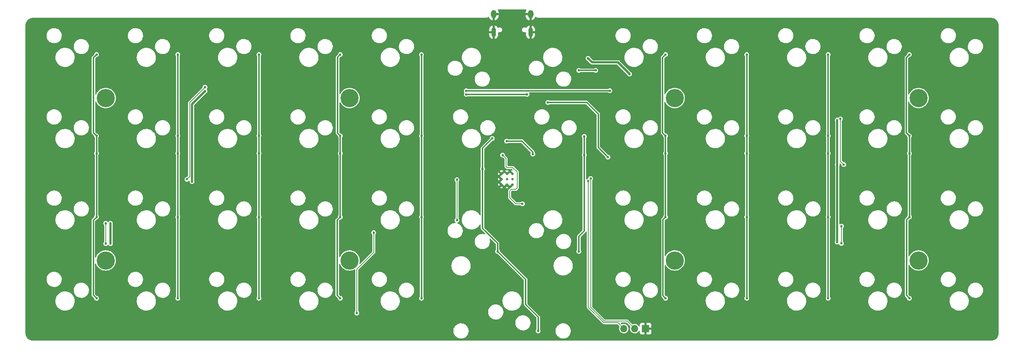
<source format=gbr>
%TF.GenerationSoftware,KiCad,Pcbnew,(6.0.6)*%
%TF.CreationDate,2022-08-30T20:37:50+01:00*%
%TF.ProjectId,RP2040_keyboard,52503230-3430-45f6-9b65-79626f617264,REV1*%
%TF.SameCoordinates,Original*%
%TF.FileFunction,Copper,L2,Bot*%
%TF.FilePolarity,Positive*%
%FSLAX46Y46*%
G04 Gerber Fmt 4.6, Leading zero omitted, Abs format (unit mm)*
G04 Created by KiCad (PCBNEW (6.0.6)) date 2022-08-30 20:37:50*
%MOMM*%
%LPD*%
G01*
G04 APERTURE LIST*
%TA.AperFunction,ComponentPad*%
%ADD10C,0.600000*%
%TD*%
%TA.AperFunction,ComponentPad*%
%ADD11O,1.300000X1.900000*%
%TD*%
%TA.AperFunction,ComponentPad*%
%ADD12O,1.100000X2.200000*%
%TD*%
%TA.AperFunction,ComponentPad*%
%ADD13C,4.250000*%
%TD*%
%TA.AperFunction,ComponentPad*%
%ADD14R,1.700000X1.700000*%
%TD*%
%TA.AperFunction,ComponentPad*%
%ADD15O,1.700000X1.700000*%
%TD*%
%TA.AperFunction,ViaPad*%
%ADD16C,0.600000*%
%TD*%
%TA.AperFunction,Conductor*%
%ADD17C,0.300000*%
%TD*%
%TA.AperFunction,Conductor*%
%ADD18C,0.200000*%
%TD*%
%TA.AperFunction,Conductor*%
%ADD19C,0.500000*%
%TD*%
G04 APERTURE END LIST*
D10*
%TO.P,U3,57,GND*%
%TO.N,GND*%
X150800000Y-95000000D03*
X149525000Y-95000000D03*
X150800000Y-96275000D03*
X149525000Y-96275000D03*
X152075000Y-93725000D03*
X150800000Y-93725000D03*
X152075000Y-95000000D03*
X149525000Y-93725000D03*
X152075000Y-96275000D03*
%TD*%
D11*
%TO.P,J1,S1,SHIELD*%
%TO.N,GND*%
X156300000Y-56400000D03*
X147700000Y-56400000D03*
D12*
X147700000Y-60600000D03*
X156300000Y-60600000D03*
%TD*%
D13*
%TO.P,H1,*%
%TO.N,*%
X114000000Y-76000000D03*
X114000000Y-114000000D03*
X57000000Y-114000000D03*
X57000000Y-76000000D03*
X190000000Y-76000000D03*
X247000000Y-76000000D03*
X247000000Y-114000000D03*
X190000000Y-114000000D03*
%TD*%
D14*
%TO.P,J2,1,Pin_1*%
%TO.N,GND*%
X183200000Y-129950000D03*
D15*
%TO.P,J2,2,Pin_2*%
%TO.N,/SWD*%
X180660000Y-129950000D03*
%TO.P,J2,3,Pin_3*%
%TO.N,/SWCLK*%
X178120000Y-129950000D03*
%TD*%
D16*
%TO.N,GND*%
X148510000Y-99680000D03*
X205229657Y-88959472D03*
X157973294Y-91544874D03*
X156000000Y-98000000D03*
X141317780Y-93546813D03*
X163000000Y-81000000D03*
X137000000Y-95000000D03*
X243000000Y-89000000D03*
X158950000Y-96400000D03*
X247000000Y-106000000D03*
X110000000Y-89000000D03*
X164000000Y-63000000D03*
X91000000Y-89000000D03*
X149450000Y-101730000D03*
X224000000Y-89000000D03*
X72000000Y-89000000D03*
X140250859Y-88648133D03*
%TO.N,+3V3*%
X150720000Y-86090000D03*
X156843675Y-89110000D03*
%TO.N,+1V1*%
X154425000Y-100750000D03*
X149790000Y-89360000D03*
%TO.N,/SWD*%
X170370000Y-94810000D03*
%TO.N,/SWCLK*%
X169820500Y-95430000D03*
%TO.N,/~{USB_BOOT}*%
X139120000Y-104590000D03*
X139120000Y-95100000D03*
%TO.N,R0*%
X141280000Y-74290000D03*
X174850000Y-74290000D03*
%TO.N,R1*%
X141280000Y-75160000D03*
X155490000Y-75160000D03*
X160348814Y-77049228D03*
X174404000Y-89825000D03*
%TO.N,R3*%
X119660000Y-107500000D03*
X115704000Y-126325000D03*
%TO.N,Net-(D25-Pad2)*%
X167596000Y-69534000D03*
X171550000Y-69534000D03*
%TO.N,C0*%
X54866000Y-84844000D03*
X54866000Y-103844000D03*
X54866000Y-122844000D03*
X54866000Y-65844000D03*
X54866000Y-88954000D03*
%TO.N,C1*%
X73866000Y-65844000D03*
X73866000Y-88954000D03*
X73866000Y-103844000D03*
X73866000Y-122844000D03*
X73866000Y-84844000D03*
%TO.N,C2*%
X92836000Y-84844000D03*
X92836000Y-65844000D03*
X92836000Y-88954000D03*
X92836000Y-122844000D03*
X92836000Y-103844000D03*
%TO.N,C3*%
X111836000Y-84844000D03*
X111836000Y-88954000D03*
X111836000Y-65844000D03*
X111836000Y-122844000D03*
X111836000Y-103844000D03*
%TO.N,C4*%
X130836000Y-84844000D03*
X130836000Y-65844000D03*
X130836000Y-122844000D03*
X130836000Y-103844000D03*
%TO.N,C5*%
X147370000Y-85460000D03*
X158096000Y-130484000D03*
X145090000Y-92580000D03*
X148596000Y-111884000D03*
%TO.N,C6*%
X168866000Y-89284000D03*
X168866000Y-84984000D03*
X167596000Y-111884000D03*
%TO.N,C7*%
X187866000Y-84844000D03*
X187866000Y-103844000D03*
X187866000Y-122844000D03*
X187866000Y-65844000D03*
X187866000Y-88954000D03*
%TO.N,C8*%
X206866000Y-65844000D03*
X206866000Y-122844000D03*
X206866000Y-103844000D03*
X206866000Y-88954000D03*
X206866000Y-84844000D03*
%TO.N,C9*%
X225866000Y-88954000D03*
X225866000Y-84844000D03*
X225866000Y-103844000D03*
X225866000Y-122844000D03*
X225866000Y-65844000D03*
%TO.N,C10*%
X244866000Y-65844000D03*
X244866000Y-122844000D03*
X244866000Y-88954000D03*
X244866000Y-103844000D03*
X244866000Y-84844000D03*
%TO.N,Net-(LED1-Pad2)*%
X228740000Y-80870000D03*
X229525000Y-91585000D03*
%TO.N,Net-(LED2-Pad2)*%
X228975000Y-110005000D03*
X228980000Y-105990000D03*
%TO.N,Net-(LED4-Pad2)*%
X57010000Y-105310000D03*
X57010000Y-110070000D03*
%TO.N,Net-(LED5-Pad2)*%
X76000000Y-95010000D03*
X80225000Y-73485000D03*
%TO.N,+5V*%
X228000000Y-81150000D03*
X179450000Y-70410000D03*
X80220000Y-74390000D03*
X228000000Y-91550000D03*
X58110000Y-105310000D03*
X77180000Y-95560000D03*
X228000000Y-109710000D03*
X169750000Y-66700000D03*
X58110000Y-110070000D03*
%TD*%
D17*
%TO.N,+3V3*%
X156843675Y-89110000D02*
X156843675Y-88643675D01*
X154290000Y-86090000D02*
X150720000Y-86090000D01*
X156843675Y-88643675D02*
X154290000Y-86090000D01*
D18*
%TO.N,+1V1*%
X151400000Y-99270000D02*
X151400000Y-97780000D01*
X150600000Y-92030000D02*
X150600000Y-90170000D01*
X154425000Y-100750000D02*
X152880000Y-100750000D01*
X150600000Y-90170000D02*
X149790000Y-89360000D01*
X153170000Y-97050000D02*
X153170000Y-93280000D01*
X151400000Y-97780000D02*
X151800000Y-97380000D01*
X152140000Y-92250000D02*
X150820000Y-92250000D01*
X150820000Y-92250000D02*
X150600000Y-92030000D01*
X152880000Y-100750000D02*
X151400000Y-99270000D01*
X152840000Y-97380000D02*
X153170000Y-97050000D01*
X153170000Y-93280000D02*
X152140000Y-92250000D01*
X151800000Y-97380000D02*
X152840000Y-97380000D01*
%TO.N,/SWD*%
X180660000Y-129950000D02*
X178910499Y-128200499D01*
X178910499Y-128200499D02*
X173600499Y-128200499D01*
X173600499Y-128200499D02*
X170370000Y-124970000D01*
X170370000Y-124970000D02*
X170370000Y-94810000D01*
%TO.N,/SWCLK*%
X173440000Y-128550000D02*
X169820500Y-124930500D01*
X169820500Y-124930500D02*
X169820500Y-95430000D01*
X176720000Y-128550000D02*
X173440000Y-128550000D01*
X178120000Y-129950000D02*
X176720000Y-128550000D01*
%TO.N,/~{USB_BOOT}*%
X139120000Y-95100000D02*
X139120000Y-104590000D01*
D17*
%TO.N,R0*%
X141280000Y-74290000D02*
X174850000Y-74290000D01*
%TO.N,R1*%
X172140000Y-87561000D02*
X174404000Y-89825000D01*
X172140000Y-79750000D02*
X172140000Y-87561000D01*
X141280000Y-75160000D02*
X155490000Y-75160000D01*
X160348814Y-77049228D02*
X169439228Y-77049228D01*
X169439228Y-77049228D02*
X172140000Y-79750000D01*
D18*
%TO.N,R3*%
X115704000Y-126325000D02*
X115704000Y-116056000D01*
X116390000Y-115370000D02*
X119660000Y-112100000D01*
X115704000Y-116056000D02*
X116390000Y-115370000D01*
X119660000Y-112100000D02*
X119660000Y-107500000D01*
D17*
%TO.N,Net-(D25-Pad2)*%
X167596000Y-69534000D02*
X171550000Y-69534000D01*
%TO.N,C0*%
X54160000Y-84138000D02*
X54160000Y-66550000D01*
X54110000Y-104600000D02*
X54866000Y-103844000D01*
X54866000Y-84844000D02*
X54160000Y-84138000D01*
X54160000Y-66550000D02*
X54866000Y-65844000D01*
X54866000Y-89604000D02*
X54866000Y-84844000D01*
X54866000Y-103844000D02*
X54866000Y-89604000D01*
X54866000Y-122844000D02*
X54110000Y-122088000D01*
X54110000Y-122088000D02*
X54110000Y-104600000D01*
%TO.N,C1*%
X73866000Y-89084000D02*
X73866000Y-84844000D01*
X73866000Y-103844000D02*
X73866000Y-89084000D01*
X73866000Y-103844000D02*
X73866000Y-122844000D01*
X73866000Y-84844000D02*
X73866000Y-65844000D01*
%TO.N,C2*%
X92836000Y-122844000D02*
X92836000Y-103844000D01*
X92836000Y-89294000D02*
X92836000Y-84844000D01*
X92836000Y-84844000D02*
X92836000Y-65844000D01*
X92836000Y-103844000D02*
X92836000Y-89294000D01*
%TO.N,C3*%
X111836000Y-122844000D02*
X111140000Y-122148000D01*
X111836000Y-103844000D02*
X111836000Y-89114000D01*
X111836000Y-89114000D02*
X111836000Y-84844000D01*
X111210000Y-66470000D02*
X111836000Y-65844000D01*
X111140000Y-122148000D02*
X111140000Y-104540000D01*
X111140000Y-104540000D02*
X111836000Y-103844000D01*
X111210000Y-84218000D02*
X111210000Y-66470000D01*
X111836000Y-84844000D02*
X111210000Y-84218000D01*
%TO.N,C4*%
X130836000Y-84844000D02*
X130836000Y-103844000D01*
X130836000Y-65844000D02*
X130836000Y-84844000D01*
X130836000Y-103844000D02*
X130836000Y-122844000D01*
%TO.N,C5*%
X145090000Y-97190000D02*
X145090000Y-106490000D01*
X147370000Y-85460000D02*
X145090000Y-87740000D01*
X145090000Y-92580000D02*
X145090000Y-97190000D01*
X158096000Y-127236000D02*
X155160000Y-124300000D01*
X158096000Y-130484000D02*
X158096000Y-127236000D01*
X148596000Y-109996000D02*
X148596000Y-111884000D01*
X155160000Y-124300000D02*
X155160000Y-118448000D01*
X155160000Y-118448000D02*
X148596000Y-111884000D01*
X145090000Y-106490000D02*
X148596000Y-109996000D01*
X145090000Y-87740000D02*
X145090000Y-92580000D01*
%TO.N,C6*%
X168866000Y-107104000D02*
X167596000Y-108374000D01*
X168866000Y-84984000D02*
X168866000Y-89284000D01*
X168866000Y-89284000D02*
X168866000Y-107104000D01*
X167596000Y-108374000D02*
X167596000Y-111884000D01*
%TO.N,C7*%
X187866000Y-103844000D02*
X187866000Y-88954000D01*
X187270000Y-104440000D02*
X187866000Y-103844000D01*
X187866000Y-88954000D02*
X187866000Y-84844000D01*
X187190000Y-84168000D02*
X187190000Y-66520000D01*
X187190000Y-66520000D02*
X187866000Y-65844000D01*
X187866000Y-84844000D02*
X187190000Y-84168000D01*
X187270000Y-122248000D02*
X187270000Y-104440000D01*
X187866000Y-122844000D02*
X187270000Y-122248000D01*
%TO.N,C8*%
X206866000Y-103844000D02*
X206866000Y-122844000D01*
X206866000Y-65844000D02*
X206866000Y-84844000D01*
X206866000Y-90064000D02*
X206866000Y-103844000D01*
X206866000Y-84844000D02*
X206866000Y-90064000D01*
%TO.N,C9*%
X225866000Y-103844000D02*
X225866000Y-122844000D01*
X225866000Y-65844000D02*
X225866000Y-84844000D01*
X225866000Y-89844000D02*
X225866000Y-103844000D01*
X225866000Y-84844000D02*
X225866000Y-89844000D01*
%TO.N,C10*%
X244220000Y-104490000D02*
X244866000Y-103844000D01*
X244866000Y-103844000D02*
X244866000Y-89714000D01*
X244160000Y-84138000D02*
X244160000Y-66550000D01*
X244160000Y-66550000D02*
X244866000Y-65844000D01*
X244866000Y-84844000D02*
X244160000Y-84138000D01*
X244866000Y-122844000D02*
X244220000Y-122198000D01*
X244220000Y-122198000D02*
X244220000Y-104490000D01*
X244866000Y-89714000D02*
X244866000Y-84844000D01*
D18*
%TO.N,Net-(LED1-Pad2)*%
X228740000Y-80870000D02*
X228740000Y-90800000D01*
X228740000Y-90800000D02*
X229525000Y-91585000D01*
%TO.N,Net-(LED2-Pad2)*%
X228980000Y-110000000D02*
X228975000Y-110005000D01*
X228980000Y-105990000D02*
X228980000Y-110000000D01*
%TO.N,Net-(LED4-Pad2)*%
X57010000Y-110070000D02*
X57010000Y-105310000D01*
%TO.N,Net-(LED5-Pad2)*%
X76630000Y-77080000D02*
X80225000Y-73485000D01*
X76630000Y-94380000D02*
X76630000Y-77080000D01*
X76000000Y-95010000D02*
X76630000Y-94380000D01*
D19*
%TO.N,+5V*%
X228000000Y-109710000D02*
X228000000Y-91550000D01*
X77180000Y-77430000D02*
X80220000Y-74390000D01*
X228000000Y-81150000D02*
X228000000Y-91550000D01*
X179450000Y-70370000D02*
X176760000Y-67680000D01*
X58110000Y-110070000D02*
X58110000Y-105390000D01*
X179450000Y-70410000D02*
X179450000Y-70370000D01*
X169750000Y-66700000D02*
X170730000Y-67680000D01*
X170730000Y-67680000D02*
X176760000Y-67680000D01*
X77180000Y-95560000D02*
X77180000Y-77430000D01*
%TD*%
%TA.AperFunction,Conductor*%
%TO.N,GND*%
G36*
X155303369Y-55270502D02*
G01*
X155349862Y-55324158D01*
X155359966Y-55394432D01*
X155334197Y-55454506D01*
X155328240Y-55462062D01*
X155321968Y-55471720D01*
X155228257Y-55649836D01*
X155223848Y-55660479D01*
X155164167Y-55852684D01*
X155161773Y-55863946D01*
X155142437Y-56027322D01*
X155142000Y-56034728D01*
X155142000Y-56127885D01*
X155146475Y-56143124D01*
X155147865Y-56144329D01*
X155155548Y-56146000D01*
X156428000Y-56146000D01*
X156496121Y-56166002D01*
X156542614Y-56219658D01*
X156554000Y-56272000D01*
X156554000Y-57813294D01*
X156557806Y-57826256D01*
X156572722Y-57828192D01*
X156595300Y-57824313D01*
X156606417Y-57821334D01*
X156795252Y-57751669D01*
X156805630Y-57746719D01*
X156978606Y-57643809D01*
X156987915Y-57637045D01*
X157139243Y-57504335D01*
X157147153Y-57496000D01*
X157271764Y-57337931D01*
X157278032Y-57328280D01*
X157371743Y-57150164D01*
X157376147Y-57139531D01*
X157396905Y-57072680D01*
X157436208Y-57013555D01*
X157501237Y-56985064D01*
X157571347Y-56996254D01*
X157598231Y-57013524D01*
X157600544Y-57015465D01*
X157604434Y-57019355D01*
X157608935Y-57022507D01*
X157608939Y-57022510D01*
X157680590Y-57072680D01*
X157747839Y-57119768D01*
X157752821Y-57122091D01*
X157752826Y-57122094D01*
X157901520Y-57191431D01*
X157906502Y-57193754D01*
X157911810Y-57195176D01*
X157911812Y-57195177D01*
X157963877Y-57209128D01*
X158075601Y-57239064D01*
X158153812Y-57245906D01*
X158233403Y-57252870D01*
X158234217Y-57252986D01*
X158234733Y-57252986D01*
X158240254Y-57253469D01*
X158250000Y-57255408D01*
X158262171Y-57252987D01*
X158262174Y-57252987D01*
X158262504Y-57252921D01*
X158287085Y-57250500D01*
X263962915Y-57250500D01*
X263987496Y-57252921D01*
X263987828Y-57252987D01*
X263987829Y-57252987D01*
X264000000Y-57255408D01*
X264012171Y-57252987D01*
X264024581Y-57252987D01*
X264024581Y-57253664D01*
X264035074Y-57253009D01*
X264152265Y-57261390D01*
X264240000Y-57267665D01*
X264257781Y-57270222D01*
X264484087Y-57319452D01*
X264501323Y-57324512D01*
X264718332Y-57405452D01*
X264734678Y-57412918D01*
X264937944Y-57523910D01*
X264953067Y-57533629D01*
X265138468Y-57672418D01*
X265152054Y-57684191D01*
X265315809Y-57847946D01*
X265327582Y-57861532D01*
X265466371Y-58046933D01*
X265476090Y-58062056D01*
X265587082Y-58265322D01*
X265594548Y-58281668D01*
X265675488Y-58498677D01*
X265680548Y-58515913D01*
X265729778Y-58742219D01*
X265732336Y-58760005D01*
X265746991Y-58964926D01*
X265746336Y-58975419D01*
X265747013Y-58975419D01*
X265747013Y-58987829D01*
X265744592Y-59000000D01*
X265747013Y-59012171D01*
X265747013Y-59012172D01*
X265747079Y-59012504D01*
X265749500Y-59037085D01*
X265749500Y-130962915D01*
X265747079Y-130987496D01*
X265744592Y-131000000D01*
X265747013Y-131012171D01*
X265747013Y-131024581D01*
X265746336Y-131024581D01*
X265746991Y-131035074D01*
X265732336Y-131239995D01*
X265729778Y-131257781D01*
X265701418Y-131388152D01*
X265680550Y-131484081D01*
X265675488Y-131501323D01*
X265594548Y-131718332D01*
X265587082Y-131734678D01*
X265476090Y-131937944D01*
X265466371Y-131953067D01*
X265327582Y-132138468D01*
X265315809Y-132152054D01*
X265152054Y-132315809D01*
X265138468Y-132327582D01*
X264953067Y-132466371D01*
X264937944Y-132476090D01*
X264734678Y-132587082D01*
X264718332Y-132594548D01*
X264501323Y-132675488D01*
X264484087Y-132680548D01*
X264257781Y-132729778D01*
X264240000Y-132732335D01*
X264152265Y-132738610D01*
X264035074Y-132746991D01*
X264024581Y-132746336D01*
X264024581Y-132747013D01*
X264012171Y-132747013D01*
X264000000Y-132744592D01*
X263987829Y-132747013D01*
X263987828Y-132747013D01*
X263987496Y-132747079D01*
X263962915Y-132749500D01*
X40037085Y-132749500D01*
X40012504Y-132747079D01*
X40012172Y-132747013D01*
X40012171Y-132747013D01*
X40000000Y-132744592D01*
X39987829Y-132747013D01*
X39975419Y-132747013D01*
X39975419Y-132746336D01*
X39964926Y-132746991D01*
X39847735Y-132738610D01*
X39760000Y-132732335D01*
X39742219Y-132729778D01*
X39515913Y-132680548D01*
X39498677Y-132675488D01*
X39281668Y-132594548D01*
X39265322Y-132587082D01*
X39062056Y-132476090D01*
X39046933Y-132466371D01*
X38861532Y-132327582D01*
X38847946Y-132315809D01*
X38684191Y-132152054D01*
X38672418Y-132138468D01*
X38533629Y-131953067D01*
X38523910Y-131937944D01*
X38412918Y-131734678D01*
X38405452Y-131718332D01*
X38324512Y-131501323D01*
X38319450Y-131484081D01*
X38298582Y-131388152D01*
X38270222Y-131257781D01*
X38267664Y-131239995D01*
X38253009Y-131035074D01*
X38253664Y-131024581D01*
X38252987Y-131024581D01*
X38252987Y-131012171D01*
X38255408Y-131000000D01*
X38252921Y-130987496D01*
X38250500Y-130962915D01*
X38250500Y-130593634D01*
X138285843Y-130593634D01*
X138321410Y-130854974D01*
X138395214Y-131108186D01*
X138505635Y-131347707D01*
X138508198Y-131351616D01*
X138647681Y-131564363D01*
X138647685Y-131564368D01*
X138650247Y-131568276D01*
X138825872Y-131765048D01*
X139028653Y-131933699D01*
X139141394Y-132002112D01*
X139250138Y-132068100D01*
X139250143Y-132068102D01*
X139254135Y-132070525D01*
X139497364Y-132172519D01*
X139752997Y-132237442D01*
X139937076Y-132255977D01*
X139968920Y-132259184D01*
X139968921Y-132259184D01*
X139972059Y-132259500D01*
X140128960Y-132259500D01*
X140131285Y-132259327D01*
X140131291Y-132259327D01*
X140320371Y-132245276D01*
X140320375Y-132245275D01*
X140325023Y-132244930D01*
X140329571Y-132243901D01*
X140329577Y-132243900D01*
X140517606Y-132201353D01*
X140582268Y-132186721D01*
X140618789Y-132172519D01*
X140823726Y-132092824D01*
X140823729Y-132092822D01*
X140828084Y-132091129D01*
X140832138Y-132088812D01*
X140832142Y-132088810D01*
X140923868Y-132036384D01*
X141057070Y-131960252D01*
X141264197Y-131796967D01*
X141444913Y-131604861D01*
X141490211Y-131539564D01*
X141592586Y-131391990D01*
X141592589Y-131391985D01*
X141595248Y-131388152D01*
X141635599Y-131306328D01*
X141709836Y-131155791D01*
X141709837Y-131155788D01*
X141711901Y-131151603D01*
X141792309Y-130900410D01*
X141796184Y-130876621D01*
X141833954Y-130644703D01*
X141834705Y-130640092D01*
X141837854Y-130399531D01*
X141838096Y-130381043D01*
X141838096Y-130381040D01*
X141838157Y-130376366D01*
X141802590Y-130115026D01*
X141798691Y-130101647D01*
X141746057Y-129921069D01*
X141728786Y-129861814D01*
X141618365Y-129622293D01*
X141503186Y-129446616D01*
X141476319Y-129405637D01*
X141476315Y-129405632D01*
X141473753Y-129401724D01*
X141335303Y-129246603D01*
X141301245Y-129208444D01*
X141301243Y-129208442D01*
X141298128Y-129204952D01*
X141095347Y-129036301D01*
X140960481Y-128954462D01*
X140873862Y-128901900D01*
X140873857Y-128901898D01*
X140869865Y-128899475D01*
X140626636Y-128797481D01*
X140371003Y-128732558D01*
X140186924Y-128714023D01*
X140155080Y-128710816D01*
X140155079Y-128710816D01*
X140151941Y-128710500D01*
X139995040Y-128710500D01*
X139992715Y-128710673D01*
X139992709Y-128710673D01*
X139803629Y-128724724D01*
X139803625Y-128724725D01*
X139798977Y-128725070D01*
X139794429Y-128726099D01*
X139794423Y-128726100D01*
X139636217Y-128761899D01*
X139541732Y-128783279D01*
X139537380Y-128784971D01*
X139537378Y-128784972D01*
X139300274Y-128877176D01*
X139300271Y-128877178D01*
X139295916Y-128878871D01*
X139291862Y-128881188D01*
X139291858Y-128881190D01*
X139254497Y-128902544D01*
X139066930Y-129009748D01*
X138859803Y-129173033D01*
X138679087Y-129365139D01*
X138676421Y-129368982D01*
X138551718Y-129548743D01*
X138528752Y-129581848D01*
X138526686Y-129586037D01*
X138526685Y-129586039D01*
X138463239Y-129714696D01*
X138412099Y-129818397D01*
X138331691Y-130069590D01*
X138330941Y-130074197D01*
X138330940Y-130074200D01*
X138309414Y-130206375D01*
X138289295Y-130329908D01*
X138285843Y-130593634D01*
X38250500Y-130593634D01*
X38250500Y-128688634D01*
X152763843Y-128688634D01*
X152799410Y-128949974D01*
X152873214Y-129203186D01*
X152875174Y-129207439D01*
X152875175Y-129207440D01*
X152878702Y-129215091D01*
X152983635Y-129442707D01*
X152986198Y-129446616D01*
X153125681Y-129659363D01*
X153125685Y-129659368D01*
X153128247Y-129663276D01*
X153199427Y-129743027D01*
X153270665Y-129822842D01*
X153303872Y-129860048D01*
X153506653Y-130028699D01*
X153581636Y-130074200D01*
X153728138Y-130163100D01*
X153728143Y-130163102D01*
X153732135Y-130165525D01*
X153975364Y-130267519D01*
X154230997Y-130332442D01*
X154415076Y-130350977D01*
X154446920Y-130354184D01*
X154446921Y-130354184D01*
X154450059Y-130354500D01*
X154606960Y-130354500D01*
X154609285Y-130354327D01*
X154609291Y-130354327D01*
X154798371Y-130340276D01*
X154798375Y-130340275D01*
X154803023Y-130339930D01*
X154807571Y-130338901D01*
X154807577Y-130338900D01*
X154995606Y-130296353D01*
X155060268Y-130281721D01*
X155096789Y-130267519D01*
X155301726Y-130187824D01*
X155301729Y-130187822D01*
X155306084Y-130186129D01*
X155310138Y-130183812D01*
X155310142Y-130183810D01*
X155422385Y-130119657D01*
X155535070Y-130055252D01*
X155742197Y-129891967D01*
X155922913Y-129699861D01*
X155973778Y-129626539D01*
X156070586Y-129486990D01*
X156070589Y-129486985D01*
X156073248Y-129483152D01*
X156121048Y-129386224D01*
X156187836Y-129250791D01*
X156187837Y-129250788D01*
X156189901Y-129246603D01*
X156270309Y-128995410D01*
X156272429Y-128982396D01*
X156311954Y-128739703D01*
X156312705Y-128735092D01*
X156314853Y-128571001D01*
X156316096Y-128476043D01*
X156316096Y-128476040D01*
X156316157Y-128471366D01*
X156280590Y-128210026D01*
X156206786Y-127956814D01*
X156096365Y-127717293D01*
X155962002Y-127512356D01*
X155954319Y-127500637D01*
X155954315Y-127500632D01*
X155951753Y-127496724D01*
X155796736Y-127323041D01*
X155779245Y-127303444D01*
X155779243Y-127303442D01*
X155776128Y-127299952D01*
X155573347Y-127131301D01*
X155413190Y-127034115D01*
X155351862Y-126996900D01*
X155351857Y-126996898D01*
X155347865Y-126994475D01*
X155104636Y-126892481D01*
X154849003Y-126827558D01*
X154664909Y-126809021D01*
X154633080Y-126805816D01*
X154633079Y-126805816D01*
X154629941Y-126805500D01*
X154473040Y-126805500D01*
X154470715Y-126805673D01*
X154470709Y-126805673D01*
X154281629Y-126819724D01*
X154281625Y-126819725D01*
X154276977Y-126820070D01*
X154272429Y-126821099D01*
X154272423Y-126821100D01*
X154108605Y-126858169D01*
X154019732Y-126878279D01*
X154015380Y-126879971D01*
X154015378Y-126879972D01*
X153778274Y-126972176D01*
X153778271Y-126972178D01*
X153773916Y-126973871D01*
X153769862Y-126976188D01*
X153769858Y-126976190D01*
X153716831Y-127006498D01*
X153544930Y-127104748D01*
X153337803Y-127268033D01*
X153157087Y-127460139D01*
X153154421Y-127463982D01*
X153041101Y-127627334D01*
X153006752Y-127676848D01*
X153004686Y-127681037D01*
X153004685Y-127681039D01*
X152898899Y-127895553D01*
X152890099Y-127913397D01*
X152888677Y-127917840D01*
X152888676Y-127917842D01*
X152885090Y-127929045D01*
X152809691Y-128164590D01*
X152767295Y-128424908D01*
X152767234Y-128429584D01*
X152764931Y-128605548D01*
X152763843Y-128688634D01*
X38250500Y-128688634D01*
X38250500Y-123547108D01*
X45251070Y-123547108D01*
X45251433Y-123551256D01*
X45251433Y-123551260D01*
X45276691Y-123839964D01*
X45276692Y-123839972D01*
X45277056Y-123844130D01*
X45342097Y-124135105D01*
X45445050Y-124414923D01*
X45446997Y-124418616D01*
X45446998Y-124418618D01*
X45456263Y-124436190D01*
X45584106Y-124678666D01*
X45756822Y-124921701D01*
X45759666Y-124924751D01*
X45759671Y-124924757D01*
X45911040Y-125087080D01*
X45960164Y-125139759D01*
X46190559Y-125329008D01*
X46443960Y-125486123D01*
X46447772Y-125487836D01*
X46712097Y-125606629D01*
X46712103Y-125606631D01*
X46715914Y-125608344D01*
X46719920Y-125609538D01*
X46719922Y-125609539D01*
X46858779Y-125650933D01*
X47001644Y-125693523D01*
X47296129Y-125740165D01*
X47341401Y-125742221D01*
X47387969Y-125744336D01*
X47387988Y-125744336D01*
X47389388Y-125744400D01*
X47575625Y-125744400D01*
X47797501Y-125729663D01*
X48089774Y-125670730D01*
X48371686Y-125573660D01*
X48375419Y-125571791D01*
X48375423Y-125571789D01*
X48634540Y-125442033D01*
X48634542Y-125442032D01*
X48638284Y-125440158D01*
X48884883Y-125272570D01*
X49107151Y-125073839D01*
X49146936Y-125027421D01*
X49298464Y-124850631D01*
X49298467Y-124850627D01*
X49301184Y-124847457D01*
X49303458Y-124843955D01*
X49303462Y-124843950D01*
X49461292Y-124600913D01*
X49461295Y-124600908D01*
X49463571Y-124597403D01*
X49466469Y-124591301D01*
X49580414Y-124351332D01*
X49591461Y-124328068D01*
X49604468Y-124287558D01*
X49681326Y-124048172D01*
X49681326Y-124048171D01*
X49682606Y-124044185D01*
X49735404Y-123750741D01*
X49744652Y-123547108D01*
X64251070Y-123547108D01*
X64251433Y-123551256D01*
X64251433Y-123551260D01*
X64276691Y-123839964D01*
X64276692Y-123839972D01*
X64277056Y-123844130D01*
X64342097Y-124135105D01*
X64445050Y-124414923D01*
X64446997Y-124418616D01*
X64446998Y-124418618D01*
X64456263Y-124436190D01*
X64584106Y-124678666D01*
X64756822Y-124921701D01*
X64759666Y-124924751D01*
X64759671Y-124924757D01*
X64911040Y-125087080D01*
X64960164Y-125139759D01*
X65190559Y-125329008D01*
X65443960Y-125486123D01*
X65447772Y-125487836D01*
X65712097Y-125606629D01*
X65712103Y-125606631D01*
X65715914Y-125608344D01*
X65719920Y-125609538D01*
X65719922Y-125609539D01*
X65858779Y-125650933D01*
X66001644Y-125693523D01*
X66296129Y-125740165D01*
X66341401Y-125742221D01*
X66387969Y-125744336D01*
X66387988Y-125744336D01*
X66389388Y-125744400D01*
X66575625Y-125744400D01*
X66797501Y-125729663D01*
X67089774Y-125670730D01*
X67371686Y-125573660D01*
X67375419Y-125571791D01*
X67375423Y-125571789D01*
X67634540Y-125442033D01*
X67634542Y-125442032D01*
X67638284Y-125440158D01*
X67884883Y-125272570D01*
X68107151Y-125073839D01*
X68146936Y-125027421D01*
X68298464Y-124850631D01*
X68298467Y-124850627D01*
X68301184Y-124847457D01*
X68303458Y-124843955D01*
X68303462Y-124843950D01*
X68461292Y-124600913D01*
X68461295Y-124600908D01*
X68463571Y-124597403D01*
X68466469Y-124591301D01*
X68580414Y-124351332D01*
X68591461Y-124328068D01*
X68604468Y-124287558D01*
X68681326Y-124048172D01*
X68681326Y-124048171D01*
X68682606Y-124044185D01*
X68735404Y-123750741D01*
X68744652Y-123547108D01*
X83251070Y-123547108D01*
X83251433Y-123551256D01*
X83251433Y-123551260D01*
X83276691Y-123839964D01*
X83276692Y-123839972D01*
X83277056Y-123844130D01*
X83342097Y-124135105D01*
X83445050Y-124414923D01*
X83446997Y-124418616D01*
X83446998Y-124418618D01*
X83456263Y-124436190D01*
X83584106Y-124678666D01*
X83756822Y-124921701D01*
X83759666Y-124924751D01*
X83759671Y-124924757D01*
X83911040Y-125087080D01*
X83960164Y-125139759D01*
X84190559Y-125329008D01*
X84443960Y-125486123D01*
X84447772Y-125487836D01*
X84712097Y-125606629D01*
X84712103Y-125606631D01*
X84715914Y-125608344D01*
X84719920Y-125609538D01*
X84719922Y-125609539D01*
X84858779Y-125650933D01*
X85001644Y-125693523D01*
X85296129Y-125740165D01*
X85341401Y-125742221D01*
X85387969Y-125744336D01*
X85387988Y-125744336D01*
X85389388Y-125744400D01*
X85575625Y-125744400D01*
X85797501Y-125729663D01*
X86089774Y-125670730D01*
X86371686Y-125573660D01*
X86375419Y-125571791D01*
X86375423Y-125571789D01*
X86634540Y-125442033D01*
X86634542Y-125442032D01*
X86638284Y-125440158D01*
X86884883Y-125272570D01*
X87107151Y-125073839D01*
X87146936Y-125027421D01*
X87298464Y-124850631D01*
X87298467Y-124850627D01*
X87301184Y-124847457D01*
X87303458Y-124843955D01*
X87303462Y-124843950D01*
X87461292Y-124600913D01*
X87461295Y-124600908D01*
X87463571Y-124597403D01*
X87466469Y-124591301D01*
X87580414Y-124351332D01*
X87591461Y-124328068D01*
X87604468Y-124287558D01*
X87681326Y-124048172D01*
X87681326Y-124048171D01*
X87682606Y-124044185D01*
X87735404Y-123750741D01*
X87744652Y-123547108D01*
X102251070Y-123547108D01*
X102251433Y-123551256D01*
X102251433Y-123551260D01*
X102276691Y-123839964D01*
X102276692Y-123839972D01*
X102277056Y-123844130D01*
X102342097Y-124135105D01*
X102445050Y-124414923D01*
X102446997Y-124418616D01*
X102446998Y-124418618D01*
X102456263Y-124436190D01*
X102584106Y-124678666D01*
X102756822Y-124921701D01*
X102759666Y-124924751D01*
X102759671Y-124924757D01*
X102911040Y-125087080D01*
X102960164Y-125139759D01*
X103190559Y-125329008D01*
X103443960Y-125486123D01*
X103447772Y-125487836D01*
X103712097Y-125606629D01*
X103712103Y-125606631D01*
X103715914Y-125608344D01*
X103719920Y-125609538D01*
X103719922Y-125609539D01*
X103858779Y-125650933D01*
X104001644Y-125693523D01*
X104296129Y-125740165D01*
X104341401Y-125742221D01*
X104387969Y-125744336D01*
X104387988Y-125744336D01*
X104389388Y-125744400D01*
X104575625Y-125744400D01*
X104797501Y-125729663D01*
X105089774Y-125670730D01*
X105371686Y-125573660D01*
X105375419Y-125571791D01*
X105375423Y-125571789D01*
X105634540Y-125442033D01*
X105634542Y-125442032D01*
X105638284Y-125440158D01*
X105884883Y-125272570D01*
X106107151Y-125073839D01*
X106146936Y-125027421D01*
X106298464Y-124850631D01*
X106298467Y-124850627D01*
X106301184Y-124847457D01*
X106303458Y-124843955D01*
X106303462Y-124843950D01*
X106461292Y-124600913D01*
X106461295Y-124600908D01*
X106463571Y-124597403D01*
X106466469Y-124591301D01*
X106580414Y-124351332D01*
X106591461Y-124328068D01*
X106604468Y-124287558D01*
X106681326Y-124048172D01*
X106681326Y-124048171D01*
X106682606Y-124044185D01*
X106735404Y-123750741D01*
X106744652Y-123547108D01*
X106748741Y-123457062D01*
X106748741Y-123457056D01*
X106748930Y-123452892D01*
X106742305Y-123377169D01*
X106723309Y-123160036D01*
X106723308Y-123160028D01*
X106722944Y-123155870D01*
X106657903Y-122864895D01*
X106654937Y-122856832D01*
X106600353Y-122708480D01*
X106554950Y-122585077D01*
X106415894Y-122321334D01*
X106243178Y-122078299D01*
X106240334Y-122075249D01*
X106240329Y-122075243D01*
X106042686Y-121863297D01*
X106042684Y-121863295D01*
X106039836Y-121860241D01*
X105809441Y-121670992D01*
X105556040Y-121513877D01*
X105365425Y-121428211D01*
X105287903Y-121393371D01*
X105287897Y-121393369D01*
X105284086Y-121391656D01*
X105280080Y-121390462D01*
X105280078Y-121390461D01*
X105061641Y-121325343D01*
X104998356Y-121306477D01*
X104703871Y-121259835D01*
X104658599Y-121257779D01*
X104612031Y-121255664D01*
X104612012Y-121255664D01*
X104610612Y-121255600D01*
X104424375Y-121255600D01*
X104202499Y-121270337D01*
X103910226Y-121329270D01*
X103628314Y-121426340D01*
X103624581Y-121428209D01*
X103624577Y-121428211D01*
X103365460Y-121557967D01*
X103361716Y-121559842D01*
X103115117Y-121727430D01*
X102892849Y-121926161D01*
X102890132Y-121929331D01*
X102890131Y-121929332D01*
X102727556Y-122119012D01*
X102698816Y-122152543D01*
X102696542Y-122156045D01*
X102696538Y-122156050D01*
X102542722Y-122392906D01*
X102536429Y-122402597D01*
X102534635Y-122406376D01*
X102534634Y-122406377D01*
X102510165Y-122457909D01*
X102408539Y-122671932D01*
X102407260Y-122675915D01*
X102407259Y-122675918D01*
X102318674Y-122951828D01*
X102317394Y-122955815D01*
X102303103Y-123035241D01*
X102265966Y-123241647D01*
X102264596Y-123249259D01*
X102264407Y-123253426D01*
X102264406Y-123253433D01*
X102255159Y-123457062D01*
X102251070Y-123547108D01*
X87744652Y-123547108D01*
X87748741Y-123457062D01*
X87748741Y-123457056D01*
X87748930Y-123452892D01*
X87742305Y-123377169D01*
X87723309Y-123160036D01*
X87723308Y-123160028D01*
X87722944Y-123155870D01*
X87657903Y-122864895D01*
X87654937Y-122856832D01*
X87650216Y-122844000D01*
X92280750Y-122844000D01*
X92299670Y-122987709D01*
X92355139Y-123121625D01*
X92443379Y-123236621D01*
X92558375Y-123324861D01*
X92692291Y-123380330D01*
X92836000Y-123399250D01*
X92979709Y-123380330D01*
X93113625Y-123324861D01*
X93228621Y-123236621D01*
X93316861Y-123121625D01*
X93372330Y-122987709D01*
X93391250Y-122844000D01*
X93372330Y-122700291D01*
X93316861Y-122566375D01*
X93262538Y-122495580D01*
X93236937Y-122429360D01*
X93236500Y-122418876D01*
X93236500Y-121068634D01*
X106533843Y-121068634D01*
X106569410Y-121329974D01*
X106643214Y-121583186D01*
X106753635Y-121822707D01*
X106780152Y-121863152D01*
X106895681Y-122039363D01*
X106895685Y-122039368D01*
X106898247Y-122043276D01*
X106921217Y-122069012D01*
X107067498Y-122232906D01*
X107073872Y-122240048D01*
X107276653Y-122408699D01*
X107372310Y-122466745D01*
X107498138Y-122543100D01*
X107498143Y-122543102D01*
X107502135Y-122545525D01*
X107745364Y-122647519D01*
X108000997Y-122712442D01*
X108185076Y-122730977D01*
X108216920Y-122734184D01*
X108216921Y-122734184D01*
X108220059Y-122734500D01*
X108376960Y-122734500D01*
X108379285Y-122734327D01*
X108379291Y-122734327D01*
X108568371Y-122720276D01*
X108568375Y-122720275D01*
X108573023Y-122719930D01*
X108577571Y-122718901D01*
X108577577Y-122718900D01*
X108801856Y-122668150D01*
X108830268Y-122661721D01*
X108866789Y-122647519D01*
X109071726Y-122567824D01*
X109071729Y-122567822D01*
X109076084Y-122566129D01*
X109080138Y-122563812D01*
X109080142Y-122563810D01*
X109203404Y-122493359D01*
X109305070Y-122435252D01*
X109512197Y-122271967D01*
X109569142Y-122211433D01*
X110739500Y-122211433D01*
X110742564Y-122220864D01*
X110742565Y-122220868D01*
X110746297Y-122232353D01*
X110750913Y-122251578D01*
X110754354Y-122273304D01*
X110758855Y-122282137D01*
X110758856Y-122282141D01*
X110764341Y-122292906D01*
X110771905Y-122311166D01*
X110778704Y-122332090D01*
X110791639Y-122349893D01*
X110801965Y-122366745D01*
X110811950Y-122386342D01*
X110834513Y-122408905D01*
X110834516Y-122408909D01*
X111252195Y-122826588D01*
X111286221Y-122888900D01*
X111288021Y-122899232D01*
X111299670Y-122987709D01*
X111355139Y-123121625D01*
X111443379Y-123236621D01*
X111558375Y-123324861D01*
X111692291Y-123380330D01*
X111836000Y-123399250D01*
X111979709Y-123380330D01*
X112113625Y-123324861D01*
X112228621Y-123236621D01*
X112316861Y-123121625D01*
X112372330Y-122987709D01*
X112391250Y-122844000D01*
X112372330Y-122700291D01*
X112316861Y-122566375D01*
X112228621Y-122451379D01*
X112113625Y-122363139D01*
X111979709Y-122307670D01*
X111891235Y-122296022D01*
X111826309Y-122267299D01*
X111818588Y-122260195D01*
X111577405Y-122019012D01*
X111543379Y-121956700D01*
X111540500Y-121929917D01*
X111540500Y-114907911D01*
X111560502Y-114839790D01*
X111614158Y-114793297D01*
X111684432Y-114783193D01*
X111749012Y-114812687D01*
X111785813Y-114867408D01*
X111800615Y-114911015D01*
X111802438Y-114914711D01*
X111802441Y-114914719D01*
X111859506Y-115030433D01*
X111938343Y-115190298D01*
X112111345Y-115449216D01*
X112316664Y-115683336D01*
X112319753Y-115686045D01*
X112547684Y-115885937D01*
X112547690Y-115885941D01*
X112550784Y-115888655D01*
X112809701Y-116061657D01*
X112813400Y-116063481D01*
X112813405Y-116063484D01*
X112840509Y-116076850D01*
X113088985Y-116199385D01*
X113092890Y-116200710D01*
X113092891Y-116200711D01*
X113379943Y-116298152D01*
X113379947Y-116298153D01*
X113383856Y-116299480D01*
X113387900Y-116300284D01*
X113387906Y-116300286D01*
X113685231Y-116359428D01*
X113685237Y-116359429D01*
X113689270Y-116360231D01*
X113693375Y-116360500D01*
X113693382Y-116360501D01*
X113995881Y-116380327D01*
X114000000Y-116380597D01*
X114004119Y-116380327D01*
X114306618Y-116360501D01*
X114306625Y-116360500D01*
X114310730Y-116360231D01*
X114314763Y-116359429D01*
X114314769Y-116359428D01*
X114612094Y-116300286D01*
X114612100Y-116300284D01*
X114616144Y-116299480D01*
X114620053Y-116298153D01*
X114620057Y-116298152D01*
X114907109Y-116200711D01*
X114907110Y-116200710D01*
X114911015Y-116199385D01*
X115023221Y-116144051D01*
X115171772Y-116070794D01*
X115241714Y-116058604D01*
X115307143Y-116086163D01*
X115347287Y-116144721D01*
X115353500Y-116183800D01*
X115353500Y-125839591D01*
X115333498Y-125907712D01*
X115317252Y-125927872D01*
X115311379Y-125932379D01*
X115223139Y-126047375D01*
X115167670Y-126181291D01*
X115148750Y-126325000D01*
X115167670Y-126468709D01*
X115223139Y-126602625D01*
X115311379Y-126717621D01*
X115426375Y-126805861D01*
X115560291Y-126861330D01*
X115704000Y-126880250D01*
X115847709Y-126861330D01*
X115981625Y-126805861D01*
X116096621Y-126717621D01*
X116184861Y-126602625D01*
X116240330Y-126468709D01*
X116259250Y-126325000D01*
X116240330Y-126181291D01*
X116226803Y-126148634D01*
X146413843Y-126148634D01*
X146449410Y-126409974D01*
X146523214Y-126663186D01*
X146633635Y-126902707D01*
X146636198Y-126906616D01*
X146775681Y-127119363D01*
X146775685Y-127119368D01*
X146778247Y-127123276D01*
X146781364Y-127126768D01*
X146935936Y-127299952D01*
X146953872Y-127320048D01*
X147156653Y-127488699D01*
X147269394Y-127557112D01*
X147378138Y-127623100D01*
X147378143Y-127623102D01*
X147382135Y-127625525D01*
X147625364Y-127727519D01*
X147880997Y-127792442D01*
X148065076Y-127810977D01*
X148096920Y-127814184D01*
X148096921Y-127814184D01*
X148100059Y-127814500D01*
X148256960Y-127814500D01*
X148259285Y-127814327D01*
X148259291Y-127814327D01*
X148448371Y-127800276D01*
X148448375Y-127800275D01*
X148453023Y-127799930D01*
X148457571Y-127798901D01*
X148457577Y-127798900D01*
X148645606Y-127756353D01*
X148710268Y-127741721D01*
X148746789Y-127727519D01*
X148951726Y-127647824D01*
X148951729Y-127647822D01*
X148956084Y-127646129D01*
X148960138Y-127643812D01*
X148960142Y-127643810D01*
X149051868Y-127591384D01*
X149185070Y-127515252D01*
X149392197Y-127351967D01*
X149572913Y-127159861D01*
X149653364Y-127043891D01*
X149720586Y-126946990D01*
X149720589Y-126946985D01*
X149723248Y-126943152D01*
X149754405Y-126879972D01*
X149837836Y-126710791D01*
X149837837Y-126710788D01*
X149839901Y-126706603D01*
X149920309Y-126455410D01*
X149962705Y-126195092D01*
X149966157Y-125931366D01*
X149930590Y-125670026D01*
X149856786Y-125416814D01*
X149746365Y-125177293D01*
X149660025Y-125045603D01*
X149604319Y-124960637D01*
X149604315Y-124960632D01*
X149601753Y-124956724D01*
X149484023Y-124824818D01*
X149429245Y-124763444D01*
X149429243Y-124763442D01*
X149426128Y-124759952D01*
X149223347Y-124591301D01*
X149046669Y-124484090D01*
X149001862Y-124456900D01*
X149001857Y-124456898D01*
X148997865Y-124454475D01*
X148754636Y-124352481D01*
X148499003Y-124287558D01*
X148314924Y-124269023D01*
X148283080Y-124265816D01*
X148283079Y-124265816D01*
X148279941Y-124265500D01*
X148123040Y-124265500D01*
X148120715Y-124265673D01*
X148120709Y-124265673D01*
X147931629Y-124279724D01*
X147931625Y-124279725D01*
X147926977Y-124280070D01*
X147922429Y-124281099D01*
X147922423Y-124281100D01*
X147734394Y-124323647D01*
X147669732Y-124338279D01*
X147665380Y-124339971D01*
X147665378Y-124339972D01*
X147428274Y-124432176D01*
X147428271Y-124432178D01*
X147423916Y-124433871D01*
X147419862Y-124436188D01*
X147419858Y-124436190D01*
X147352549Y-124474661D01*
X147194930Y-124564748D01*
X146987803Y-124728033D01*
X146807087Y-124920139D01*
X146804421Y-124923982D01*
X146663111Y-125127682D01*
X146656752Y-125136848D01*
X146654686Y-125141037D01*
X146654685Y-125141039D01*
X146632817Y-125185384D01*
X146540099Y-125373397D01*
X146459691Y-125624590D01*
X146458941Y-125629197D01*
X146458940Y-125629200D01*
X146440868Y-125740165D01*
X146417295Y-125884908D01*
X146417234Y-125889584D01*
X146415069Y-126055004D01*
X146413843Y-126148634D01*
X116226803Y-126148634D01*
X116184861Y-126047375D01*
X116096621Y-125932379D01*
X116091111Y-125928151D01*
X116057379Y-125866370D01*
X116054500Y-125839591D01*
X116054500Y-123547108D01*
X121251070Y-123547108D01*
X121251433Y-123551256D01*
X121251433Y-123551260D01*
X121276691Y-123839964D01*
X121276692Y-123839972D01*
X121277056Y-123844130D01*
X121342097Y-124135105D01*
X121445050Y-124414923D01*
X121446997Y-124418616D01*
X121446998Y-124418618D01*
X121456263Y-124436190D01*
X121584106Y-124678666D01*
X121756822Y-124921701D01*
X121759666Y-124924751D01*
X121759671Y-124924757D01*
X121911040Y-125087080D01*
X121960164Y-125139759D01*
X122190559Y-125329008D01*
X122443960Y-125486123D01*
X122447772Y-125487836D01*
X122712097Y-125606629D01*
X122712103Y-125606631D01*
X122715914Y-125608344D01*
X122719920Y-125609538D01*
X122719922Y-125609539D01*
X122858779Y-125650933D01*
X123001644Y-125693523D01*
X123296129Y-125740165D01*
X123341401Y-125742221D01*
X123387969Y-125744336D01*
X123387988Y-125744336D01*
X123389388Y-125744400D01*
X123575625Y-125744400D01*
X123797501Y-125729663D01*
X124089774Y-125670730D01*
X124371686Y-125573660D01*
X124375419Y-125571791D01*
X124375423Y-125571789D01*
X124634540Y-125442033D01*
X124634542Y-125442032D01*
X124638284Y-125440158D01*
X124884883Y-125272570D01*
X125107151Y-125073839D01*
X125146936Y-125027421D01*
X125298464Y-124850631D01*
X125298467Y-124850627D01*
X125301184Y-124847457D01*
X125303458Y-124843955D01*
X125303462Y-124843950D01*
X125461292Y-124600913D01*
X125461295Y-124600908D01*
X125463571Y-124597403D01*
X125466469Y-124591301D01*
X125580414Y-124351332D01*
X125591461Y-124328068D01*
X125604468Y-124287558D01*
X125681326Y-124048172D01*
X125681326Y-124048171D01*
X125682606Y-124044185D01*
X125735404Y-123750741D01*
X125744652Y-123547108D01*
X149751070Y-123547108D01*
X149751433Y-123551256D01*
X149751433Y-123551260D01*
X149776691Y-123839964D01*
X149776692Y-123839972D01*
X149777056Y-123844130D01*
X149842097Y-124135105D01*
X149945050Y-124414923D01*
X149946997Y-124418616D01*
X149946998Y-124418618D01*
X149956263Y-124436190D01*
X150084106Y-124678666D01*
X150256822Y-124921701D01*
X150259666Y-124924751D01*
X150259671Y-124924757D01*
X150411040Y-125087080D01*
X150460164Y-125139759D01*
X150690559Y-125329008D01*
X150943960Y-125486123D01*
X150947772Y-125487836D01*
X151212097Y-125606629D01*
X151212103Y-125606631D01*
X151215914Y-125608344D01*
X151219920Y-125609538D01*
X151219922Y-125609539D01*
X151358779Y-125650933D01*
X151501644Y-125693523D01*
X151796129Y-125740165D01*
X151841401Y-125742221D01*
X151887969Y-125744336D01*
X151887988Y-125744336D01*
X151889388Y-125744400D01*
X152075625Y-125744400D01*
X152297501Y-125729663D01*
X152589774Y-125670730D01*
X152871686Y-125573660D01*
X152875419Y-125571791D01*
X152875423Y-125571789D01*
X153134540Y-125442033D01*
X153134542Y-125442032D01*
X153138284Y-125440158D01*
X153384883Y-125272570D01*
X153607151Y-125073839D01*
X153646936Y-125027421D01*
X153798464Y-124850631D01*
X153798467Y-124850627D01*
X153801184Y-124847457D01*
X153803458Y-124843955D01*
X153803462Y-124843950D01*
X153961292Y-124600913D01*
X153961295Y-124600908D01*
X153963571Y-124597403D01*
X153966469Y-124591301D01*
X154080414Y-124351332D01*
X154091461Y-124328068D01*
X154104468Y-124287558D01*
X154181326Y-124048172D01*
X154181326Y-124048171D01*
X154182606Y-124044185D01*
X154235404Y-123750741D01*
X154244652Y-123547108D01*
X154248741Y-123457062D01*
X154248741Y-123457056D01*
X154248930Y-123452892D01*
X154242305Y-123377169D01*
X154223309Y-123160036D01*
X154223308Y-123160028D01*
X154222944Y-123155870D01*
X154157903Y-122864895D01*
X154154937Y-122856832D01*
X154100353Y-122708480D01*
X154054950Y-122585077D01*
X153915894Y-122321334D01*
X153743178Y-122078299D01*
X153740334Y-122075249D01*
X153740329Y-122075243D01*
X153542686Y-121863297D01*
X153542684Y-121863295D01*
X153539836Y-121860241D01*
X153309441Y-121670992D01*
X153056040Y-121513877D01*
X152865425Y-121428211D01*
X152787903Y-121393371D01*
X152787897Y-121393369D01*
X152784086Y-121391656D01*
X152780080Y-121390462D01*
X152780078Y-121390461D01*
X152561641Y-121325343D01*
X152498356Y-121306477D01*
X152203871Y-121259835D01*
X152158599Y-121257779D01*
X152112031Y-121255664D01*
X152112012Y-121255664D01*
X152110612Y-121255600D01*
X151924375Y-121255600D01*
X151702499Y-121270337D01*
X151410226Y-121329270D01*
X151128314Y-121426340D01*
X151124581Y-121428209D01*
X151124577Y-121428211D01*
X150865460Y-121557967D01*
X150861716Y-121559842D01*
X150615117Y-121727430D01*
X150392849Y-121926161D01*
X150390132Y-121929331D01*
X150390131Y-121929332D01*
X150227556Y-122119012D01*
X150198816Y-122152543D01*
X150196542Y-122156045D01*
X150196538Y-122156050D01*
X150042722Y-122392906D01*
X150036429Y-122402597D01*
X150034635Y-122406376D01*
X150034634Y-122406377D01*
X150010165Y-122457909D01*
X149908539Y-122671932D01*
X149907260Y-122675915D01*
X149907259Y-122675918D01*
X149818674Y-122951828D01*
X149817394Y-122955815D01*
X149803103Y-123035241D01*
X149765966Y-123241647D01*
X149764596Y-123249259D01*
X149764407Y-123253426D01*
X149764406Y-123253433D01*
X149755159Y-123457062D01*
X149751070Y-123547108D01*
X125744652Y-123547108D01*
X125748741Y-123457062D01*
X125748741Y-123457056D01*
X125748930Y-123452892D01*
X125742305Y-123377169D01*
X125723309Y-123160036D01*
X125723308Y-123160028D01*
X125722944Y-123155870D01*
X125657903Y-122864895D01*
X125654937Y-122856832D01*
X125650216Y-122844000D01*
X130280750Y-122844000D01*
X130299670Y-122987709D01*
X130355139Y-123121625D01*
X130443379Y-123236621D01*
X130558375Y-123324861D01*
X130692291Y-123380330D01*
X130836000Y-123399250D01*
X130979709Y-123380330D01*
X131113625Y-123324861D01*
X131228621Y-123236621D01*
X131316861Y-123121625D01*
X131372330Y-122987709D01*
X131391250Y-122844000D01*
X131372330Y-122700291D01*
X131316861Y-122566375D01*
X131262538Y-122495580D01*
X131236937Y-122429360D01*
X131236500Y-122418876D01*
X131236500Y-115292108D01*
X137813070Y-115292108D01*
X137813433Y-115296256D01*
X137813433Y-115296260D01*
X137838691Y-115584964D01*
X137838692Y-115584972D01*
X137839056Y-115589130D01*
X137904097Y-115880105D01*
X138007050Y-116159923D01*
X138008997Y-116163616D01*
X138008998Y-116163618D01*
X138019639Y-116183800D01*
X138146106Y-116423666D01*
X138318822Y-116666701D01*
X138321666Y-116669751D01*
X138321671Y-116669757D01*
X138519314Y-116881703D01*
X138522164Y-116884759D01*
X138752559Y-117074008D01*
X139005960Y-117231123D01*
X139009772Y-117232836D01*
X139274097Y-117351629D01*
X139274103Y-117351631D01*
X139277914Y-117353344D01*
X139281920Y-117354538D01*
X139281922Y-117354539D01*
X139420779Y-117395934D01*
X139563644Y-117438523D01*
X139858129Y-117485165D01*
X139903401Y-117487221D01*
X139949969Y-117489336D01*
X139949988Y-117489336D01*
X139951388Y-117489400D01*
X140137625Y-117489400D01*
X140359501Y-117474663D01*
X140651774Y-117415730D01*
X140933686Y-117318660D01*
X140937419Y-117316791D01*
X140937423Y-117316789D01*
X141196540Y-117187033D01*
X141196542Y-117187032D01*
X141200284Y-117185158D01*
X141446883Y-117017570D01*
X141669151Y-116818839D01*
X141744154Y-116731332D01*
X141860464Y-116595631D01*
X141860467Y-116595627D01*
X141863184Y-116592457D01*
X141865458Y-116588955D01*
X141865462Y-116588950D01*
X142023292Y-116345913D01*
X142023295Y-116345908D01*
X142025571Y-116342403D01*
X142153461Y-116073068D01*
X142175435Y-116004629D01*
X142243326Y-115793172D01*
X142243326Y-115793171D01*
X142244606Y-115789185D01*
X142258897Y-115709759D01*
X142296665Y-115499850D01*
X142296666Y-115499845D01*
X142297404Y-115495741D01*
X142299377Y-115452315D01*
X142310741Y-115202062D01*
X142310741Y-115202056D01*
X142310930Y-115197892D01*
X142310567Y-115193740D01*
X142285309Y-114905036D01*
X142285308Y-114905028D01*
X142284944Y-114900870D01*
X142265233Y-114812687D01*
X142220817Y-114613983D01*
X142220816Y-114613980D01*
X142219903Y-114609895D01*
X142116950Y-114330077D01*
X142106750Y-114310730D01*
X141979841Y-114070027D01*
X141977894Y-114066334D01*
X141805178Y-113823299D01*
X141802334Y-113820249D01*
X141802329Y-113820243D01*
X141604686Y-113608297D01*
X141604684Y-113608295D01*
X141601836Y-113605241D01*
X141371441Y-113415992D01*
X141118040Y-113258877D01*
X140927425Y-113173211D01*
X140849903Y-113138371D01*
X140849897Y-113138369D01*
X140846086Y-113136656D01*
X140842080Y-113135462D01*
X140842078Y-113135461D01*
X140634040Y-113073443D01*
X140560356Y-113051477D01*
X140265871Y-113004835D01*
X140220599Y-113002779D01*
X140174031Y-113000664D01*
X140174012Y-113000664D01*
X140172612Y-113000600D01*
X139986375Y-113000600D01*
X139764499Y-113015337D01*
X139472226Y-113074270D01*
X139190314Y-113171340D01*
X139186581Y-113173209D01*
X139186577Y-113173211D01*
X138947759Y-113292802D01*
X138923716Y-113304842D01*
X138677117Y-113472430D01*
X138454849Y-113671161D01*
X138452132Y-113674331D01*
X138452131Y-113674332D01*
X138442790Y-113685231D01*
X138260816Y-113897543D01*
X138258542Y-113901045D01*
X138258538Y-113901050D01*
X138100708Y-114144087D01*
X138098429Y-114147597D01*
X137970539Y-114416932D01*
X137969260Y-114420915D01*
X137969259Y-114420918D01*
X137901383Y-114632326D01*
X137879394Y-114700815D01*
X137878653Y-114704934D01*
X137849420Y-114867409D01*
X137826596Y-114994259D01*
X137826407Y-114998426D01*
X137826406Y-114998433D01*
X137817159Y-115202062D01*
X137813070Y-115292108D01*
X131236500Y-115292108D01*
X131236500Y-107148634D01*
X136913843Y-107148634D01*
X136949410Y-107409974D01*
X137023214Y-107663186D01*
X137133635Y-107902707D01*
X137136198Y-107906616D01*
X137275681Y-108119363D01*
X137275685Y-108119368D01*
X137278247Y-108123276D01*
X137306789Y-108155255D01*
X137435936Y-108299952D01*
X137453872Y-108320048D01*
X137656653Y-108488699D01*
X137714765Y-108523962D01*
X137878138Y-108623100D01*
X137878143Y-108623102D01*
X137882135Y-108625525D01*
X138125364Y-108727519D01*
X138380997Y-108792442D01*
X138565076Y-108810977D01*
X138596920Y-108814184D01*
X138596921Y-108814184D01*
X138600059Y-108814500D01*
X138756960Y-108814500D01*
X138759285Y-108814327D01*
X138759291Y-108814327D01*
X138948371Y-108800276D01*
X138948375Y-108800275D01*
X138953023Y-108799930D01*
X138957571Y-108798901D01*
X138957577Y-108798900D01*
X139145606Y-108756353D01*
X139210268Y-108741721D01*
X139246789Y-108727519D01*
X139451726Y-108647824D01*
X139451729Y-108647822D01*
X139456084Y-108646129D01*
X139460138Y-108643812D01*
X139460142Y-108643810D01*
X139641957Y-108539893D01*
X139685070Y-108515252D01*
X139892197Y-108351967D01*
X140072913Y-108159861D01*
X140101007Y-108119363D01*
X140220586Y-107946990D01*
X140220589Y-107946985D01*
X140223248Y-107943152D01*
X140247345Y-107894288D01*
X140337836Y-107710791D01*
X140337837Y-107710788D01*
X140339901Y-107706603D01*
X140420309Y-107455410D01*
X140462705Y-107195092D01*
X140465008Y-107019139D01*
X140466096Y-106936043D01*
X140466096Y-106936040D01*
X140466157Y-106931366D01*
X140430590Y-106670026D01*
X140356786Y-106416814D01*
X140352395Y-106407288D01*
X140314047Y-106324107D01*
X140246365Y-106177293D01*
X140176458Y-106070668D01*
X140104319Y-105960637D01*
X140104315Y-105960632D01*
X140101753Y-105956724D01*
X139996377Y-105838660D01*
X139929245Y-105763444D01*
X139929243Y-105763442D01*
X139926128Y-105759952D01*
X139723347Y-105591301D01*
X139591567Y-105511335D01*
X139501862Y-105456900D01*
X139501857Y-105456898D01*
X139497865Y-105454475D01*
X139266636Y-105357513D01*
X139211550Y-105312724D01*
X139189424Y-105245264D01*
X139207282Y-105176550D01*
X139259454Y-105128399D01*
X139267145Y-105124907D01*
X139389993Y-105074023D01*
X139389998Y-105074020D01*
X139397625Y-105070861D01*
X139512621Y-104982621D01*
X139600861Y-104867625D01*
X139656330Y-104733709D01*
X139675250Y-104590000D01*
X139669603Y-104547108D01*
X140251070Y-104547108D01*
X140251433Y-104551256D01*
X140251433Y-104551260D01*
X140276691Y-104839964D01*
X140276692Y-104839972D01*
X140277056Y-104844130D01*
X140277970Y-104848219D01*
X140340136Y-105126330D01*
X140342097Y-105135105D01*
X140343541Y-105139030D01*
X140343542Y-105139033D01*
X140353571Y-105166291D01*
X140445050Y-105414923D01*
X140446997Y-105418616D01*
X140446998Y-105418618D01*
X140467182Y-105456900D01*
X140584106Y-105678666D01*
X140756822Y-105921701D01*
X140759666Y-105924751D01*
X140759671Y-105924757D01*
X140946886Y-106125520D01*
X140960164Y-106139759D01*
X141190559Y-106329008D01*
X141443960Y-106486123D01*
X141447772Y-106487836D01*
X141712097Y-106606629D01*
X141712103Y-106606631D01*
X141715914Y-106608344D01*
X141719920Y-106609538D01*
X141719922Y-106609539D01*
X141805015Y-106634906D01*
X142001644Y-106693523D01*
X142296129Y-106740165D01*
X142341401Y-106742221D01*
X142387969Y-106744336D01*
X142387988Y-106744336D01*
X142389388Y-106744400D01*
X142575625Y-106744400D01*
X142797501Y-106729663D01*
X143089774Y-106670730D01*
X143371686Y-106573660D01*
X143375419Y-106571791D01*
X143375423Y-106571789D01*
X143634540Y-106442033D01*
X143634542Y-106442032D01*
X143638284Y-106440158D01*
X143805742Y-106326354D01*
X143881424Y-106274921D01*
X143881427Y-106274919D01*
X143884883Y-106272570D01*
X144107151Y-106073839D01*
X144240473Y-105918290D01*
X144298464Y-105850631D01*
X144298467Y-105850627D01*
X144301184Y-105847457D01*
X144457828Y-105606246D01*
X144511704Y-105560010D01*
X144582025Y-105550240D01*
X144646465Y-105580040D01*
X144684564Y-105639948D01*
X144689500Y-105674871D01*
X144689500Y-106553433D01*
X144692564Y-106562864D01*
X144692565Y-106562868D01*
X144696297Y-106574353D01*
X144700913Y-106593578D01*
X144704354Y-106615304D01*
X144708855Y-106624137D01*
X144708856Y-106624141D01*
X144714341Y-106634906D01*
X144721905Y-106653166D01*
X144728704Y-106674090D01*
X144741639Y-106691893D01*
X144751965Y-106708745D01*
X144761950Y-106728342D01*
X144784513Y-106750905D01*
X144784516Y-106750909D01*
X145711508Y-107677901D01*
X145745534Y-107740213D01*
X145740469Y-107811028D01*
X145697922Y-107867864D01*
X145631402Y-107892675D01*
X145591399Y-107889119D01*
X145349003Y-107827558D01*
X145164924Y-107809023D01*
X145133080Y-107805816D01*
X145133079Y-107805816D01*
X145129941Y-107805500D01*
X144973040Y-107805500D01*
X144970715Y-107805673D01*
X144970709Y-107805673D01*
X144781629Y-107819724D01*
X144781625Y-107819725D01*
X144776977Y-107820070D01*
X144772429Y-107821099D01*
X144772423Y-107821100D01*
X144584394Y-107863647D01*
X144519732Y-107878279D01*
X144515380Y-107879971D01*
X144515378Y-107879972D01*
X144278274Y-107972176D01*
X144278271Y-107972178D01*
X144273916Y-107973871D01*
X144269862Y-107976188D01*
X144269858Y-107976190D01*
X144178132Y-108028616D01*
X144044930Y-108104748D01*
X143837803Y-108268033D01*
X143657087Y-108460139D01*
X143654421Y-108463982D01*
X143541101Y-108627334D01*
X143506752Y-108676848D01*
X143504686Y-108681037D01*
X143504685Y-108681039D01*
X143407203Y-108878714D01*
X143390099Y-108913397D01*
X143309691Y-109164590D01*
X143267295Y-109424908D01*
X143267234Y-109429584D01*
X143263905Y-109683932D01*
X143263843Y-109688634D01*
X143299410Y-109949974D01*
X143300718Y-109954460D01*
X143300718Y-109954462D01*
X143310384Y-109987625D01*
X143373214Y-110203186D01*
X143375174Y-110207439D01*
X143375175Y-110207440D01*
X143381583Y-110221340D01*
X143483635Y-110442707D01*
X143507404Y-110478961D01*
X143625681Y-110659363D01*
X143625685Y-110659368D01*
X143628247Y-110663276D01*
X143803872Y-110860048D01*
X144006653Y-111028699D01*
X144119394Y-111097112D01*
X144228138Y-111163100D01*
X144228143Y-111163102D01*
X144232135Y-111165525D01*
X144475364Y-111267519D01*
X144730997Y-111332442D01*
X144915076Y-111350977D01*
X144946920Y-111354184D01*
X144946921Y-111354184D01*
X144950059Y-111354500D01*
X145106960Y-111354500D01*
X145109285Y-111354327D01*
X145109291Y-111354327D01*
X145298371Y-111340276D01*
X145298375Y-111340275D01*
X145303023Y-111339930D01*
X145307571Y-111338901D01*
X145307577Y-111338900D01*
X145495606Y-111296353D01*
X145560268Y-111281721D01*
X145596789Y-111267519D01*
X145801726Y-111187824D01*
X145801729Y-111187822D01*
X145806084Y-111186129D01*
X145810138Y-111183812D01*
X145810142Y-111183810D01*
X145901868Y-111131384D01*
X146035070Y-111055252D01*
X146242197Y-110891967D01*
X146422913Y-110699861D01*
X146475420Y-110624172D01*
X146570586Y-110486990D01*
X146570589Y-110486985D01*
X146573248Y-110483152D01*
X146615427Y-110397621D01*
X146687836Y-110250791D01*
X146687837Y-110250788D01*
X146689901Y-110246603D01*
X146770309Y-109995410D01*
X146772820Y-109979996D01*
X146811954Y-109739703D01*
X146812705Y-109735092D01*
X146814807Y-109574475D01*
X146816096Y-109476043D01*
X146816096Y-109476040D01*
X146816157Y-109471366D01*
X146780590Y-109210026D01*
X146727675Y-109028481D01*
X146727816Y-108957486D01*
X146766318Y-108897836D01*
X146830957Y-108868471D01*
X146901211Y-108878714D01*
X146937736Y-108904129D01*
X148158595Y-110124988D01*
X148192621Y-110187300D01*
X148195500Y-110214083D01*
X148195500Y-111458876D01*
X148175498Y-111526997D01*
X148169462Y-111535580D01*
X148115139Y-111606375D01*
X148059670Y-111740291D01*
X148040750Y-111884000D01*
X148059670Y-112027709D01*
X148115139Y-112161625D01*
X148203379Y-112276621D01*
X148318375Y-112364861D01*
X148452291Y-112420330D01*
X148540765Y-112431978D01*
X148605691Y-112460701D01*
X148613412Y-112467805D01*
X154722595Y-118576988D01*
X154756621Y-118639300D01*
X154759500Y-118666083D01*
X154759500Y-124363433D01*
X154762564Y-124372864D01*
X154762565Y-124372868D01*
X154766297Y-124384353D01*
X154770913Y-124403578D01*
X154774354Y-124425304D01*
X154778855Y-124434137D01*
X154778856Y-124434141D01*
X154784341Y-124444906D01*
X154791905Y-124463166D01*
X154798704Y-124484090D01*
X154811639Y-124501893D01*
X154821965Y-124518745D01*
X154831950Y-124538342D01*
X154854513Y-124560905D01*
X154854516Y-124560909D01*
X157658595Y-127364988D01*
X157692621Y-127427300D01*
X157695500Y-127454083D01*
X157695500Y-130058876D01*
X157675498Y-130126997D01*
X157669462Y-130135580D01*
X157615139Y-130206375D01*
X157559670Y-130340291D01*
X157540750Y-130484000D01*
X157559670Y-130627709D01*
X157615139Y-130761625D01*
X157703379Y-130876621D01*
X157818375Y-130964861D01*
X157952291Y-131020330D01*
X158096000Y-131039250D01*
X158239709Y-131020330D01*
X158373625Y-130964861D01*
X158488621Y-130876621D01*
X158576861Y-130761625D01*
X158632330Y-130627709D01*
X158636816Y-130593634D01*
X162161843Y-130593634D01*
X162197410Y-130854974D01*
X162271214Y-131108186D01*
X162381635Y-131347707D01*
X162384198Y-131351616D01*
X162523681Y-131564363D01*
X162523685Y-131564368D01*
X162526247Y-131568276D01*
X162701872Y-131765048D01*
X162904653Y-131933699D01*
X163017394Y-132002112D01*
X163126138Y-132068100D01*
X163126143Y-132068102D01*
X163130135Y-132070525D01*
X163373364Y-132172519D01*
X163628997Y-132237442D01*
X163813076Y-132255977D01*
X163844920Y-132259184D01*
X163844921Y-132259184D01*
X163848059Y-132259500D01*
X164004960Y-132259500D01*
X164007285Y-132259327D01*
X164007291Y-132259327D01*
X164196371Y-132245276D01*
X164196375Y-132245275D01*
X164201023Y-132244930D01*
X164205571Y-132243901D01*
X164205577Y-132243900D01*
X164393606Y-132201353D01*
X164458268Y-132186721D01*
X164494789Y-132172519D01*
X164699726Y-132092824D01*
X164699729Y-132092822D01*
X164704084Y-132091129D01*
X164708138Y-132088812D01*
X164708142Y-132088810D01*
X164799868Y-132036384D01*
X164933070Y-131960252D01*
X165140197Y-131796967D01*
X165320913Y-131604861D01*
X165366211Y-131539564D01*
X165468586Y-131391990D01*
X165468589Y-131391985D01*
X165471248Y-131388152D01*
X165511599Y-131306328D01*
X165585836Y-131155791D01*
X165585837Y-131155788D01*
X165587901Y-131151603D01*
X165668309Y-130900410D01*
X165672184Y-130876621D01*
X165709954Y-130644703D01*
X165710705Y-130640092D01*
X165713854Y-130399531D01*
X165714096Y-130381043D01*
X165714096Y-130381040D01*
X165714157Y-130376366D01*
X165678590Y-130115026D01*
X165674691Y-130101647D01*
X165622057Y-129921069D01*
X165604786Y-129861814D01*
X165494365Y-129622293D01*
X165379186Y-129446616D01*
X165352319Y-129405637D01*
X165352315Y-129405632D01*
X165349753Y-129401724D01*
X165211303Y-129246603D01*
X165177245Y-129208444D01*
X165177243Y-129208442D01*
X165174128Y-129204952D01*
X164971347Y-129036301D01*
X164836481Y-128954462D01*
X164749862Y-128901900D01*
X164749857Y-128901898D01*
X164745865Y-128899475D01*
X164502636Y-128797481D01*
X164247003Y-128732558D01*
X164062924Y-128714023D01*
X164031080Y-128710816D01*
X164031079Y-128710816D01*
X164027941Y-128710500D01*
X163871040Y-128710500D01*
X163868715Y-128710673D01*
X163868709Y-128710673D01*
X163679629Y-128724724D01*
X163679625Y-128724725D01*
X163674977Y-128725070D01*
X163670429Y-128726099D01*
X163670423Y-128726100D01*
X163512217Y-128761899D01*
X163417732Y-128783279D01*
X163413380Y-128784971D01*
X163413378Y-128784972D01*
X163176274Y-128877176D01*
X163176271Y-128877178D01*
X163171916Y-128878871D01*
X163167862Y-128881188D01*
X163167858Y-128881190D01*
X163130497Y-128902544D01*
X162942930Y-129009748D01*
X162735803Y-129173033D01*
X162555087Y-129365139D01*
X162552421Y-129368982D01*
X162427718Y-129548743D01*
X162404752Y-129581848D01*
X162402686Y-129586037D01*
X162402685Y-129586039D01*
X162339239Y-129714696D01*
X162288099Y-129818397D01*
X162207691Y-130069590D01*
X162206941Y-130074197D01*
X162206940Y-130074200D01*
X162185414Y-130206375D01*
X162165295Y-130329908D01*
X162161843Y-130593634D01*
X158636816Y-130593634D01*
X158651250Y-130484000D01*
X158632330Y-130340291D01*
X158576861Y-130206375D01*
X158522538Y-130135580D01*
X158496937Y-130069360D01*
X158496500Y-130058876D01*
X158496500Y-127172567D01*
X158493436Y-127163136D01*
X158493435Y-127163132D01*
X158489703Y-127151647D01*
X158485087Y-127132422D01*
X158483197Y-127120488D01*
X158483197Y-127120487D01*
X158481646Y-127110696D01*
X158477145Y-127101863D01*
X158477144Y-127101859D01*
X158471659Y-127091094D01*
X158464093Y-127072830D01*
X158457296Y-127051910D01*
X158444361Y-127034107D01*
X158434035Y-127017255D01*
X158428554Y-127006498D01*
X158424050Y-126997658D01*
X158401487Y-126975095D01*
X158401484Y-126975091D01*
X155597405Y-124171012D01*
X155563379Y-124108700D01*
X155560500Y-124081917D01*
X155560500Y-118384567D01*
X155557436Y-118375136D01*
X155557435Y-118375132D01*
X155553703Y-118363647D01*
X155549087Y-118344422D01*
X155547197Y-118332488D01*
X155547197Y-118332487D01*
X155545646Y-118322696D01*
X155541145Y-118313863D01*
X155541144Y-118313859D01*
X155535658Y-118303092D01*
X155528092Y-118284828D01*
X155524360Y-118273342D01*
X155521296Y-118263911D01*
X155508365Y-118246113D01*
X155498037Y-118229258D01*
X155492555Y-118218499D01*
X155492554Y-118218497D01*
X155488050Y-118209658D01*
X155465487Y-118187095D01*
X155465484Y-118187091D01*
X152570501Y-115292108D01*
X161689070Y-115292108D01*
X161689433Y-115296256D01*
X161689433Y-115296260D01*
X161714691Y-115584964D01*
X161714692Y-115584972D01*
X161715056Y-115589130D01*
X161780097Y-115880105D01*
X161883050Y-116159923D01*
X161884997Y-116163616D01*
X161884998Y-116163618D01*
X161895639Y-116183800D01*
X162022106Y-116423666D01*
X162194822Y-116666701D01*
X162197666Y-116669751D01*
X162197671Y-116669757D01*
X162395314Y-116881703D01*
X162398164Y-116884759D01*
X162628559Y-117074008D01*
X162881960Y-117231123D01*
X162885772Y-117232836D01*
X163150097Y-117351629D01*
X163150103Y-117351631D01*
X163153914Y-117353344D01*
X163157920Y-117354538D01*
X163157922Y-117354539D01*
X163296779Y-117395934D01*
X163439644Y-117438523D01*
X163734129Y-117485165D01*
X163779401Y-117487221D01*
X163825969Y-117489336D01*
X163825988Y-117489336D01*
X163827388Y-117489400D01*
X164013625Y-117489400D01*
X164235501Y-117474663D01*
X164527774Y-117415730D01*
X164809686Y-117318660D01*
X164813419Y-117316791D01*
X164813423Y-117316789D01*
X165072540Y-117187033D01*
X165072542Y-117187032D01*
X165076284Y-117185158D01*
X165322883Y-117017570D01*
X165545151Y-116818839D01*
X165620154Y-116731332D01*
X165736464Y-116595631D01*
X165736467Y-116595627D01*
X165739184Y-116592457D01*
X165741458Y-116588955D01*
X165741462Y-116588950D01*
X165899292Y-116345913D01*
X165899295Y-116345908D01*
X165901571Y-116342403D01*
X166029461Y-116073068D01*
X166051435Y-116004629D01*
X166119326Y-115793172D01*
X166119326Y-115793171D01*
X166120606Y-115789185D01*
X166134897Y-115709759D01*
X166172665Y-115499850D01*
X166172666Y-115499845D01*
X166173404Y-115495741D01*
X166175377Y-115452315D01*
X166186741Y-115202062D01*
X166186741Y-115202056D01*
X166186930Y-115197892D01*
X166186567Y-115193740D01*
X166161309Y-114905036D01*
X166161308Y-114905028D01*
X166160944Y-114900870D01*
X166141233Y-114812687D01*
X166096817Y-114613983D01*
X166096816Y-114613980D01*
X166095903Y-114609895D01*
X165992950Y-114330077D01*
X165982750Y-114310730D01*
X165855841Y-114070027D01*
X165853894Y-114066334D01*
X165681178Y-113823299D01*
X165678334Y-113820249D01*
X165678329Y-113820243D01*
X165480686Y-113608297D01*
X165480684Y-113608295D01*
X165477836Y-113605241D01*
X165247441Y-113415992D01*
X164994040Y-113258877D01*
X164803425Y-113173211D01*
X164725903Y-113138371D01*
X164725897Y-113138369D01*
X164722086Y-113136656D01*
X164718080Y-113135462D01*
X164718078Y-113135461D01*
X164510040Y-113073443D01*
X164436356Y-113051477D01*
X164141871Y-113004835D01*
X164096599Y-113002779D01*
X164050031Y-113000664D01*
X164050012Y-113000664D01*
X164048612Y-113000600D01*
X163862375Y-113000600D01*
X163640499Y-113015337D01*
X163348226Y-113074270D01*
X163066314Y-113171340D01*
X163062581Y-113173209D01*
X163062577Y-113173211D01*
X162823759Y-113292802D01*
X162799716Y-113304842D01*
X162553117Y-113472430D01*
X162330849Y-113671161D01*
X162328132Y-113674331D01*
X162328131Y-113674332D01*
X162318790Y-113685231D01*
X162136816Y-113897543D01*
X162134542Y-113901045D01*
X162134538Y-113901050D01*
X161976708Y-114144087D01*
X161974429Y-114147597D01*
X161846539Y-114416932D01*
X161845260Y-114420915D01*
X161845259Y-114420918D01*
X161777383Y-114632326D01*
X161755394Y-114700815D01*
X161754653Y-114704934D01*
X161725420Y-114867409D01*
X161702596Y-114994259D01*
X161702407Y-114998426D01*
X161702406Y-114998433D01*
X161693159Y-115202062D01*
X161689070Y-115292108D01*
X152570501Y-115292108D01*
X149179805Y-111901412D01*
X149170297Y-111884000D01*
X167040750Y-111884000D01*
X167059670Y-112027709D01*
X167115139Y-112161625D01*
X167203379Y-112276621D01*
X167318375Y-112364861D01*
X167452291Y-112420330D01*
X167596000Y-112439250D01*
X167739709Y-112420330D01*
X167873625Y-112364861D01*
X167988621Y-112276621D01*
X168076861Y-112161625D01*
X168132330Y-112027709D01*
X168151250Y-111884000D01*
X168132330Y-111740291D01*
X168076861Y-111606375D01*
X168022538Y-111535580D01*
X167996937Y-111469360D01*
X167996500Y-111458876D01*
X167996500Y-108592083D01*
X168016502Y-108523962D01*
X168033405Y-108502988D01*
X169171483Y-107364909D01*
X169194050Y-107342342D01*
X169198552Y-107333507D01*
X169204038Y-107322741D01*
X169214368Y-107305884D01*
X169221465Y-107296115D01*
X169227296Y-107288090D01*
X169230362Y-107278654D01*
X169231732Y-107275965D01*
X169280480Y-107224349D01*
X169349394Y-107207282D01*
X169416596Y-107230182D01*
X169460749Y-107285778D01*
X169470000Y-107333166D01*
X169470000Y-124879676D01*
X169467967Y-124898775D01*
X169467740Y-124903583D01*
X169465549Y-124913761D01*
X169469127Y-124943991D01*
X169469437Y-124949246D01*
X169469572Y-124949235D01*
X169470000Y-124954414D01*
X169470000Y-124959615D01*
X169470854Y-124964743D01*
X169470854Y-124964749D01*
X169472889Y-124976973D01*
X169473726Y-124982849D01*
X169479264Y-125029638D01*
X169482923Y-125037258D01*
X169484312Y-125045603D01*
X169501050Y-125076624D01*
X169506692Y-125087080D01*
X169509384Y-125092365D01*
X169529774Y-125134826D01*
X169533092Y-125138774D01*
X169535025Y-125140707D01*
X169536490Y-125142304D01*
X169536754Y-125142794D01*
X169536734Y-125142813D01*
X169536813Y-125142902D01*
X169539722Y-125148294D01*
X169547370Y-125155364D01*
X169547371Y-125155365D01*
X169576136Y-125181955D01*
X169579702Y-125185384D01*
X173156217Y-128761899D01*
X173168295Y-128776853D01*
X173171527Y-128780405D01*
X173177175Y-128789152D01*
X173200016Y-128807159D01*
X173201086Y-128808002D01*
X173205021Y-128811499D01*
X173205109Y-128811395D01*
X173209068Y-128814750D01*
X173212746Y-128818428D01*
X173216971Y-128821447D01*
X173216979Y-128821454D01*
X173227080Y-128828672D01*
X173231827Y-128832236D01*
X173268811Y-128861392D01*
X173276787Y-128864193D01*
X173283669Y-128869111D01*
X173328836Y-128882619D01*
X173334442Y-128884441D01*
X173371423Y-128897428D01*
X173371429Y-128897429D01*
X173378906Y-128900055D01*
X173384044Y-128900500D01*
X173386763Y-128900500D01*
X173388945Y-128900595D01*
X173389480Y-128900755D01*
X173389479Y-128900782D01*
X173389597Y-128900789D01*
X173395464Y-128902544D01*
X173445019Y-128900597D01*
X173449966Y-128900500D01*
X176522628Y-128900500D01*
X176590749Y-128920502D01*
X176611723Y-128937405D01*
X177069795Y-129395477D01*
X177103821Y-129457789D01*
X177097660Y-129526664D01*
X177098914Y-129527053D01*
X177038937Y-129720213D01*
X177015164Y-129921069D01*
X177028392Y-130122894D01*
X177029815Y-130128496D01*
X177068991Y-130282752D01*
X177078178Y-130318928D01*
X177162856Y-130502607D01*
X177166189Y-130507323D01*
X177256716Y-130635416D01*
X177279588Y-130667780D01*
X177424466Y-130808913D01*
X177592637Y-130921282D01*
X177597940Y-130923560D01*
X177597943Y-130923562D01*
X177747527Y-130987828D01*
X177778470Y-131001122D01*
X177975740Y-131045760D01*
X177981509Y-131045987D01*
X177981512Y-131045987D01*
X178057683Y-131048979D01*
X178177842Y-131053700D01*
X178285753Y-131038054D01*
X178372286Y-131025508D01*
X178372291Y-131025507D01*
X178378007Y-131024678D01*
X178383479Y-131022820D01*
X178383481Y-131022820D01*
X178564067Y-130961519D01*
X178564069Y-130961518D01*
X178569531Y-130959664D01*
X178708842Y-130881647D01*
X178740964Y-130863658D01*
X178740965Y-130863657D01*
X178746001Y-130860837D01*
X178753051Y-130854974D01*
X178897073Y-130735191D01*
X178901505Y-130731505D01*
X179030837Y-130576001D01*
X179129664Y-130399531D01*
X179145058Y-130354184D01*
X179192820Y-130213481D01*
X179192820Y-130213479D01*
X179194678Y-130208007D01*
X179195507Y-130202291D01*
X179195508Y-130202286D01*
X179215392Y-130065140D01*
X179223700Y-130007842D01*
X179225215Y-129950000D01*
X179206708Y-129748591D01*
X179151807Y-129553926D01*
X179062351Y-129372527D01*
X178941335Y-129210467D01*
X178935369Y-129204952D01*
X178797053Y-129077094D01*
X178797051Y-129077092D01*
X178792812Y-129073174D01*
X178676617Y-128999860D01*
X178626637Y-128968325D01*
X178621757Y-128965246D01*
X178433898Y-128890298D01*
X178235526Y-128850839D01*
X178229752Y-128850763D01*
X178229748Y-128850763D01*
X178127257Y-128849422D01*
X178033286Y-128848192D01*
X178027589Y-128849171D01*
X178027588Y-128849171D01*
X177839646Y-128881465D01*
X177839645Y-128881465D01*
X177833949Y-128882444D01*
X177700825Y-128931556D01*
X177629994Y-128936368D01*
X177568121Y-128902439D01*
X177431776Y-128766094D01*
X177397750Y-128703782D01*
X177402815Y-128632967D01*
X177445362Y-128576131D01*
X177511882Y-128551320D01*
X177520871Y-128550999D01*
X178713127Y-128550999D01*
X178781248Y-128571001D01*
X178802222Y-128587904D01*
X179609795Y-129395477D01*
X179643821Y-129457789D01*
X179637660Y-129526664D01*
X179638914Y-129527053D01*
X179578937Y-129720213D01*
X179555164Y-129921069D01*
X179568392Y-130122894D01*
X179569815Y-130128496D01*
X179608991Y-130282752D01*
X179618178Y-130318928D01*
X179702856Y-130502607D01*
X179706189Y-130507323D01*
X179796716Y-130635416D01*
X179819588Y-130667780D01*
X179964466Y-130808913D01*
X180132637Y-130921282D01*
X180137940Y-130923560D01*
X180137943Y-130923562D01*
X180287527Y-130987828D01*
X180318470Y-131001122D01*
X180515740Y-131045760D01*
X180521509Y-131045987D01*
X180521512Y-131045987D01*
X180597683Y-131048979D01*
X180717842Y-131053700D01*
X180825753Y-131038054D01*
X180912286Y-131025508D01*
X180912291Y-131025507D01*
X180918007Y-131024678D01*
X180923479Y-131022820D01*
X180923481Y-131022820D01*
X181104067Y-130961519D01*
X181104069Y-130961518D01*
X181109531Y-130959664D01*
X181248842Y-130881647D01*
X181280964Y-130863658D01*
X181280965Y-130863657D01*
X181286001Y-130860837D01*
X181293051Y-130854974D01*
X181437073Y-130735191D01*
X181441505Y-130731505D01*
X181570837Y-130576001D01*
X181573658Y-130570964D01*
X181606066Y-130513095D01*
X181656803Y-130463433D01*
X181726335Y-130449086D01*
X181792586Y-130474607D01*
X181834521Y-130531895D01*
X181842001Y-130574661D01*
X181842001Y-130844669D01*
X181842371Y-130851490D01*
X181847895Y-130902352D01*
X181851521Y-130917604D01*
X181896676Y-131038054D01*
X181905214Y-131053649D01*
X181981715Y-131155724D01*
X181994276Y-131168285D01*
X182096351Y-131244786D01*
X182111946Y-131253324D01*
X182232394Y-131298478D01*
X182247649Y-131302105D01*
X182298514Y-131307631D01*
X182305328Y-131308000D01*
X182927885Y-131308000D01*
X182943124Y-131303525D01*
X182944329Y-131302135D01*
X182946000Y-131294452D01*
X182946000Y-131289884D01*
X183454000Y-131289884D01*
X183458475Y-131305123D01*
X183459865Y-131306328D01*
X183467548Y-131307999D01*
X184094669Y-131307999D01*
X184101490Y-131307629D01*
X184152352Y-131302105D01*
X184167604Y-131298479D01*
X184288054Y-131253324D01*
X184303649Y-131244786D01*
X184405724Y-131168285D01*
X184418285Y-131155724D01*
X184494786Y-131053649D01*
X184503324Y-131038054D01*
X184548478Y-130917606D01*
X184552105Y-130902351D01*
X184557631Y-130851486D01*
X184558000Y-130844672D01*
X184558000Y-130222115D01*
X184553525Y-130206876D01*
X184552135Y-130205671D01*
X184544452Y-130204000D01*
X183472115Y-130204000D01*
X183456876Y-130208475D01*
X183455671Y-130209865D01*
X183454000Y-130217548D01*
X183454000Y-131289884D01*
X182946000Y-131289884D01*
X182946000Y-129677885D01*
X183454000Y-129677885D01*
X183458475Y-129693124D01*
X183459865Y-129694329D01*
X183467548Y-129696000D01*
X184539884Y-129696000D01*
X184555123Y-129691525D01*
X184556328Y-129690135D01*
X184557999Y-129682452D01*
X184557999Y-129055331D01*
X184557629Y-129048510D01*
X184552105Y-128997648D01*
X184548479Y-128982396D01*
X184503324Y-128861946D01*
X184494786Y-128846351D01*
X184418285Y-128744276D01*
X184405724Y-128731715D01*
X184303649Y-128655214D01*
X184288054Y-128646676D01*
X184167606Y-128601522D01*
X184152351Y-128597895D01*
X184101486Y-128592369D01*
X184094672Y-128592000D01*
X183472115Y-128592000D01*
X183456876Y-128596475D01*
X183455671Y-128597865D01*
X183454000Y-128605548D01*
X183454000Y-129677885D01*
X182946000Y-129677885D01*
X182946000Y-128610116D01*
X182941525Y-128594877D01*
X182940135Y-128593672D01*
X182932452Y-128592001D01*
X182305331Y-128592001D01*
X182298510Y-128592371D01*
X182247648Y-128597895D01*
X182232396Y-128601521D01*
X182111946Y-128646676D01*
X182096351Y-128655214D01*
X181994276Y-128731715D01*
X181981715Y-128744276D01*
X181905214Y-128846351D01*
X181896676Y-128861946D01*
X181851522Y-128982394D01*
X181847895Y-128997649D01*
X181842369Y-129048514D01*
X181842000Y-129055328D01*
X181842000Y-129318103D01*
X181821998Y-129386224D01*
X181768342Y-129432717D01*
X181698068Y-129442821D01*
X181633488Y-129413327D01*
X181609191Y-129381856D01*
X181607924Y-129382633D01*
X181604906Y-129377707D01*
X181602351Y-129372527D01*
X181481335Y-129210467D01*
X181475369Y-129204952D01*
X181337053Y-129077094D01*
X181337051Y-129077092D01*
X181332812Y-129073174D01*
X181216617Y-128999860D01*
X181166637Y-128968325D01*
X181161757Y-128965246D01*
X180973898Y-128890298D01*
X180775526Y-128850839D01*
X180769752Y-128850763D01*
X180769748Y-128850763D01*
X180667257Y-128849422D01*
X180573286Y-128848192D01*
X180567589Y-128849171D01*
X180567588Y-128849171D01*
X180379646Y-128881465D01*
X180379645Y-128881465D01*
X180373949Y-128882444D01*
X180240825Y-128931556D01*
X180169994Y-128936368D01*
X180108121Y-128902439D01*
X179194282Y-127988600D01*
X179182204Y-127973646D01*
X179178972Y-127970094D01*
X179173324Y-127961347D01*
X179149413Y-127942497D01*
X179145478Y-127939000D01*
X179145390Y-127939104D01*
X179141431Y-127935749D01*
X179137753Y-127932071D01*
X179133528Y-127929052D01*
X179133520Y-127929045D01*
X179123419Y-127921827D01*
X179118672Y-127918263D01*
X179107187Y-127909209D01*
X179081688Y-127889107D01*
X179073712Y-127886306D01*
X179066830Y-127881388D01*
X179021663Y-127867880D01*
X179016057Y-127866058D01*
X178979076Y-127853071D01*
X178979070Y-127853070D01*
X178971593Y-127850444D01*
X178966455Y-127849999D01*
X178963736Y-127849999D01*
X178961554Y-127849904D01*
X178961019Y-127849744D01*
X178961020Y-127849717D01*
X178960902Y-127849710D01*
X178955035Y-127847955D01*
X178905480Y-127849902D01*
X178900533Y-127849999D01*
X173797870Y-127849999D01*
X173729749Y-127829997D01*
X173708775Y-127813094D01*
X170757405Y-124861723D01*
X170723379Y-124799411D01*
X170720500Y-124772628D01*
X170720500Y-123547108D01*
X178251070Y-123547108D01*
X178251433Y-123551256D01*
X178251433Y-123551260D01*
X178276691Y-123839964D01*
X178276692Y-123839972D01*
X178277056Y-123844130D01*
X178342097Y-124135105D01*
X178445050Y-124414923D01*
X178446997Y-124418616D01*
X178446998Y-124418618D01*
X178456263Y-124436190D01*
X178584106Y-124678666D01*
X178756822Y-124921701D01*
X178759666Y-124924751D01*
X178759671Y-124924757D01*
X178911040Y-125087080D01*
X178960164Y-125139759D01*
X179190559Y-125329008D01*
X179443960Y-125486123D01*
X179447772Y-125487836D01*
X179712097Y-125606629D01*
X179712103Y-125606631D01*
X179715914Y-125608344D01*
X179719920Y-125609538D01*
X179719922Y-125609539D01*
X179858779Y-125650933D01*
X180001644Y-125693523D01*
X180296129Y-125740165D01*
X180341401Y-125742221D01*
X180387969Y-125744336D01*
X180387988Y-125744336D01*
X180389388Y-125744400D01*
X180575625Y-125744400D01*
X180797501Y-125729663D01*
X181089774Y-125670730D01*
X181371686Y-125573660D01*
X181375419Y-125571791D01*
X181375423Y-125571789D01*
X181634540Y-125442033D01*
X181634542Y-125442032D01*
X181638284Y-125440158D01*
X181884883Y-125272570D01*
X182107151Y-125073839D01*
X182146936Y-125027421D01*
X182298464Y-124850631D01*
X182298467Y-124850627D01*
X182301184Y-124847457D01*
X182303458Y-124843955D01*
X182303462Y-124843950D01*
X182461292Y-124600913D01*
X182461295Y-124600908D01*
X182463571Y-124597403D01*
X182466469Y-124591301D01*
X182580414Y-124351332D01*
X182591461Y-124328068D01*
X182604468Y-124287558D01*
X182681326Y-124048172D01*
X182681326Y-124048171D01*
X182682606Y-124044185D01*
X182735404Y-123750741D01*
X182744652Y-123547108D01*
X197251070Y-123547108D01*
X197251433Y-123551256D01*
X197251433Y-123551260D01*
X197276691Y-123839964D01*
X197276692Y-123839972D01*
X197277056Y-123844130D01*
X197342097Y-124135105D01*
X197445050Y-124414923D01*
X197446997Y-124418616D01*
X197446998Y-124418618D01*
X197456263Y-124436190D01*
X197584106Y-124678666D01*
X197756822Y-124921701D01*
X197759666Y-124924751D01*
X197759671Y-124924757D01*
X197911040Y-125087080D01*
X197960164Y-125139759D01*
X198190559Y-125329008D01*
X198443960Y-125486123D01*
X198447772Y-125487836D01*
X198712097Y-125606629D01*
X198712103Y-125606631D01*
X198715914Y-125608344D01*
X198719920Y-125609538D01*
X198719922Y-125609539D01*
X198858779Y-125650933D01*
X199001644Y-125693523D01*
X199296129Y-125740165D01*
X199341401Y-125742221D01*
X199387969Y-125744336D01*
X199387988Y-125744336D01*
X199389388Y-125744400D01*
X199575625Y-125744400D01*
X199797501Y-125729663D01*
X200089774Y-125670730D01*
X200371686Y-125573660D01*
X200375419Y-125571791D01*
X200375423Y-125571789D01*
X200634540Y-125442033D01*
X200634542Y-125442032D01*
X200638284Y-125440158D01*
X200884883Y-125272570D01*
X201107151Y-125073839D01*
X201146936Y-125027421D01*
X201298464Y-124850631D01*
X201298467Y-124850627D01*
X201301184Y-124847457D01*
X201303458Y-124843955D01*
X201303462Y-124843950D01*
X201461292Y-124600913D01*
X201461295Y-124600908D01*
X201463571Y-124597403D01*
X201466469Y-124591301D01*
X201580414Y-124351332D01*
X201591461Y-124328068D01*
X201604468Y-124287558D01*
X201681326Y-124048172D01*
X201681326Y-124048171D01*
X201682606Y-124044185D01*
X201735404Y-123750741D01*
X201744652Y-123547108D01*
X216251070Y-123547108D01*
X216251433Y-123551256D01*
X216251433Y-123551260D01*
X216276691Y-123839964D01*
X216276692Y-123839972D01*
X216277056Y-123844130D01*
X216342097Y-124135105D01*
X216445050Y-124414923D01*
X216446997Y-124418616D01*
X216446998Y-124418618D01*
X216456263Y-124436190D01*
X216584106Y-124678666D01*
X216756822Y-124921701D01*
X216759666Y-124924751D01*
X216759671Y-124924757D01*
X216911040Y-125087080D01*
X216960164Y-125139759D01*
X217190559Y-125329008D01*
X217443960Y-125486123D01*
X217447772Y-125487836D01*
X217712097Y-125606629D01*
X217712103Y-125606631D01*
X217715914Y-125608344D01*
X217719920Y-125609538D01*
X217719922Y-125609539D01*
X217858779Y-125650933D01*
X218001644Y-125693523D01*
X218296129Y-125740165D01*
X218341401Y-125742221D01*
X218387969Y-125744336D01*
X218387988Y-125744336D01*
X218389388Y-125744400D01*
X218575625Y-125744400D01*
X218797501Y-125729663D01*
X219089774Y-125670730D01*
X219371686Y-125573660D01*
X219375419Y-125571791D01*
X219375423Y-125571789D01*
X219634540Y-125442033D01*
X219634542Y-125442032D01*
X219638284Y-125440158D01*
X219884883Y-125272570D01*
X220107151Y-125073839D01*
X220146936Y-125027421D01*
X220298464Y-124850631D01*
X220298467Y-124850627D01*
X220301184Y-124847457D01*
X220303458Y-124843955D01*
X220303462Y-124843950D01*
X220461292Y-124600913D01*
X220461295Y-124600908D01*
X220463571Y-124597403D01*
X220466469Y-124591301D01*
X220580414Y-124351332D01*
X220591461Y-124328068D01*
X220604468Y-124287558D01*
X220681326Y-124048172D01*
X220681326Y-124048171D01*
X220682606Y-124044185D01*
X220735404Y-123750741D01*
X220744652Y-123547108D01*
X235251070Y-123547108D01*
X235251433Y-123551256D01*
X235251433Y-123551260D01*
X235276691Y-123839964D01*
X235276692Y-123839972D01*
X235277056Y-123844130D01*
X235342097Y-124135105D01*
X235445050Y-124414923D01*
X235446997Y-124418616D01*
X235446998Y-124418618D01*
X235456263Y-124436190D01*
X235584106Y-124678666D01*
X235756822Y-124921701D01*
X235759666Y-124924751D01*
X235759671Y-124924757D01*
X235911040Y-125087080D01*
X235960164Y-125139759D01*
X236190559Y-125329008D01*
X236443960Y-125486123D01*
X236447772Y-125487836D01*
X236712097Y-125606629D01*
X236712103Y-125606631D01*
X236715914Y-125608344D01*
X236719920Y-125609538D01*
X236719922Y-125609539D01*
X236858779Y-125650933D01*
X237001644Y-125693523D01*
X237296129Y-125740165D01*
X237341401Y-125742221D01*
X237387969Y-125744336D01*
X237387988Y-125744336D01*
X237389388Y-125744400D01*
X237575625Y-125744400D01*
X237797501Y-125729663D01*
X238089774Y-125670730D01*
X238371686Y-125573660D01*
X238375419Y-125571791D01*
X238375423Y-125571789D01*
X238634540Y-125442033D01*
X238634542Y-125442032D01*
X238638284Y-125440158D01*
X238884883Y-125272570D01*
X239107151Y-125073839D01*
X239146936Y-125027421D01*
X239298464Y-124850631D01*
X239298467Y-124850627D01*
X239301184Y-124847457D01*
X239303458Y-124843955D01*
X239303462Y-124843950D01*
X239461292Y-124600913D01*
X239461295Y-124600908D01*
X239463571Y-124597403D01*
X239466469Y-124591301D01*
X239580414Y-124351332D01*
X239591461Y-124328068D01*
X239604468Y-124287558D01*
X239681326Y-124048172D01*
X239681326Y-124048171D01*
X239682606Y-124044185D01*
X239735404Y-123750741D01*
X239744652Y-123547108D01*
X254251070Y-123547108D01*
X254251433Y-123551256D01*
X254251433Y-123551260D01*
X254276691Y-123839964D01*
X254276692Y-123839972D01*
X254277056Y-123844130D01*
X254342097Y-124135105D01*
X254445050Y-124414923D01*
X254446997Y-124418616D01*
X254446998Y-124418618D01*
X254456263Y-124436190D01*
X254584106Y-124678666D01*
X254756822Y-124921701D01*
X254759666Y-124924751D01*
X254759671Y-124924757D01*
X254911040Y-125087080D01*
X254960164Y-125139759D01*
X255190559Y-125329008D01*
X255443960Y-125486123D01*
X255447772Y-125487836D01*
X255712097Y-125606629D01*
X255712103Y-125606631D01*
X255715914Y-125608344D01*
X255719920Y-125609538D01*
X255719922Y-125609539D01*
X255858779Y-125650933D01*
X256001644Y-125693523D01*
X256296129Y-125740165D01*
X256341401Y-125742221D01*
X256387969Y-125744336D01*
X256387988Y-125744336D01*
X256389388Y-125744400D01*
X256575625Y-125744400D01*
X256797501Y-125729663D01*
X257089774Y-125670730D01*
X257371686Y-125573660D01*
X257375419Y-125571791D01*
X257375423Y-125571789D01*
X257634540Y-125442033D01*
X257634542Y-125442032D01*
X257638284Y-125440158D01*
X257884883Y-125272570D01*
X258107151Y-125073839D01*
X258146936Y-125027421D01*
X258298464Y-124850631D01*
X258298467Y-124850627D01*
X258301184Y-124847457D01*
X258303458Y-124843955D01*
X258303462Y-124843950D01*
X258461292Y-124600913D01*
X258461295Y-124600908D01*
X258463571Y-124597403D01*
X258466469Y-124591301D01*
X258580414Y-124351332D01*
X258591461Y-124328068D01*
X258604468Y-124287558D01*
X258681326Y-124048172D01*
X258681326Y-124048171D01*
X258682606Y-124044185D01*
X258735404Y-123750741D01*
X258744652Y-123547108D01*
X258748741Y-123457062D01*
X258748741Y-123457056D01*
X258748930Y-123452892D01*
X258742305Y-123377169D01*
X258723309Y-123160036D01*
X258723308Y-123160028D01*
X258722944Y-123155870D01*
X258657903Y-122864895D01*
X258654937Y-122856832D01*
X258600353Y-122708480D01*
X258554950Y-122585077D01*
X258415894Y-122321334D01*
X258243178Y-122078299D01*
X258240334Y-122075249D01*
X258240329Y-122075243D01*
X258042686Y-121863297D01*
X258042684Y-121863295D01*
X258039836Y-121860241D01*
X257809441Y-121670992D01*
X257556040Y-121513877D01*
X257365425Y-121428211D01*
X257287903Y-121393371D01*
X257287897Y-121393369D01*
X257284086Y-121391656D01*
X257280080Y-121390462D01*
X257280078Y-121390461D01*
X257061641Y-121325343D01*
X256998356Y-121306477D01*
X256703871Y-121259835D01*
X256658599Y-121257779D01*
X256612031Y-121255664D01*
X256612012Y-121255664D01*
X256610612Y-121255600D01*
X256424375Y-121255600D01*
X256202499Y-121270337D01*
X255910226Y-121329270D01*
X255628314Y-121426340D01*
X255624581Y-121428209D01*
X255624577Y-121428211D01*
X255365460Y-121557967D01*
X255361716Y-121559842D01*
X255115117Y-121727430D01*
X254892849Y-121926161D01*
X254890132Y-121929331D01*
X254890131Y-121929332D01*
X254727556Y-122119012D01*
X254698816Y-122152543D01*
X254696542Y-122156045D01*
X254696538Y-122156050D01*
X254542722Y-122392906D01*
X254536429Y-122402597D01*
X254534635Y-122406376D01*
X254534634Y-122406377D01*
X254510165Y-122457909D01*
X254408539Y-122671932D01*
X254407260Y-122675915D01*
X254407259Y-122675918D01*
X254318674Y-122951828D01*
X254317394Y-122955815D01*
X254303103Y-123035241D01*
X254265966Y-123241647D01*
X254264596Y-123249259D01*
X254264407Y-123253426D01*
X254264406Y-123253433D01*
X254255159Y-123457062D01*
X254251070Y-123547108D01*
X239744652Y-123547108D01*
X239748741Y-123457062D01*
X239748741Y-123457056D01*
X239748930Y-123452892D01*
X239742305Y-123377169D01*
X239723309Y-123160036D01*
X239723308Y-123160028D01*
X239722944Y-123155870D01*
X239657903Y-122864895D01*
X239654937Y-122856832D01*
X239600353Y-122708480D01*
X239554950Y-122585077D01*
X239415894Y-122321334D01*
X239243178Y-122078299D01*
X239240334Y-122075249D01*
X239240329Y-122075243D01*
X239042686Y-121863297D01*
X239042684Y-121863295D01*
X239039836Y-121860241D01*
X238809441Y-121670992D01*
X238556040Y-121513877D01*
X238365425Y-121428211D01*
X238287903Y-121393371D01*
X238287897Y-121393369D01*
X238284086Y-121391656D01*
X238280080Y-121390462D01*
X238280078Y-121390461D01*
X238061641Y-121325343D01*
X237998356Y-121306477D01*
X237703871Y-121259835D01*
X237658599Y-121257779D01*
X237612031Y-121255664D01*
X237612012Y-121255664D01*
X237610612Y-121255600D01*
X237424375Y-121255600D01*
X237202499Y-121270337D01*
X236910226Y-121329270D01*
X236628314Y-121426340D01*
X236624581Y-121428209D01*
X236624577Y-121428211D01*
X236365460Y-121557967D01*
X236361716Y-121559842D01*
X236115117Y-121727430D01*
X235892849Y-121926161D01*
X235890132Y-121929331D01*
X235890131Y-121929332D01*
X235727556Y-122119012D01*
X235698816Y-122152543D01*
X235696542Y-122156045D01*
X235696538Y-122156050D01*
X235542722Y-122392906D01*
X235536429Y-122402597D01*
X235534635Y-122406376D01*
X235534634Y-122406377D01*
X235510165Y-122457909D01*
X235408539Y-122671932D01*
X235407260Y-122675915D01*
X235407259Y-122675918D01*
X235318674Y-122951828D01*
X235317394Y-122955815D01*
X235303103Y-123035241D01*
X235265966Y-123241647D01*
X235264596Y-123249259D01*
X235264407Y-123253426D01*
X235264406Y-123253433D01*
X235255159Y-123457062D01*
X235251070Y-123547108D01*
X220744652Y-123547108D01*
X220748741Y-123457062D01*
X220748741Y-123457056D01*
X220748930Y-123452892D01*
X220742305Y-123377169D01*
X220723309Y-123160036D01*
X220723308Y-123160028D01*
X220722944Y-123155870D01*
X220657903Y-122864895D01*
X220654937Y-122856832D01*
X220650216Y-122844000D01*
X225310750Y-122844000D01*
X225329670Y-122987709D01*
X225385139Y-123121625D01*
X225473379Y-123236621D01*
X225588375Y-123324861D01*
X225722291Y-123380330D01*
X225866000Y-123399250D01*
X226009709Y-123380330D01*
X226143625Y-123324861D01*
X226258621Y-123236621D01*
X226346861Y-123121625D01*
X226402330Y-122987709D01*
X226421250Y-122844000D01*
X226402330Y-122700291D01*
X226346861Y-122566375D01*
X226292538Y-122495580D01*
X226266937Y-122429360D01*
X226266500Y-122418876D01*
X226266500Y-121068634D01*
X239533843Y-121068634D01*
X239569410Y-121329974D01*
X239643214Y-121583186D01*
X239753635Y-121822707D01*
X239780152Y-121863152D01*
X239895681Y-122039363D01*
X239895685Y-122039368D01*
X239898247Y-122043276D01*
X239921217Y-122069012D01*
X240067498Y-122232906D01*
X240073872Y-122240048D01*
X240276653Y-122408699D01*
X240372310Y-122466745D01*
X240498138Y-122543100D01*
X240498143Y-122543102D01*
X240502135Y-122545525D01*
X240745364Y-122647519D01*
X241000997Y-122712442D01*
X241185076Y-122730977D01*
X241216920Y-122734184D01*
X241216921Y-122734184D01*
X241220059Y-122734500D01*
X241376960Y-122734500D01*
X241379285Y-122734327D01*
X241379291Y-122734327D01*
X241568371Y-122720276D01*
X241568375Y-122720275D01*
X241573023Y-122719930D01*
X241577571Y-122718901D01*
X241577577Y-122718900D01*
X241801856Y-122668150D01*
X241830268Y-122661721D01*
X241866789Y-122647519D01*
X242071726Y-122567824D01*
X242071729Y-122567822D01*
X242076084Y-122566129D01*
X242080138Y-122563812D01*
X242080142Y-122563810D01*
X242203404Y-122493359D01*
X242305070Y-122435252D01*
X242512197Y-122271967D01*
X242692913Y-122079861D01*
X242802350Y-121922107D01*
X242840586Y-121866990D01*
X242840589Y-121866985D01*
X242843248Y-121863152D01*
X242845315Y-121858961D01*
X242957836Y-121630791D01*
X242957837Y-121630788D01*
X242959901Y-121626603D01*
X243040309Y-121375410D01*
X243047602Y-121330633D01*
X243081954Y-121119703D01*
X243082705Y-121115092D01*
X243086157Y-120851366D01*
X243050590Y-120590026D01*
X242976786Y-120336814D01*
X242866365Y-120097293D01*
X242732002Y-119892356D01*
X242724319Y-119880637D01*
X242724315Y-119880632D01*
X242721753Y-119876724D01*
X242566736Y-119703041D01*
X242549245Y-119683444D01*
X242549243Y-119683442D01*
X242546128Y-119679952D01*
X242343347Y-119511301D01*
X242230606Y-119442888D01*
X242121862Y-119376900D01*
X242121857Y-119376898D01*
X242117865Y-119374475D01*
X241874636Y-119272481D01*
X241619003Y-119207558D01*
X241434924Y-119189023D01*
X241403080Y-119185816D01*
X241403079Y-119185816D01*
X241399941Y-119185500D01*
X241243040Y-119185500D01*
X241240715Y-119185673D01*
X241240709Y-119185673D01*
X241051629Y-119199724D01*
X241051625Y-119199725D01*
X241046977Y-119200070D01*
X241042429Y-119201099D01*
X241042423Y-119201100D01*
X240854394Y-119243647D01*
X240789732Y-119258279D01*
X240785380Y-119259971D01*
X240785378Y-119259972D01*
X240548274Y-119352176D01*
X240548271Y-119352178D01*
X240543916Y-119353871D01*
X240539862Y-119356188D01*
X240539858Y-119356190D01*
X240448132Y-119408616D01*
X240314930Y-119484748D01*
X240107803Y-119648033D01*
X239927087Y-119840139D01*
X239924421Y-119843982D01*
X239811101Y-120007334D01*
X239776752Y-120056848D01*
X239774686Y-120061037D01*
X239774685Y-120061039D01*
X239708870Y-120194500D01*
X239660099Y-120293397D01*
X239579691Y-120544590D01*
X239537295Y-120804908D01*
X239533843Y-121068634D01*
X226266500Y-121068634D01*
X226266500Y-118528634D01*
X233183843Y-118528634D01*
X233219410Y-118789974D01*
X233293214Y-119043186D01*
X233403635Y-119282707D01*
X233406198Y-119286616D01*
X233545681Y-119499363D01*
X233545685Y-119499368D01*
X233548247Y-119503276D01*
X233551364Y-119506768D01*
X233705936Y-119679952D01*
X233723872Y-119700048D01*
X233926653Y-119868699D01*
X234039394Y-119937112D01*
X234148138Y-120003100D01*
X234148143Y-120003102D01*
X234152135Y-120005525D01*
X234395364Y-120107519D01*
X234650997Y-120172442D01*
X234835076Y-120190977D01*
X234866920Y-120194184D01*
X234866921Y-120194184D01*
X234870059Y-120194500D01*
X235026960Y-120194500D01*
X235029285Y-120194327D01*
X235029291Y-120194327D01*
X235218371Y-120180276D01*
X235218375Y-120180275D01*
X235223023Y-120179930D01*
X235227571Y-120178901D01*
X235227577Y-120178900D01*
X235415606Y-120136353D01*
X235480268Y-120121721D01*
X235516789Y-120107519D01*
X235721726Y-120027824D01*
X235721729Y-120027822D01*
X235726084Y-120026129D01*
X235730138Y-120023812D01*
X235730142Y-120023810D01*
X235821868Y-119971384D01*
X235955070Y-119895252D01*
X236162197Y-119731967D01*
X236342913Y-119539861D01*
X236455962Y-119376900D01*
X236490586Y-119326990D01*
X236490589Y-119326985D01*
X236493248Y-119323152D01*
X236550253Y-119207558D01*
X236607836Y-119090791D01*
X236607837Y-119090788D01*
X236609901Y-119086603D01*
X236690309Y-118835410D01*
X236732705Y-118575092D01*
X236736157Y-118311366D01*
X236700590Y-118050026D01*
X236626786Y-117796814D01*
X236516365Y-117557293D01*
X236461648Y-117473836D01*
X236374319Y-117340637D01*
X236374315Y-117340632D01*
X236371753Y-117336724D01*
X236196128Y-117139952D01*
X235993347Y-116971301D01*
X235855107Y-116887415D01*
X235771862Y-116836900D01*
X235771857Y-116836898D01*
X235767865Y-116834475D01*
X235524636Y-116732481D01*
X235269003Y-116667558D01*
X235084924Y-116649023D01*
X235053080Y-116645816D01*
X235053079Y-116645816D01*
X235049941Y-116645500D01*
X234893040Y-116645500D01*
X234890715Y-116645673D01*
X234890709Y-116645673D01*
X234701629Y-116659724D01*
X234701625Y-116659725D01*
X234696977Y-116660070D01*
X234692429Y-116661099D01*
X234692423Y-116661100D01*
X234504394Y-116703647D01*
X234439732Y-116718279D01*
X234435380Y-116719971D01*
X234435378Y-116719972D01*
X234198274Y-116812176D01*
X234198271Y-116812178D01*
X234193916Y-116813871D01*
X234189862Y-116816188D01*
X234189858Y-116816190D01*
X234098132Y-116868616D01*
X233964930Y-116944748D01*
X233757803Y-117108033D01*
X233577087Y-117300139D01*
X233574421Y-117303982D01*
X233445838Y-117489336D01*
X233426752Y-117516848D01*
X233310099Y-117753397D01*
X233229691Y-118004590D01*
X233187295Y-118264908D01*
X233183843Y-118528634D01*
X226266500Y-118528634D01*
X226266500Y-109710000D01*
X227444750Y-109710000D01*
X227463670Y-109853709D01*
X227519139Y-109987625D01*
X227607379Y-110102621D01*
X227722375Y-110190861D01*
X227856291Y-110246330D01*
X228000000Y-110265250D01*
X228143709Y-110246330D01*
X228277625Y-110190861D01*
X228284179Y-110185832D01*
X228291327Y-110181705D01*
X228292218Y-110183248D01*
X228349024Y-110161286D01*
X228418573Y-110175551D01*
X228469369Y-110225152D01*
X228475912Y-110238622D01*
X228494139Y-110282625D01*
X228582379Y-110397621D01*
X228697375Y-110485861D01*
X228831291Y-110541330D01*
X228975000Y-110560250D01*
X229118709Y-110541330D01*
X229252625Y-110485861D01*
X229367621Y-110397621D01*
X229455861Y-110282625D01*
X229511330Y-110148709D01*
X229530250Y-110005000D01*
X229511330Y-109861291D01*
X229455861Y-109727375D01*
X229367621Y-109612379D01*
X229366020Y-109611150D01*
X229333379Y-109551375D01*
X229330500Y-109524592D01*
X229330500Y-106475409D01*
X229350502Y-106407288D01*
X229366748Y-106387128D01*
X229372621Y-106382621D01*
X229460861Y-106267625D01*
X229516330Y-106133709D01*
X229535250Y-105990000D01*
X229516330Y-105846291D01*
X229460861Y-105712375D01*
X229372621Y-105597379D01*
X229257625Y-105509139D01*
X229123709Y-105453670D01*
X228980000Y-105434750D01*
X228836291Y-105453670D01*
X228702375Y-105509139D01*
X228695821Y-105514168D01*
X228689501Y-105517817D01*
X228620505Y-105534555D01*
X228553413Y-105511335D01*
X228509526Y-105455528D01*
X228500500Y-105408698D01*
X228500500Y-104547108D01*
X235251070Y-104547108D01*
X235251433Y-104551256D01*
X235251433Y-104551260D01*
X235276691Y-104839964D01*
X235276692Y-104839972D01*
X235277056Y-104844130D01*
X235277970Y-104848219D01*
X235340136Y-105126330D01*
X235342097Y-105135105D01*
X235343541Y-105139030D01*
X235343542Y-105139033D01*
X235353571Y-105166291D01*
X235445050Y-105414923D01*
X235446997Y-105418616D01*
X235446998Y-105418618D01*
X235467182Y-105456900D01*
X235584106Y-105678666D01*
X235756822Y-105921701D01*
X235759666Y-105924751D01*
X235759671Y-105924757D01*
X235946886Y-106125520D01*
X235960164Y-106139759D01*
X236190559Y-106329008D01*
X236443960Y-106486123D01*
X236447772Y-106487836D01*
X236712097Y-106606629D01*
X236712103Y-106606631D01*
X236715914Y-106608344D01*
X236719920Y-106609538D01*
X236719922Y-106609539D01*
X236805015Y-106634906D01*
X237001644Y-106693523D01*
X237296129Y-106740165D01*
X237341401Y-106742221D01*
X237387969Y-106744336D01*
X237387988Y-106744336D01*
X237389388Y-106744400D01*
X237575625Y-106744400D01*
X237797501Y-106729663D01*
X238089774Y-106670730D01*
X238371686Y-106573660D01*
X238375419Y-106571791D01*
X238375423Y-106571789D01*
X238634540Y-106442033D01*
X238634542Y-106442032D01*
X238638284Y-106440158D01*
X238805742Y-106326354D01*
X238881424Y-106274921D01*
X238881427Y-106274919D01*
X238884883Y-106272570D01*
X239107151Y-106073839D01*
X239240473Y-105918290D01*
X239298464Y-105850631D01*
X239298467Y-105850627D01*
X239301184Y-105847457D01*
X239303460Y-105843953D01*
X239303462Y-105843950D01*
X239461292Y-105600913D01*
X239461295Y-105600908D01*
X239463571Y-105597403D01*
X239466469Y-105591301D01*
X239532297Y-105452666D01*
X239591461Y-105328068D01*
X239596388Y-105312724D01*
X239681326Y-105048172D01*
X239681326Y-105048171D01*
X239682606Y-105044185D01*
X239719351Y-104839964D01*
X239734665Y-104754850D01*
X239734666Y-104754845D01*
X239735404Y-104750741D01*
X239736178Y-104733709D01*
X239748741Y-104457062D01*
X239748741Y-104457056D01*
X239748930Y-104452892D01*
X239748567Y-104448740D01*
X239723309Y-104160036D01*
X239723308Y-104160028D01*
X239722944Y-104155870D01*
X239657903Y-103864895D01*
X239554950Y-103585077D01*
X239415894Y-103321334D01*
X239243178Y-103078299D01*
X239240334Y-103075249D01*
X239240329Y-103075243D01*
X239042686Y-102863297D01*
X239042684Y-102863295D01*
X239039836Y-102860241D01*
X238809441Y-102670992D01*
X238556040Y-102513877D01*
X238365425Y-102428211D01*
X238287903Y-102393371D01*
X238287897Y-102393369D01*
X238284086Y-102391656D01*
X238280080Y-102390462D01*
X238280078Y-102390461D01*
X238061641Y-102325343D01*
X237998356Y-102306477D01*
X237703871Y-102259835D01*
X237658599Y-102257779D01*
X237612031Y-102255664D01*
X237612012Y-102255664D01*
X237610612Y-102255600D01*
X237424375Y-102255600D01*
X237202499Y-102270337D01*
X236910226Y-102329270D01*
X236628314Y-102426340D01*
X236624581Y-102428209D01*
X236624577Y-102428211D01*
X236365460Y-102557967D01*
X236361716Y-102559842D01*
X236115117Y-102727430D01*
X235892849Y-102926161D01*
X235890132Y-102929331D01*
X235890131Y-102929332D01*
X235758193Y-103083267D01*
X235698816Y-103152543D01*
X235696542Y-103156045D01*
X235696538Y-103156050D01*
X235544676Y-103389897D01*
X235536429Y-103402597D01*
X235534635Y-103406376D01*
X235534634Y-103406377D01*
X235508390Y-103461647D01*
X235408539Y-103671932D01*
X235407260Y-103675915D01*
X235407259Y-103675918D01*
X235346585Y-103864895D01*
X235317394Y-103955815D01*
X235308319Y-104006251D01*
X235265966Y-104241647D01*
X235264596Y-104249259D01*
X235264407Y-104253426D01*
X235264406Y-104253433D01*
X235251259Y-104542938D01*
X235251070Y-104547108D01*
X228500500Y-104547108D01*
X228500500Y-102068634D01*
X239533843Y-102068634D01*
X239569410Y-102329974D01*
X239643214Y-102583186D01*
X239753635Y-102822707D01*
X239780152Y-102863152D01*
X239895681Y-103039363D01*
X239895685Y-103039368D01*
X239898247Y-103043276D01*
X240073872Y-103240048D01*
X240276653Y-103408699D01*
X240389394Y-103477112D01*
X240498138Y-103543100D01*
X240498143Y-103543102D01*
X240502135Y-103545525D01*
X240745364Y-103647519D01*
X241000997Y-103712442D01*
X241185076Y-103730977D01*
X241216920Y-103734184D01*
X241216921Y-103734184D01*
X241220059Y-103734500D01*
X241376960Y-103734500D01*
X241379285Y-103734327D01*
X241379291Y-103734327D01*
X241568371Y-103720276D01*
X241568375Y-103720275D01*
X241573023Y-103719930D01*
X241577571Y-103718901D01*
X241577577Y-103718900D01*
X241801856Y-103668150D01*
X241830268Y-103661721D01*
X241866789Y-103647519D01*
X242071726Y-103567824D01*
X242071729Y-103567822D01*
X242076084Y-103566129D01*
X242080138Y-103563812D01*
X242080142Y-103563810D01*
X242199518Y-103495580D01*
X242305070Y-103435252D01*
X242512197Y-103271967D01*
X242692913Y-103079861D01*
X242843248Y-102863152D01*
X242845315Y-102858961D01*
X242957836Y-102630791D01*
X242957837Y-102630788D01*
X242959901Y-102626603D01*
X243040309Y-102375410D01*
X243047602Y-102330633D01*
X243081954Y-102119703D01*
X243082705Y-102115092D01*
X243086157Y-101851366D01*
X243050590Y-101590026D01*
X242976786Y-101336814D01*
X242953513Y-101286330D01*
X242901009Y-101172442D01*
X242866365Y-101097293D01*
X242820819Y-101027824D01*
X242724319Y-100880637D01*
X242724315Y-100880632D01*
X242721753Y-100876724D01*
X242566736Y-100703041D01*
X242549245Y-100683444D01*
X242549243Y-100683442D01*
X242546128Y-100679952D01*
X242343347Y-100511301D01*
X242159105Y-100399500D01*
X242121862Y-100376900D01*
X242121857Y-100376898D01*
X242117865Y-100374475D01*
X241874636Y-100272481D01*
X241619003Y-100207558D01*
X241434924Y-100189023D01*
X241403080Y-100185816D01*
X241403079Y-100185816D01*
X241399941Y-100185500D01*
X241243040Y-100185500D01*
X241240715Y-100185673D01*
X241240709Y-100185673D01*
X241051629Y-100199724D01*
X241051625Y-100199725D01*
X241046977Y-100200070D01*
X241042429Y-100201099D01*
X241042423Y-100201100D01*
X240854394Y-100243647D01*
X240789732Y-100258279D01*
X240785380Y-100259971D01*
X240785378Y-100259972D01*
X240548274Y-100352176D01*
X240548271Y-100352178D01*
X240543916Y-100353871D01*
X240539862Y-100356188D01*
X240539858Y-100356190D01*
X240499078Y-100379498D01*
X240314930Y-100484748D01*
X240107803Y-100648033D01*
X239927087Y-100840139D01*
X239924421Y-100843982D01*
X239792479Y-101034178D01*
X239776752Y-101056848D01*
X239774686Y-101061037D01*
X239774685Y-101061039D01*
X239708870Y-101194500D01*
X239660099Y-101293397D01*
X239579691Y-101544590D01*
X239537295Y-101804908D01*
X239533843Y-102068634D01*
X228500500Y-102068634D01*
X228500500Y-99528634D01*
X233183843Y-99528634D01*
X233219410Y-99789974D01*
X233293214Y-100043186D01*
X233403635Y-100282707D01*
X233406198Y-100286616D01*
X233545681Y-100499363D01*
X233545685Y-100499368D01*
X233548247Y-100503276D01*
X233551364Y-100506768D01*
X233705936Y-100679952D01*
X233723872Y-100700048D01*
X233926653Y-100868699D01*
X233980444Y-100901340D01*
X234148138Y-101003100D01*
X234148143Y-101003102D01*
X234152135Y-101005525D01*
X234395364Y-101107519D01*
X234650997Y-101172442D01*
X234835076Y-101190977D01*
X234866920Y-101194184D01*
X234866921Y-101194184D01*
X234870059Y-101194500D01*
X235026960Y-101194500D01*
X235029285Y-101194327D01*
X235029291Y-101194327D01*
X235218371Y-101180276D01*
X235218375Y-101180275D01*
X235223023Y-101179930D01*
X235227571Y-101178901D01*
X235227577Y-101178900D01*
X235416851Y-101136071D01*
X235480268Y-101121721D01*
X235516789Y-101107519D01*
X235721726Y-101027824D01*
X235721729Y-101027822D01*
X235726084Y-101026129D01*
X235730138Y-101023812D01*
X235730142Y-101023810D01*
X235821868Y-100971384D01*
X235955070Y-100895252D01*
X236162197Y-100731967D01*
X236342913Y-100539861D01*
X236440284Y-100399500D01*
X236490586Y-100326990D01*
X236490589Y-100326985D01*
X236493248Y-100323152D01*
X236550253Y-100207558D01*
X236607836Y-100090791D01*
X236607837Y-100090788D01*
X236609901Y-100086603D01*
X236690309Y-99835410D01*
X236732705Y-99575092D01*
X236735192Y-99385103D01*
X236736096Y-99316043D01*
X236736096Y-99316040D01*
X236736157Y-99311366D01*
X236700590Y-99050026D01*
X236626786Y-98796814D01*
X236516365Y-98557293D01*
X236484571Y-98508799D01*
X236374319Y-98340637D01*
X236374315Y-98340632D01*
X236371753Y-98336724D01*
X236196128Y-98139952D01*
X235993347Y-97971301D01*
X235856528Y-97888277D01*
X235771862Y-97836900D01*
X235771857Y-97836898D01*
X235767865Y-97834475D01*
X235524636Y-97732481D01*
X235269003Y-97667558D01*
X235084924Y-97649023D01*
X235053080Y-97645816D01*
X235053079Y-97645816D01*
X235049941Y-97645500D01*
X234893040Y-97645500D01*
X234890715Y-97645673D01*
X234890709Y-97645673D01*
X234701629Y-97659724D01*
X234701625Y-97659725D01*
X234696977Y-97660070D01*
X234692429Y-97661099D01*
X234692423Y-97661100D01*
X234504394Y-97703647D01*
X234439732Y-97718279D01*
X234435380Y-97719971D01*
X234435378Y-97719972D01*
X234198274Y-97812176D01*
X234198271Y-97812178D01*
X234193916Y-97813871D01*
X234189862Y-97816188D01*
X234189858Y-97816190D01*
X234098132Y-97868616D01*
X233964930Y-97944748D01*
X233757803Y-98108033D01*
X233577087Y-98300139D01*
X233426752Y-98516848D01*
X233310099Y-98753397D01*
X233229691Y-99004590D01*
X233187295Y-99264908D01*
X233187234Y-99269584D01*
X233184378Y-99487794D01*
X233183843Y-99528634D01*
X228500500Y-99528634D01*
X228500500Y-91805274D01*
X228510091Y-91757057D01*
X228533171Y-91701337D01*
X228533172Y-91701333D01*
X228536330Y-91693709D01*
X228555250Y-91550000D01*
X228540938Y-91441291D01*
X228537131Y-91412371D01*
X228548070Y-91342222D01*
X228595198Y-91289124D01*
X228663552Y-91269934D01*
X228731430Y-91290745D01*
X228751148Y-91306830D01*
X228933923Y-91489605D01*
X228967949Y-91551917D01*
X228970716Y-91577661D01*
X228969750Y-91585000D01*
X228988670Y-91728709D01*
X229044139Y-91862625D01*
X229132379Y-91977621D01*
X229247375Y-92065861D01*
X229381291Y-92121330D01*
X229525000Y-92140250D01*
X229668709Y-92121330D01*
X229802625Y-92065861D01*
X229917621Y-91977621D01*
X230005861Y-91862625D01*
X230061330Y-91728709D01*
X230080250Y-91585000D01*
X230061330Y-91441291D01*
X230005861Y-91307375D01*
X229917621Y-91192379D01*
X229802625Y-91104139D01*
X229668709Y-91048670D01*
X229525000Y-91029750D01*
X229518115Y-91030656D01*
X229450579Y-91010826D01*
X229429605Y-90993923D01*
X229127405Y-90691723D01*
X229093379Y-90629411D01*
X229090500Y-90602628D01*
X229090500Y-85547108D01*
X235251070Y-85547108D01*
X235251433Y-85551256D01*
X235251433Y-85551260D01*
X235276691Y-85839964D01*
X235276692Y-85839972D01*
X235277056Y-85844130D01*
X235277970Y-85848219D01*
X235330185Y-86081812D01*
X235342097Y-86135105D01*
X235445050Y-86414923D01*
X235446997Y-86418616D01*
X235446998Y-86418618D01*
X235504355Y-86527405D01*
X235584106Y-86678666D01*
X235756822Y-86921701D01*
X235759666Y-86924751D01*
X235759671Y-86924757D01*
X235957314Y-87136703D01*
X235960164Y-87139759D01*
X236190559Y-87329008D01*
X236443960Y-87486123D01*
X236478527Y-87501658D01*
X236712097Y-87606629D01*
X236712103Y-87606631D01*
X236715914Y-87608344D01*
X236719920Y-87609538D01*
X236719922Y-87609539D01*
X236840059Y-87645353D01*
X237001644Y-87693523D01*
X237296129Y-87740165D01*
X237341401Y-87742221D01*
X237387969Y-87744336D01*
X237387988Y-87744336D01*
X237389388Y-87744400D01*
X237575625Y-87744400D01*
X237797501Y-87729663D01*
X238089774Y-87670730D01*
X238371686Y-87573660D01*
X238375419Y-87571791D01*
X238375423Y-87571789D01*
X238634540Y-87442033D01*
X238634542Y-87442032D01*
X238638284Y-87440158D01*
X238884883Y-87272570D01*
X239107151Y-87073839D01*
X239301184Y-86847457D01*
X239303458Y-86843955D01*
X239303462Y-86843950D01*
X239461292Y-86600913D01*
X239461295Y-86600908D01*
X239463571Y-86597403D01*
X239591461Y-86328068D01*
X239619307Y-86241340D01*
X239681326Y-86048172D01*
X239681326Y-86048171D01*
X239682606Y-86044185D01*
X239722942Y-85820004D01*
X239734665Y-85754850D01*
X239734666Y-85754845D01*
X239735404Y-85750741D01*
X239736141Y-85734531D01*
X239748741Y-85457062D01*
X239748741Y-85457056D01*
X239748930Y-85452892D01*
X239745101Y-85409124D01*
X239723309Y-85160036D01*
X239723308Y-85160028D01*
X239722944Y-85155870D01*
X239677335Y-84951828D01*
X239658817Y-84868983D01*
X239658816Y-84868980D01*
X239657903Y-84864895D01*
X239654937Y-84856832D01*
X239599579Y-84706375D01*
X239554950Y-84585077D01*
X239514401Y-84508168D01*
X239421080Y-84331170D01*
X239415894Y-84321334D01*
X239243178Y-84078299D01*
X239240334Y-84075249D01*
X239240329Y-84075243D01*
X239042686Y-83863297D01*
X239042684Y-83863295D01*
X239039836Y-83860241D01*
X238809441Y-83670992D01*
X238556040Y-83513877D01*
X238365425Y-83428211D01*
X238287903Y-83393371D01*
X238287897Y-83393369D01*
X238284086Y-83391656D01*
X238280080Y-83390462D01*
X238280078Y-83390461D01*
X238061641Y-83325343D01*
X237998356Y-83306477D01*
X237703871Y-83259835D01*
X237658599Y-83257779D01*
X237612031Y-83255664D01*
X237612012Y-83255664D01*
X237610612Y-83255600D01*
X237424375Y-83255600D01*
X237202499Y-83270337D01*
X236910226Y-83329270D01*
X236628314Y-83426340D01*
X236624581Y-83428209D01*
X236624577Y-83428211D01*
X236365460Y-83557967D01*
X236361716Y-83559842D01*
X236115117Y-83727430D01*
X235892849Y-83926161D01*
X235890132Y-83929331D01*
X235890131Y-83929332D01*
X235753269Y-84089012D01*
X235698816Y-84152543D01*
X235696542Y-84156045D01*
X235696538Y-84156050D01*
X235538824Y-84398909D01*
X235536429Y-84402597D01*
X235534635Y-84406376D01*
X235534634Y-84406377D01*
X235488688Y-84503139D01*
X235408539Y-84671932D01*
X235407260Y-84675915D01*
X235407259Y-84675918D01*
X235333789Y-84904750D01*
X235317394Y-84955815D01*
X235303103Y-85035241D01*
X235286382Y-85128178D01*
X235264596Y-85249259D01*
X235264407Y-85253426D01*
X235264406Y-85253433D01*
X235254235Y-85477412D01*
X235251070Y-85547108D01*
X229090500Y-85547108D01*
X229090500Y-83068634D01*
X239533843Y-83068634D01*
X239569410Y-83329974D01*
X239643214Y-83583186D01*
X239753635Y-83822707D01*
X239780152Y-83863152D01*
X239895681Y-84039363D01*
X239895685Y-84039368D01*
X239898247Y-84043276D01*
X239901364Y-84046768D01*
X240058079Y-84222353D01*
X240073872Y-84240048D01*
X240276653Y-84408699D01*
X240366730Y-84463359D01*
X240498138Y-84543100D01*
X240498143Y-84543102D01*
X240502135Y-84545525D01*
X240745364Y-84647519D01*
X241000997Y-84712442D01*
X241185076Y-84730977D01*
X241216920Y-84734184D01*
X241216921Y-84734184D01*
X241220059Y-84734500D01*
X241376960Y-84734500D01*
X241379285Y-84734327D01*
X241379291Y-84734327D01*
X241568371Y-84720276D01*
X241568375Y-84720275D01*
X241573023Y-84719930D01*
X241577571Y-84718901D01*
X241577577Y-84718900D01*
X241801856Y-84668150D01*
X241830268Y-84661721D01*
X241866789Y-84647519D01*
X242071726Y-84567824D01*
X242071729Y-84567822D01*
X242076084Y-84566129D01*
X242080138Y-84563812D01*
X242080142Y-84563810D01*
X242199518Y-84495580D01*
X242305070Y-84435252D01*
X242512197Y-84271967D01*
X242578549Y-84201433D01*
X243759500Y-84201433D01*
X243762564Y-84210864D01*
X243762565Y-84210868D01*
X243766297Y-84222353D01*
X243770913Y-84241578D01*
X243772620Y-84252353D01*
X243774354Y-84263304D01*
X243778855Y-84272137D01*
X243778856Y-84272141D01*
X243784341Y-84282906D01*
X243791905Y-84301166D01*
X243798704Y-84322090D01*
X243811639Y-84339893D01*
X243821965Y-84356745D01*
X243831950Y-84376342D01*
X243854513Y-84398905D01*
X243854516Y-84398909D01*
X244282195Y-84826588D01*
X244316221Y-84888900D01*
X244318021Y-84899232D01*
X244329670Y-84987709D01*
X244385139Y-85121625D01*
X244414613Y-85160036D01*
X244439462Y-85192420D01*
X244465063Y-85258640D01*
X244465500Y-85269124D01*
X244465500Y-88528876D01*
X244445498Y-88596997D01*
X244439462Y-88605580D01*
X244385139Y-88676375D01*
X244329670Y-88810291D01*
X244310750Y-88954000D01*
X244329670Y-89097709D01*
X244385139Y-89231625D01*
X244415690Y-89271439D01*
X244439462Y-89302420D01*
X244465063Y-89368640D01*
X244465500Y-89379124D01*
X244465500Y-103418876D01*
X244445498Y-103486997D01*
X244439462Y-103495580D01*
X244385139Y-103566375D01*
X244329670Y-103700291D01*
X244327085Y-103719930D01*
X244318022Y-103788764D01*
X244289299Y-103853691D01*
X244282195Y-103861412D01*
X243914516Y-104229091D01*
X243914513Y-104229095D01*
X243891950Y-104251658D01*
X243887446Y-104260498D01*
X243881965Y-104271255D01*
X243871639Y-104288107D01*
X243858704Y-104305910D01*
X243851907Y-104326830D01*
X243844341Y-104345094D01*
X243838856Y-104355859D01*
X243838855Y-104355863D01*
X243834354Y-104364696D01*
X243832803Y-104374487D01*
X243832803Y-104374488D01*
X243830913Y-104386422D01*
X243826297Y-104405647D01*
X243822565Y-104417132D01*
X243822564Y-104417136D01*
X243819500Y-104426567D01*
X243819500Y-122261433D01*
X243822564Y-122270864D01*
X243822565Y-122270868D01*
X243826297Y-122282353D01*
X243830913Y-122301578D01*
X243832379Y-122310831D01*
X243834354Y-122323304D01*
X243838855Y-122332137D01*
X243838856Y-122332141D01*
X243844341Y-122342906D01*
X243851905Y-122361166D01*
X243858704Y-122382090D01*
X243871639Y-122399893D01*
X243881965Y-122416745D01*
X243891950Y-122436342D01*
X243914513Y-122458905D01*
X243914516Y-122458909D01*
X244282195Y-122826588D01*
X244316221Y-122888900D01*
X244318021Y-122899232D01*
X244329670Y-122987709D01*
X244385139Y-123121625D01*
X244473379Y-123236621D01*
X244588375Y-123324861D01*
X244722291Y-123380330D01*
X244866000Y-123399250D01*
X245009709Y-123380330D01*
X245143625Y-123324861D01*
X245258621Y-123236621D01*
X245346861Y-123121625D01*
X245402330Y-122987709D01*
X245421250Y-122844000D01*
X245402330Y-122700291D01*
X245346861Y-122566375D01*
X245258621Y-122451379D01*
X245143625Y-122363139D01*
X245009709Y-122307670D01*
X244921235Y-122296022D01*
X244856309Y-122267299D01*
X244848588Y-122260195D01*
X244657405Y-122069012D01*
X244623379Y-122006700D01*
X244620500Y-121979917D01*
X244620500Y-121068634D01*
X258533843Y-121068634D01*
X258569410Y-121329974D01*
X258643214Y-121583186D01*
X258753635Y-121822707D01*
X258780152Y-121863152D01*
X258895681Y-122039363D01*
X258895685Y-122039368D01*
X258898247Y-122043276D01*
X258921217Y-122069012D01*
X259067498Y-122232906D01*
X259073872Y-122240048D01*
X259276653Y-122408699D01*
X259372310Y-122466745D01*
X259498138Y-122543100D01*
X259498143Y-122543102D01*
X259502135Y-122545525D01*
X259745364Y-122647519D01*
X260000997Y-122712442D01*
X260185076Y-122730977D01*
X260216920Y-122734184D01*
X260216921Y-122734184D01*
X260220059Y-122734500D01*
X260376960Y-122734500D01*
X260379285Y-122734327D01*
X260379291Y-122734327D01*
X260568371Y-122720276D01*
X260568375Y-122720275D01*
X260573023Y-122719930D01*
X260577571Y-122718901D01*
X260577577Y-122718900D01*
X260801856Y-122668150D01*
X260830268Y-122661721D01*
X260866789Y-122647519D01*
X261071726Y-122567824D01*
X261071729Y-122567822D01*
X261076084Y-122566129D01*
X261080138Y-122563812D01*
X261080142Y-122563810D01*
X261203404Y-122493359D01*
X261305070Y-122435252D01*
X261512197Y-122271967D01*
X261692913Y-122079861D01*
X261802350Y-121922107D01*
X261840586Y-121866990D01*
X261840589Y-121866985D01*
X261843248Y-121863152D01*
X261845315Y-121858961D01*
X261957836Y-121630791D01*
X261957837Y-121630788D01*
X261959901Y-121626603D01*
X262040309Y-121375410D01*
X262047602Y-121330633D01*
X262081954Y-121119703D01*
X262082705Y-121115092D01*
X262086157Y-120851366D01*
X262050590Y-120590026D01*
X261976786Y-120336814D01*
X261866365Y-120097293D01*
X261732002Y-119892356D01*
X261724319Y-119880637D01*
X261724315Y-119880632D01*
X261721753Y-119876724D01*
X261566736Y-119703041D01*
X261549245Y-119683444D01*
X261549243Y-119683442D01*
X261546128Y-119679952D01*
X261343347Y-119511301D01*
X261230606Y-119442888D01*
X261121862Y-119376900D01*
X261121857Y-119376898D01*
X261117865Y-119374475D01*
X260874636Y-119272481D01*
X260619003Y-119207558D01*
X260434924Y-119189023D01*
X260403080Y-119185816D01*
X260403079Y-119185816D01*
X260399941Y-119185500D01*
X260243040Y-119185500D01*
X260240715Y-119185673D01*
X260240709Y-119185673D01*
X260051629Y-119199724D01*
X260051625Y-119199725D01*
X260046977Y-119200070D01*
X260042429Y-119201099D01*
X260042423Y-119201100D01*
X259854394Y-119243647D01*
X259789732Y-119258279D01*
X259785380Y-119259971D01*
X259785378Y-119259972D01*
X259548274Y-119352176D01*
X259548271Y-119352178D01*
X259543916Y-119353871D01*
X259539862Y-119356188D01*
X259539858Y-119356190D01*
X259448132Y-119408616D01*
X259314930Y-119484748D01*
X259107803Y-119648033D01*
X258927087Y-119840139D01*
X258924421Y-119843982D01*
X258811101Y-120007334D01*
X258776752Y-120056848D01*
X258774686Y-120061037D01*
X258774685Y-120061039D01*
X258708870Y-120194500D01*
X258660099Y-120293397D01*
X258579691Y-120544590D01*
X258537295Y-120804908D01*
X258533843Y-121068634D01*
X244620500Y-121068634D01*
X244620500Y-118528634D01*
X252183843Y-118528634D01*
X252219410Y-118789974D01*
X252293214Y-119043186D01*
X252403635Y-119282707D01*
X252406198Y-119286616D01*
X252545681Y-119499363D01*
X252545685Y-119499368D01*
X252548247Y-119503276D01*
X252551364Y-119506768D01*
X252705936Y-119679952D01*
X252723872Y-119700048D01*
X252926653Y-119868699D01*
X253039394Y-119937112D01*
X253148138Y-120003100D01*
X253148143Y-120003102D01*
X253152135Y-120005525D01*
X253395364Y-120107519D01*
X253650997Y-120172442D01*
X253835076Y-120190977D01*
X253866920Y-120194184D01*
X253866921Y-120194184D01*
X253870059Y-120194500D01*
X254026960Y-120194500D01*
X254029285Y-120194327D01*
X254029291Y-120194327D01*
X254218371Y-120180276D01*
X254218375Y-120180275D01*
X254223023Y-120179930D01*
X254227571Y-120178901D01*
X254227577Y-120178900D01*
X254415606Y-120136353D01*
X254480268Y-120121721D01*
X254516789Y-120107519D01*
X254721726Y-120027824D01*
X254721729Y-120027822D01*
X254726084Y-120026129D01*
X254730138Y-120023812D01*
X254730142Y-120023810D01*
X254821868Y-119971384D01*
X254955070Y-119895252D01*
X255162197Y-119731967D01*
X255342913Y-119539861D01*
X255455962Y-119376900D01*
X255490586Y-119326990D01*
X255490589Y-119326985D01*
X255493248Y-119323152D01*
X255550253Y-119207558D01*
X255607836Y-119090791D01*
X255607837Y-119090788D01*
X255609901Y-119086603D01*
X255690309Y-118835410D01*
X255732705Y-118575092D01*
X255736157Y-118311366D01*
X255700590Y-118050026D01*
X255626786Y-117796814D01*
X255516365Y-117557293D01*
X255461648Y-117473836D01*
X255374319Y-117340637D01*
X255374315Y-117340632D01*
X255371753Y-117336724D01*
X255196128Y-117139952D01*
X254993347Y-116971301D01*
X254855107Y-116887415D01*
X254771862Y-116836900D01*
X254771857Y-116836898D01*
X254767865Y-116834475D01*
X254524636Y-116732481D01*
X254269003Y-116667558D01*
X254084924Y-116649023D01*
X254053080Y-116645816D01*
X254053079Y-116645816D01*
X254049941Y-116645500D01*
X253893040Y-116645500D01*
X253890715Y-116645673D01*
X253890709Y-116645673D01*
X253701629Y-116659724D01*
X253701625Y-116659725D01*
X253696977Y-116660070D01*
X253692429Y-116661099D01*
X253692423Y-116661100D01*
X253504394Y-116703647D01*
X253439732Y-116718279D01*
X253435380Y-116719971D01*
X253435378Y-116719972D01*
X253198274Y-116812176D01*
X253198271Y-116812178D01*
X253193916Y-116813871D01*
X253189862Y-116816188D01*
X253189858Y-116816190D01*
X253098132Y-116868616D01*
X252964930Y-116944748D01*
X252757803Y-117108033D01*
X252577087Y-117300139D01*
X252574421Y-117303982D01*
X252445838Y-117489336D01*
X252426752Y-117516848D01*
X252310099Y-117753397D01*
X252229691Y-118004590D01*
X252187295Y-118264908D01*
X252183843Y-118528634D01*
X244620500Y-118528634D01*
X244620500Y-115086162D01*
X244640502Y-115018041D01*
X244694158Y-114971548D01*
X244764432Y-114961444D01*
X244829012Y-114990938D01*
X244859505Y-115030432D01*
X244938343Y-115190298D01*
X245111345Y-115449216D01*
X245316664Y-115683336D01*
X245319753Y-115686045D01*
X245547684Y-115885937D01*
X245547690Y-115885941D01*
X245550784Y-115888655D01*
X245809701Y-116061657D01*
X245813400Y-116063481D01*
X245813405Y-116063484D01*
X245840509Y-116076850D01*
X246088985Y-116199385D01*
X246092890Y-116200710D01*
X246092891Y-116200711D01*
X246379943Y-116298152D01*
X246379947Y-116298153D01*
X246383856Y-116299480D01*
X246387900Y-116300284D01*
X246387906Y-116300286D01*
X246685231Y-116359428D01*
X246685237Y-116359429D01*
X246689270Y-116360231D01*
X246693375Y-116360500D01*
X246693382Y-116360501D01*
X246995881Y-116380327D01*
X247000000Y-116380597D01*
X247004119Y-116380327D01*
X247306618Y-116360501D01*
X247306625Y-116360500D01*
X247310730Y-116360231D01*
X247314763Y-116359429D01*
X247314769Y-116359428D01*
X247612094Y-116300286D01*
X247612100Y-116300284D01*
X247616144Y-116299480D01*
X247620053Y-116298153D01*
X247620057Y-116298152D01*
X247907109Y-116200711D01*
X247907110Y-116200710D01*
X247911015Y-116199385D01*
X248159491Y-116076850D01*
X248186595Y-116063484D01*
X248186600Y-116063481D01*
X248190299Y-116061657D01*
X248449216Y-115888655D01*
X248452310Y-115885941D01*
X248452316Y-115885937D01*
X248680247Y-115686045D01*
X248683336Y-115683336D01*
X248888655Y-115449216D01*
X249061657Y-115190298D01*
X249140494Y-115030433D01*
X249197559Y-114914719D01*
X249197562Y-114914711D01*
X249199385Y-114911015D01*
X249244187Y-114779032D01*
X249298152Y-114620057D01*
X249298155Y-114620047D01*
X249299480Y-114616144D01*
X249300723Y-114609895D01*
X249359428Y-114314769D01*
X249359429Y-114314763D01*
X249360231Y-114310730D01*
X249370676Y-114151377D01*
X249380327Y-114004119D01*
X249380597Y-114000000D01*
X249369016Y-113823299D01*
X249360501Y-113693382D01*
X249360500Y-113693375D01*
X249360231Y-113689270D01*
X249344125Y-113608297D01*
X249300286Y-113387906D01*
X249300284Y-113387900D01*
X249299480Y-113383856D01*
X249272992Y-113305823D01*
X249200714Y-113092900D01*
X249200712Y-113092895D01*
X249199385Y-113088985D01*
X249197562Y-113085289D01*
X249197559Y-113085281D01*
X249063482Y-112813403D01*
X249061657Y-112809702D01*
X248888655Y-112550784D01*
X248683336Y-112316664D01*
X248637676Y-112276621D01*
X248452316Y-112114063D01*
X248452310Y-112114059D01*
X248449216Y-112111345D01*
X248190299Y-111938343D01*
X248186598Y-111936518D01*
X248186595Y-111936516D01*
X248042972Y-111865689D01*
X247911015Y-111800615D01*
X247710826Y-111732660D01*
X247620057Y-111701848D01*
X247620053Y-111701847D01*
X247616144Y-111700520D01*
X247612100Y-111699716D01*
X247612094Y-111699714D01*
X247314769Y-111640572D01*
X247314763Y-111640571D01*
X247310730Y-111639769D01*
X247306625Y-111639500D01*
X247306618Y-111639499D01*
X247004119Y-111619673D01*
X247000000Y-111619403D01*
X246995881Y-111619673D01*
X246693382Y-111639499D01*
X246693375Y-111639500D01*
X246689270Y-111639769D01*
X246685237Y-111640571D01*
X246685231Y-111640572D01*
X246387906Y-111699714D01*
X246387900Y-111699716D01*
X246383856Y-111700520D01*
X246379947Y-111701847D01*
X246379943Y-111701848D01*
X246289174Y-111732660D01*
X246088985Y-111800615D01*
X246085289Y-111802438D01*
X246085281Y-111802441D01*
X245919898Y-111884000D01*
X245809702Y-111938343D01*
X245550784Y-112111345D01*
X245316664Y-112316664D01*
X245111345Y-112550784D01*
X244938343Y-112809702D01*
X244886989Y-112913838D01*
X244859506Y-112969567D01*
X244811437Y-113021815D01*
X244742752Y-113039782D01*
X244675256Y-113017763D01*
X244630380Y-112962748D01*
X244620500Y-112913838D01*
X244620500Y-104708083D01*
X244640502Y-104639962D01*
X244657405Y-104618988D01*
X244729285Y-104547108D01*
X254251070Y-104547108D01*
X254251433Y-104551256D01*
X254251433Y-104551260D01*
X254276691Y-104839964D01*
X254276692Y-104839972D01*
X254277056Y-104844130D01*
X254277970Y-104848219D01*
X254340136Y-105126330D01*
X254342097Y-105135105D01*
X254343541Y-105139030D01*
X254343542Y-105139033D01*
X254353571Y-105166291D01*
X254445050Y-105414923D01*
X254446997Y-105418616D01*
X254446998Y-105418618D01*
X254467182Y-105456900D01*
X254584106Y-105678666D01*
X254756822Y-105921701D01*
X254759666Y-105924751D01*
X254759671Y-105924757D01*
X254946886Y-106125520D01*
X254960164Y-106139759D01*
X255190559Y-106329008D01*
X255443960Y-106486123D01*
X255447772Y-106487836D01*
X255712097Y-106606629D01*
X255712103Y-106606631D01*
X255715914Y-106608344D01*
X255719920Y-106609538D01*
X255719922Y-106609539D01*
X255805015Y-106634906D01*
X256001644Y-106693523D01*
X256296129Y-106740165D01*
X256341401Y-106742221D01*
X256387969Y-106744336D01*
X256387988Y-106744336D01*
X256389388Y-106744400D01*
X256575625Y-106744400D01*
X256797501Y-106729663D01*
X257089774Y-106670730D01*
X257371686Y-106573660D01*
X257375419Y-106571791D01*
X257375423Y-106571789D01*
X257634540Y-106442033D01*
X257634542Y-106442032D01*
X257638284Y-106440158D01*
X257805742Y-106326354D01*
X257881424Y-106274921D01*
X257881427Y-106274919D01*
X257884883Y-106272570D01*
X258107151Y-106073839D01*
X258240473Y-105918290D01*
X258298464Y-105850631D01*
X258298467Y-105850627D01*
X258301184Y-105847457D01*
X258303460Y-105843953D01*
X258303462Y-105843950D01*
X258461292Y-105600913D01*
X258461295Y-105600908D01*
X258463571Y-105597403D01*
X258466469Y-105591301D01*
X258532297Y-105452666D01*
X258591461Y-105328068D01*
X258596388Y-105312724D01*
X258681326Y-105048172D01*
X258681326Y-105048171D01*
X258682606Y-105044185D01*
X258719351Y-104839964D01*
X258734665Y-104754850D01*
X258734666Y-104754845D01*
X258735404Y-104750741D01*
X258736178Y-104733709D01*
X258748741Y-104457062D01*
X258748741Y-104457056D01*
X258748930Y-104452892D01*
X258748567Y-104448740D01*
X258723309Y-104160036D01*
X258723308Y-104160028D01*
X258722944Y-104155870D01*
X258657903Y-103864895D01*
X258554950Y-103585077D01*
X258415894Y-103321334D01*
X258243178Y-103078299D01*
X258240334Y-103075249D01*
X258240329Y-103075243D01*
X258042686Y-102863297D01*
X258042684Y-102863295D01*
X258039836Y-102860241D01*
X257809441Y-102670992D01*
X257556040Y-102513877D01*
X257365425Y-102428211D01*
X257287903Y-102393371D01*
X257287897Y-102393369D01*
X257284086Y-102391656D01*
X257280080Y-102390462D01*
X257280078Y-102390461D01*
X257061641Y-102325343D01*
X256998356Y-102306477D01*
X256703871Y-102259835D01*
X256658599Y-102257779D01*
X256612031Y-102255664D01*
X256612012Y-102255664D01*
X256610612Y-102255600D01*
X256424375Y-102255600D01*
X256202499Y-102270337D01*
X255910226Y-102329270D01*
X255628314Y-102426340D01*
X255624581Y-102428209D01*
X255624577Y-102428211D01*
X255365460Y-102557967D01*
X255361716Y-102559842D01*
X255115117Y-102727430D01*
X254892849Y-102926161D01*
X254890132Y-102929331D01*
X254890131Y-102929332D01*
X254758193Y-103083267D01*
X254698816Y-103152543D01*
X254696542Y-103156045D01*
X254696538Y-103156050D01*
X254544676Y-103389897D01*
X254536429Y-103402597D01*
X254534635Y-103406376D01*
X254534634Y-103406377D01*
X254508390Y-103461647D01*
X254408539Y-103671932D01*
X254407260Y-103675915D01*
X254407259Y-103675918D01*
X254346585Y-103864895D01*
X254317394Y-103955815D01*
X254308319Y-104006251D01*
X254265966Y-104241647D01*
X254264596Y-104249259D01*
X254264407Y-104253426D01*
X254264406Y-104253433D01*
X254251259Y-104542938D01*
X254251070Y-104547108D01*
X244729285Y-104547108D01*
X244848588Y-104427805D01*
X244910900Y-104393779D01*
X244921232Y-104391979D01*
X245009709Y-104380330D01*
X245143625Y-104324861D01*
X245258621Y-104236621D01*
X245346861Y-104121625D01*
X245402330Y-103987709D01*
X245421250Y-103844000D01*
X245402330Y-103700291D01*
X245346861Y-103566375D01*
X245292538Y-103495580D01*
X245266937Y-103429360D01*
X245266500Y-103418876D01*
X245266500Y-102068634D01*
X258533843Y-102068634D01*
X258569410Y-102329974D01*
X258643214Y-102583186D01*
X258753635Y-102822707D01*
X258780152Y-102863152D01*
X258895681Y-103039363D01*
X258895685Y-103039368D01*
X258898247Y-103043276D01*
X259073872Y-103240048D01*
X259276653Y-103408699D01*
X259389394Y-103477112D01*
X259498138Y-103543100D01*
X259498143Y-103543102D01*
X259502135Y-103545525D01*
X259745364Y-103647519D01*
X260000997Y-103712442D01*
X260185076Y-103730977D01*
X260216920Y-103734184D01*
X260216921Y-103734184D01*
X260220059Y-103734500D01*
X260376960Y-103734500D01*
X260379285Y-103734327D01*
X260379291Y-103734327D01*
X260568371Y-103720276D01*
X260568375Y-103720275D01*
X260573023Y-103719930D01*
X260577571Y-103718901D01*
X260577577Y-103718900D01*
X260801856Y-103668150D01*
X260830268Y-103661721D01*
X260866789Y-103647519D01*
X261071726Y-103567824D01*
X261071729Y-103567822D01*
X261076084Y-103566129D01*
X261080138Y-103563812D01*
X261080142Y-103563810D01*
X261199518Y-103495580D01*
X261305070Y-103435252D01*
X261512197Y-103271967D01*
X261692913Y-103079861D01*
X261843248Y-102863152D01*
X261845315Y-102858961D01*
X261957836Y-102630791D01*
X261957837Y-102630788D01*
X261959901Y-102626603D01*
X262040309Y-102375410D01*
X262047602Y-102330633D01*
X262081954Y-102119703D01*
X262082705Y-102115092D01*
X262086157Y-101851366D01*
X262050590Y-101590026D01*
X261976786Y-101336814D01*
X261953513Y-101286330D01*
X261901009Y-101172442D01*
X261866365Y-101097293D01*
X261820819Y-101027824D01*
X261724319Y-100880637D01*
X261724315Y-100880632D01*
X261721753Y-100876724D01*
X261566736Y-100703041D01*
X261549245Y-100683444D01*
X261549243Y-100683442D01*
X261546128Y-100679952D01*
X261343347Y-100511301D01*
X261159105Y-100399500D01*
X261121862Y-100376900D01*
X261121857Y-100376898D01*
X261117865Y-100374475D01*
X260874636Y-100272481D01*
X260619003Y-100207558D01*
X260434924Y-100189023D01*
X260403080Y-100185816D01*
X260403079Y-100185816D01*
X260399941Y-100185500D01*
X260243040Y-100185500D01*
X260240715Y-100185673D01*
X260240709Y-100185673D01*
X260051629Y-100199724D01*
X260051625Y-100199725D01*
X260046977Y-100200070D01*
X260042429Y-100201099D01*
X260042423Y-100201100D01*
X259854394Y-100243647D01*
X259789732Y-100258279D01*
X259785380Y-100259971D01*
X259785378Y-100259972D01*
X259548274Y-100352176D01*
X259548271Y-100352178D01*
X259543916Y-100353871D01*
X259539862Y-100356188D01*
X259539858Y-100356190D01*
X259499078Y-100379498D01*
X259314930Y-100484748D01*
X259107803Y-100648033D01*
X258927087Y-100840139D01*
X258924421Y-100843982D01*
X258792479Y-101034178D01*
X258776752Y-101056848D01*
X258774686Y-101061037D01*
X258774685Y-101061039D01*
X258708870Y-101194500D01*
X258660099Y-101293397D01*
X258579691Y-101544590D01*
X258537295Y-101804908D01*
X258533843Y-102068634D01*
X245266500Y-102068634D01*
X245266500Y-99528634D01*
X252183843Y-99528634D01*
X252219410Y-99789974D01*
X252293214Y-100043186D01*
X252403635Y-100282707D01*
X252406198Y-100286616D01*
X252545681Y-100499363D01*
X252545685Y-100499368D01*
X252548247Y-100503276D01*
X252551364Y-100506768D01*
X252705936Y-100679952D01*
X252723872Y-100700048D01*
X252926653Y-100868699D01*
X252980444Y-100901340D01*
X253148138Y-101003100D01*
X253148143Y-101003102D01*
X253152135Y-101005525D01*
X253395364Y-101107519D01*
X253650997Y-101172442D01*
X253835076Y-101190977D01*
X253866920Y-101194184D01*
X253866921Y-101194184D01*
X253870059Y-101194500D01*
X254026960Y-101194500D01*
X254029285Y-101194327D01*
X254029291Y-101194327D01*
X254218371Y-101180276D01*
X254218375Y-101180275D01*
X254223023Y-101179930D01*
X254227571Y-101178901D01*
X254227577Y-101178900D01*
X254416851Y-101136071D01*
X254480268Y-101121721D01*
X254516789Y-101107519D01*
X254721726Y-101027824D01*
X254721729Y-101027822D01*
X254726084Y-101026129D01*
X254730138Y-101023812D01*
X254730142Y-101023810D01*
X254821868Y-100971384D01*
X254955070Y-100895252D01*
X255162197Y-100731967D01*
X255342913Y-100539861D01*
X255440284Y-100399500D01*
X255490586Y-100326990D01*
X255490589Y-100326985D01*
X255493248Y-100323152D01*
X255550253Y-100207558D01*
X255607836Y-100090791D01*
X255607837Y-100090788D01*
X255609901Y-100086603D01*
X255690309Y-99835410D01*
X255732705Y-99575092D01*
X255735192Y-99385103D01*
X255736096Y-99316043D01*
X255736096Y-99316040D01*
X255736157Y-99311366D01*
X255700590Y-99050026D01*
X255626786Y-98796814D01*
X255516365Y-98557293D01*
X255484571Y-98508799D01*
X255374319Y-98340637D01*
X255374315Y-98340632D01*
X255371753Y-98336724D01*
X255196128Y-98139952D01*
X254993347Y-97971301D01*
X254856528Y-97888277D01*
X254771862Y-97836900D01*
X254771857Y-97836898D01*
X254767865Y-97834475D01*
X254524636Y-97732481D01*
X254269003Y-97667558D01*
X254084924Y-97649023D01*
X254053080Y-97645816D01*
X254053079Y-97645816D01*
X254049941Y-97645500D01*
X253893040Y-97645500D01*
X253890715Y-97645673D01*
X253890709Y-97645673D01*
X253701629Y-97659724D01*
X253701625Y-97659725D01*
X253696977Y-97660070D01*
X253692429Y-97661099D01*
X253692423Y-97661100D01*
X253504394Y-97703647D01*
X253439732Y-97718279D01*
X253435380Y-97719971D01*
X253435378Y-97719972D01*
X253198274Y-97812176D01*
X253198271Y-97812178D01*
X253193916Y-97813871D01*
X253189862Y-97816188D01*
X253189858Y-97816190D01*
X253098132Y-97868616D01*
X252964930Y-97944748D01*
X252757803Y-98108033D01*
X252577087Y-98300139D01*
X252426752Y-98516848D01*
X252310099Y-98753397D01*
X252229691Y-99004590D01*
X252187295Y-99264908D01*
X252187234Y-99269584D01*
X252184378Y-99487794D01*
X252183843Y-99528634D01*
X245266500Y-99528634D01*
X245266500Y-89379124D01*
X245286502Y-89311003D01*
X245292538Y-89302420D01*
X245316310Y-89271439D01*
X245346861Y-89231625D01*
X245402330Y-89097709D01*
X245421250Y-88954000D01*
X245402330Y-88810291D01*
X245346861Y-88676375D01*
X245292538Y-88605580D01*
X245266937Y-88539360D01*
X245266500Y-88528876D01*
X245266500Y-85547108D01*
X254251070Y-85547108D01*
X254251433Y-85551256D01*
X254251433Y-85551260D01*
X254276691Y-85839964D01*
X254276692Y-85839972D01*
X254277056Y-85844130D01*
X254277970Y-85848219D01*
X254330185Y-86081812D01*
X254342097Y-86135105D01*
X254445050Y-86414923D01*
X254446997Y-86418616D01*
X254446998Y-86418618D01*
X254504355Y-86527405D01*
X254584106Y-86678666D01*
X254756822Y-86921701D01*
X254759666Y-86924751D01*
X254759671Y-86924757D01*
X254957314Y-87136703D01*
X254960164Y-87139759D01*
X255190559Y-87329008D01*
X255443960Y-87486123D01*
X255478527Y-87501658D01*
X255712097Y-87606629D01*
X255712103Y-87606631D01*
X255715914Y-87608344D01*
X255719920Y-87609538D01*
X255719922Y-87609539D01*
X255840059Y-87645353D01*
X256001644Y-87693523D01*
X256296129Y-87740165D01*
X256341401Y-87742221D01*
X256387969Y-87744336D01*
X256387988Y-87744336D01*
X256389388Y-87744400D01*
X256575625Y-87744400D01*
X256797501Y-87729663D01*
X257089774Y-87670730D01*
X257371686Y-87573660D01*
X257375419Y-87571791D01*
X257375423Y-87571789D01*
X257634540Y-87442033D01*
X257634542Y-87442032D01*
X257638284Y-87440158D01*
X257884883Y-87272570D01*
X258107151Y-87073839D01*
X258301184Y-86847457D01*
X258303458Y-86843955D01*
X258303462Y-86843950D01*
X258461292Y-86600913D01*
X258461295Y-86600908D01*
X258463571Y-86597403D01*
X258591461Y-86328068D01*
X258619307Y-86241340D01*
X258681326Y-86048172D01*
X258681326Y-86048171D01*
X258682606Y-86044185D01*
X258722942Y-85820004D01*
X258734665Y-85754850D01*
X258734666Y-85754845D01*
X258735404Y-85750741D01*
X258736141Y-85734531D01*
X258748741Y-85457062D01*
X258748741Y-85457056D01*
X258748930Y-85452892D01*
X258745101Y-85409124D01*
X258723309Y-85160036D01*
X258723308Y-85160028D01*
X258722944Y-85155870D01*
X258677335Y-84951828D01*
X258658817Y-84868983D01*
X258658816Y-84868980D01*
X258657903Y-84864895D01*
X258654937Y-84856832D01*
X258599579Y-84706375D01*
X258554950Y-84585077D01*
X258514401Y-84508168D01*
X258421080Y-84331170D01*
X258415894Y-84321334D01*
X258243178Y-84078299D01*
X258240334Y-84075249D01*
X258240329Y-84075243D01*
X258042686Y-83863297D01*
X258042684Y-83863295D01*
X258039836Y-83860241D01*
X257809441Y-83670992D01*
X257556040Y-83513877D01*
X257365425Y-83428211D01*
X257287903Y-83393371D01*
X257287897Y-83393369D01*
X257284086Y-83391656D01*
X257280080Y-83390462D01*
X257280078Y-83390461D01*
X257061641Y-83325343D01*
X256998356Y-83306477D01*
X256703871Y-83259835D01*
X256658599Y-83257779D01*
X256612031Y-83255664D01*
X256612012Y-83255664D01*
X256610612Y-83255600D01*
X256424375Y-83255600D01*
X256202499Y-83270337D01*
X255910226Y-83329270D01*
X255628314Y-83426340D01*
X255624581Y-83428209D01*
X255624577Y-83428211D01*
X255365460Y-83557967D01*
X255361716Y-83559842D01*
X255115117Y-83727430D01*
X254892849Y-83926161D01*
X254890132Y-83929331D01*
X254890131Y-83929332D01*
X254753269Y-84089012D01*
X254698816Y-84152543D01*
X254696542Y-84156045D01*
X254696538Y-84156050D01*
X254538824Y-84398909D01*
X254536429Y-84402597D01*
X254534635Y-84406376D01*
X254534634Y-84406377D01*
X254488688Y-84503139D01*
X254408539Y-84671932D01*
X254407260Y-84675915D01*
X254407259Y-84675918D01*
X254333789Y-84904750D01*
X254317394Y-84955815D01*
X254303103Y-85035241D01*
X254286382Y-85128178D01*
X254264596Y-85249259D01*
X254264407Y-85253426D01*
X254264406Y-85253433D01*
X254254235Y-85477412D01*
X254251070Y-85547108D01*
X245266500Y-85547108D01*
X245266500Y-85269124D01*
X245286502Y-85201003D01*
X245292538Y-85192420D01*
X245317387Y-85160036D01*
X245346861Y-85121625D01*
X245402330Y-84987709D01*
X245421250Y-84844000D01*
X245402330Y-84700291D01*
X245346861Y-84566375D01*
X245258621Y-84451379D01*
X245143625Y-84363139D01*
X245009709Y-84307670D01*
X244921235Y-84296022D01*
X244856309Y-84267299D01*
X244848588Y-84260195D01*
X244597405Y-84009012D01*
X244563379Y-83946700D01*
X244560500Y-83919917D01*
X244560500Y-83068634D01*
X258533843Y-83068634D01*
X258569410Y-83329974D01*
X258643214Y-83583186D01*
X258753635Y-83822707D01*
X258780152Y-83863152D01*
X258895681Y-84039363D01*
X258895685Y-84039368D01*
X258898247Y-84043276D01*
X258901364Y-84046768D01*
X259058079Y-84222353D01*
X259073872Y-84240048D01*
X259276653Y-84408699D01*
X259366730Y-84463359D01*
X259498138Y-84543100D01*
X259498143Y-84543102D01*
X259502135Y-84545525D01*
X259745364Y-84647519D01*
X260000997Y-84712442D01*
X260185076Y-84730977D01*
X260216920Y-84734184D01*
X260216921Y-84734184D01*
X260220059Y-84734500D01*
X260376960Y-84734500D01*
X260379285Y-84734327D01*
X260379291Y-84734327D01*
X260568371Y-84720276D01*
X260568375Y-84720275D01*
X260573023Y-84719930D01*
X260577571Y-84718901D01*
X260577577Y-84718900D01*
X260801856Y-84668150D01*
X260830268Y-84661721D01*
X260866789Y-84647519D01*
X261071726Y-84567824D01*
X261071729Y-84567822D01*
X261076084Y-84566129D01*
X261080138Y-84563812D01*
X261080142Y-84563810D01*
X261199518Y-84495580D01*
X261305070Y-84435252D01*
X261512197Y-84271967D01*
X261692913Y-84079861D01*
X261696117Y-84075243D01*
X261840586Y-83866990D01*
X261840589Y-83866985D01*
X261843248Y-83863152D01*
X261845315Y-83858961D01*
X261957836Y-83630791D01*
X261957837Y-83630788D01*
X261959901Y-83626603D01*
X262040309Y-83375410D01*
X262047602Y-83330633D01*
X262081954Y-83119703D01*
X262082705Y-83115092D01*
X262086157Y-82851366D01*
X262050590Y-82590026D01*
X261976786Y-82336814D01*
X261866365Y-82097293D01*
X261732002Y-81892356D01*
X261724319Y-81880637D01*
X261724315Y-81880632D01*
X261721753Y-81876724D01*
X261566736Y-81703041D01*
X261549245Y-81683444D01*
X261549243Y-81683442D01*
X261546128Y-81679952D01*
X261343347Y-81511301D01*
X261230606Y-81442888D01*
X261121862Y-81376900D01*
X261121857Y-81376898D01*
X261117865Y-81374475D01*
X260874636Y-81272481D01*
X260619003Y-81207558D01*
X260434924Y-81189023D01*
X260403080Y-81185816D01*
X260403079Y-81185816D01*
X260399941Y-81185500D01*
X260243040Y-81185500D01*
X260240715Y-81185673D01*
X260240709Y-81185673D01*
X260051629Y-81199724D01*
X260051625Y-81199725D01*
X260046977Y-81200070D01*
X260042429Y-81201099D01*
X260042423Y-81201100D01*
X259854394Y-81243647D01*
X259789732Y-81258279D01*
X259785380Y-81259971D01*
X259785378Y-81259972D01*
X259548274Y-81352176D01*
X259548271Y-81352178D01*
X259543916Y-81353871D01*
X259539862Y-81356188D01*
X259539858Y-81356190D01*
X259497829Y-81380212D01*
X259314930Y-81484748D01*
X259107803Y-81648033D01*
X258927087Y-81840139D01*
X258924421Y-81843982D01*
X258811101Y-82007334D01*
X258776752Y-82056848D01*
X258774686Y-82061037D01*
X258774685Y-82061039D01*
X258708870Y-82194500D01*
X258660099Y-82293397D01*
X258579691Y-82544590D01*
X258537295Y-82804908D01*
X258533843Y-83068634D01*
X244560500Y-83068634D01*
X244560500Y-80528634D01*
X252183843Y-80528634D01*
X252219410Y-80789974D01*
X252293214Y-81043186D01*
X252403635Y-81282707D01*
X252427404Y-81318961D01*
X252545681Y-81499363D01*
X252545685Y-81499368D01*
X252548247Y-81503276D01*
X252551364Y-81506768D01*
X252705936Y-81679952D01*
X252723872Y-81700048D01*
X252926653Y-81868699D01*
X253039394Y-81937112D01*
X253148138Y-82003100D01*
X253148143Y-82003102D01*
X253152135Y-82005525D01*
X253395364Y-82107519D01*
X253650997Y-82172442D01*
X253835076Y-82190977D01*
X253866920Y-82194184D01*
X253866921Y-82194184D01*
X253870059Y-82194500D01*
X254026960Y-82194500D01*
X254029285Y-82194327D01*
X254029291Y-82194327D01*
X254218371Y-82180276D01*
X254218375Y-82180275D01*
X254223023Y-82179930D01*
X254227571Y-82178901D01*
X254227577Y-82178900D01*
X254415606Y-82136353D01*
X254480268Y-82121721D01*
X254516789Y-82107519D01*
X254721726Y-82027824D01*
X254721729Y-82027822D01*
X254726084Y-82026129D01*
X254730138Y-82023812D01*
X254730142Y-82023810D01*
X254821868Y-81971384D01*
X254955070Y-81895252D01*
X255162197Y-81731967D01*
X255342913Y-81539861D01*
X255382755Y-81482428D01*
X255490586Y-81326990D01*
X255490589Y-81326985D01*
X255493248Y-81323152D01*
X255518803Y-81271332D01*
X255607836Y-81090791D01*
X255607837Y-81090788D01*
X255609901Y-81086603D01*
X255690309Y-80835410D01*
X255720284Y-80651362D01*
X255731954Y-80579703D01*
X255732705Y-80575092D01*
X255736157Y-80311366D01*
X255700590Y-80050026D01*
X255626786Y-79796814D01*
X255516365Y-79557293D01*
X255427630Y-79421950D01*
X255374319Y-79340637D01*
X255374315Y-79340632D01*
X255371753Y-79336724D01*
X255196128Y-79139952D01*
X254993347Y-78971301D01*
X254880606Y-78902888D01*
X254771862Y-78836900D01*
X254771857Y-78836898D01*
X254767865Y-78834475D01*
X254524636Y-78732481D01*
X254269003Y-78667558D01*
X254084924Y-78649023D01*
X254053080Y-78645816D01*
X254053079Y-78645816D01*
X254049941Y-78645500D01*
X253893040Y-78645500D01*
X253890715Y-78645673D01*
X253890709Y-78645673D01*
X253701629Y-78659724D01*
X253701625Y-78659725D01*
X253696977Y-78660070D01*
X253692429Y-78661099D01*
X253692423Y-78661100D01*
X253504394Y-78703647D01*
X253439732Y-78718279D01*
X253435380Y-78719971D01*
X253435378Y-78719972D01*
X253198274Y-78812176D01*
X253198271Y-78812178D01*
X253193916Y-78813871D01*
X253189862Y-78816188D01*
X253189858Y-78816190D01*
X253098132Y-78868616D01*
X252964930Y-78944748D01*
X252757803Y-79108033D01*
X252577087Y-79300139D01*
X252426752Y-79516848D01*
X252424686Y-79521037D01*
X252424685Y-79521039D01*
X252327312Y-79718493D01*
X252310099Y-79753397D01*
X252229691Y-80004590D01*
X252187295Y-80264908D01*
X252183843Y-80528634D01*
X244560500Y-80528634D01*
X244560500Y-76964066D01*
X244580502Y-76895945D01*
X244634158Y-76849452D01*
X244704432Y-76839348D01*
X244769012Y-76868842D01*
X244799734Y-76911449D01*
X244800615Y-76911015D01*
X244938343Y-77190298D01*
X245111345Y-77449216D01*
X245316664Y-77683336D01*
X245319753Y-77686045D01*
X245547684Y-77885937D01*
X245547690Y-77885941D01*
X245550784Y-77888655D01*
X245809701Y-78061657D01*
X245813400Y-78063481D01*
X245813405Y-78063484D01*
X245957028Y-78134311D01*
X246088985Y-78199385D01*
X246092890Y-78200710D01*
X246092891Y-78200711D01*
X246379943Y-78298152D01*
X246379947Y-78298153D01*
X246383856Y-78299480D01*
X246387900Y-78300284D01*
X246387906Y-78300286D01*
X246685231Y-78359428D01*
X246685237Y-78359429D01*
X246689270Y-78360231D01*
X246693375Y-78360500D01*
X246693382Y-78360501D01*
X246995881Y-78380327D01*
X247000000Y-78380597D01*
X247004119Y-78380327D01*
X247306618Y-78360501D01*
X247306625Y-78360500D01*
X247310730Y-78360231D01*
X247314763Y-78359429D01*
X247314769Y-78359428D01*
X247612094Y-78300286D01*
X247612100Y-78300284D01*
X247616144Y-78299480D01*
X247620053Y-78298153D01*
X247620057Y-78298152D01*
X247907109Y-78200711D01*
X247907110Y-78200710D01*
X247911015Y-78199385D01*
X248042972Y-78134311D01*
X248186595Y-78063484D01*
X248186600Y-78063481D01*
X248190299Y-78061657D01*
X248449216Y-77888655D01*
X248452310Y-77885941D01*
X248452316Y-77885937D01*
X248680247Y-77686045D01*
X248683336Y-77683336D01*
X248888655Y-77449216D01*
X249061657Y-77190298D01*
X249127188Y-77057416D01*
X249197559Y-76914719D01*
X249197562Y-76914711D01*
X249199385Y-76911015D01*
X249270722Y-76700862D01*
X249298152Y-76620057D01*
X249298153Y-76620053D01*
X249299480Y-76616144D01*
X249300286Y-76612094D01*
X249359428Y-76314769D01*
X249359429Y-76314763D01*
X249360231Y-76310730D01*
X249380597Y-76000000D01*
X249361934Y-75715250D01*
X249360501Y-75693382D01*
X249360500Y-75693375D01*
X249360231Y-75689270D01*
X249351231Y-75644021D01*
X249300286Y-75387906D01*
X249300284Y-75387900D01*
X249299480Y-75383856D01*
X249199385Y-75088985D01*
X249197562Y-75085289D01*
X249197559Y-75085281D01*
X249063482Y-74813403D01*
X249061657Y-74809702D01*
X248888655Y-74550784D01*
X248683336Y-74316664D01*
X248612429Y-74254480D01*
X248452316Y-74114063D01*
X248452310Y-74114059D01*
X248449216Y-74111345D01*
X248190299Y-73938343D01*
X248186598Y-73936518D01*
X248186595Y-73936516D01*
X248038456Y-73863462D01*
X247911015Y-73800615D01*
X247907100Y-73799286D01*
X247620057Y-73701848D01*
X247620053Y-73701847D01*
X247616144Y-73700520D01*
X247612100Y-73699716D01*
X247612094Y-73699714D01*
X247314769Y-73640572D01*
X247314763Y-73640571D01*
X247310730Y-73639769D01*
X247306625Y-73639500D01*
X247306618Y-73639499D01*
X247004119Y-73619673D01*
X247000000Y-73619403D01*
X246995881Y-73619673D01*
X246693382Y-73639499D01*
X246693375Y-73639500D01*
X246689270Y-73639769D01*
X246685237Y-73640571D01*
X246685231Y-73640572D01*
X246387906Y-73699714D01*
X246387900Y-73699716D01*
X246383856Y-73700520D01*
X246379947Y-73701847D01*
X246379943Y-73701848D01*
X246092900Y-73799286D01*
X246088985Y-73800615D01*
X246085289Y-73802438D01*
X246085281Y-73802441D01*
X245932833Y-73877621D01*
X245809702Y-73938343D01*
X245550784Y-74111345D01*
X245316664Y-74316664D01*
X245111345Y-74550784D01*
X244938343Y-74809702D01*
X244800615Y-75088985D01*
X244799467Y-75088419D01*
X244758369Y-75139427D01*
X244691008Y-75161853D01*
X244622215Y-75144301D01*
X244573832Y-75092343D01*
X244560500Y-75035934D01*
X244560500Y-66768083D01*
X244580502Y-66699962D01*
X244597405Y-66678988D01*
X244729285Y-66547108D01*
X254251070Y-66547108D01*
X254251433Y-66551256D01*
X254251433Y-66551260D01*
X254276691Y-66839964D01*
X254276692Y-66839972D01*
X254277056Y-66844130D01*
X254277970Y-66848219D01*
X254332601Y-67092621D01*
X254342097Y-67135105D01*
X254343541Y-67139030D01*
X254343542Y-67139033D01*
X254382042Y-67243673D01*
X254445050Y-67414923D01*
X254584106Y-67678666D01*
X254756822Y-67921701D01*
X254759666Y-67924751D01*
X254759671Y-67924757D01*
X254947964Y-68126676D01*
X254960164Y-68139759D01*
X255190559Y-68329008D01*
X255443960Y-68486123D01*
X255447772Y-68487836D01*
X255712097Y-68606629D01*
X255712103Y-68606631D01*
X255715914Y-68608344D01*
X255719920Y-68609538D01*
X255719922Y-68609539D01*
X255858779Y-68650933D01*
X256001644Y-68693523D01*
X256296129Y-68740165D01*
X256341401Y-68742221D01*
X256387969Y-68744336D01*
X256387988Y-68744336D01*
X256389388Y-68744400D01*
X256575625Y-68744400D01*
X256797501Y-68729663D01*
X257089774Y-68670730D01*
X257371686Y-68573660D01*
X257375419Y-68571791D01*
X257375423Y-68571789D01*
X257634540Y-68442033D01*
X257634542Y-68442032D01*
X257638284Y-68440158D01*
X257884883Y-68272570D01*
X258107151Y-68073839D01*
X258176188Y-67993292D01*
X258298464Y-67850631D01*
X258298467Y-67850627D01*
X258301184Y-67847457D01*
X258303458Y-67843955D01*
X258303462Y-67843950D01*
X258461292Y-67600913D01*
X258461295Y-67600908D01*
X258463571Y-67597403D01*
X258466469Y-67591301D01*
X258582786Y-67346337D01*
X258591461Y-67328068D01*
X258600255Y-67300680D01*
X258681326Y-67048172D01*
X258681326Y-67048171D01*
X258682606Y-67044185D01*
X258735404Y-66750741D01*
X258737337Y-66708188D01*
X258748741Y-66457062D01*
X258748741Y-66457056D01*
X258748930Y-66452892D01*
X258748364Y-66446422D01*
X258723309Y-66160036D01*
X258723308Y-66160028D01*
X258722944Y-66155870D01*
X258657903Y-65864895D01*
X258554950Y-65585077D01*
X258415894Y-65321334D01*
X258243178Y-65078299D01*
X258240334Y-65075249D01*
X258240329Y-65075243D01*
X258042686Y-64863297D01*
X258042684Y-64863295D01*
X258039836Y-64860241D01*
X257809441Y-64670992D01*
X257556040Y-64513877D01*
X257365425Y-64428211D01*
X257287903Y-64393371D01*
X257287897Y-64393369D01*
X257284086Y-64391656D01*
X257280080Y-64390462D01*
X257280078Y-64390461D01*
X257061641Y-64325343D01*
X256998356Y-64306477D01*
X256703871Y-64259835D01*
X256658599Y-64257779D01*
X256612031Y-64255664D01*
X256612012Y-64255664D01*
X256610612Y-64255600D01*
X256424375Y-64255600D01*
X256202499Y-64270337D01*
X255910226Y-64329270D01*
X255628314Y-64426340D01*
X255624581Y-64428209D01*
X255624577Y-64428211D01*
X255365460Y-64557967D01*
X255361716Y-64559842D01*
X255115117Y-64727430D01*
X254892849Y-64926161D01*
X254890132Y-64929331D01*
X254890131Y-64929332D01*
X254758193Y-65083267D01*
X254698816Y-65152543D01*
X254696542Y-65156045D01*
X254696538Y-65156050D01*
X254564105Y-65359979D01*
X254536429Y-65402597D01*
X254534635Y-65406376D01*
X254534634Y-65406377D01*
X254510155Y-65457929D01*
X254408539Y-65671932D01*
X254407260Y-65675915D01*
X254407259Y-65675918D01*
X254346585Y-65864895D01*
X254317394Y-65955815D01*
X254303103Y-66035241D01*
X254265966Y-66241647D01*
X254264596Y-66249259D01*
X254264407Y-66253426D01*
X254264406Y-66253433D01*
X254253819Y-66486567D01*
X254251070Y-66547108D01*
X244729285Y-66547108D01*
X244848588Y-66427805D01*
X244910900Y-66393779D01*
X244921232Y-66391979D01*
X245009709Y-66380330D01*
X245143625Y-66324861D01*
X245258621Y-66236621D01*
X245346861Y-66121625D01*
X245402330Y-65987709D01*
X245421250Y-65844000D01*
X245402330Y-65700291D01*
X245346861Y-65566375D01*
X245258621Y-65451379D01*
X245143625Y-65363139D01*
X245009709Y-65307670D01*
X244866000Y-65288750D01*
X244722291Y-65307670D01*
X244588375Y-65363139D01*
X244473379Y-65451379D01*
X244385139Y-65566375D01*
X244329670Y-65700291D01*
X244327085Y-65719930D01*
X244318022Y-65788764D01*
X244289299Y-65853691D01*
X244282195Y-65861412D01*
X243854516Y-66289091D01*
X243854513Y-66289095D01*
X243831950Y-66311658D01*
X243827446Y-66320498D01*
X243821965Y-66331255D01*
X243811639Y-66348107D01*
X243798704Y-66365910D01*
X243791907Y-66386830D01*
X243784341Y-66405094D01*
X243778856Y-66415859D01*
X243778855Y-66415863D01*
X243774354Y-66424696D01*
X243772803Y-66434487D01*
X243772803Y-66434488D01*
X243770913Y-66446422D01*
X243766297Y-66465647D01*
X243762565Y-66477132D01*
X243762564Y-66477136D01*
X243759500Y-66486567D01*
X243759500Y-84201433D01*
X242578549Y-84201433D01*
X242692913Y-84079861D01*
X242696117Y-84075243D01*
X242840586Y-83866990D01*
X242840589Y-83866985D01*
X242843248Y-83863152D01*
X242845315Y-83858961D01*
X242957836Y-83630791D01*
X242957837Y-83630788D01*
X242959901Y-83626603D01*
X243040309Y-83375410D01*
X243047602Y-83330633D01*
X243081954Y-83119703D01*
X243082705Y-83115092D01*
X243086157Y-82851366D01*
X243050590Y-82590026D01*
X242976786Y-82336814D01*
X242866365Y-82097293D01*
X242732002Y-81892356D01*
X242724319Y-81880637D01*
X242724315Y-81880632D01*
X242721753Y-81876724D01*
X242566736Y-81703041D01*
X242549245Y-81683444D01*
X242549243Y-81683442D01*
X242546128Y-81679952D01*
X242343347Y-81511301D01*
X242230606Y-81442888D01*
X242121862Y-81376900D01*
X242121857Y-81376898D01*
X242117865Y-81374475D01*
X241874636Y-81272481D01*
X241619003Y-81207558D01*
X241434924Y-81189023D01*
X241403080Y-81185816D01*
X241403079Y-81185816D01*
X241399941Y-81185500D01*
X241243040Y-81185500D01*
X241240715Y-81185673D01*
X241240709Y-81185673D01*
X241051629Y-81199724D01*
X241051625Y-81199725D01*
X241046977Y-81200070D01*
X241042429Y-81201099D01*
X241042423Y-81201100D01*
X240854394Y-81243647D01*
X240789732Y-81258279D01*
X240785380Y-81259971D01*
X240785378Y-81259972D01*
X240548274Y-81352176D01*
X240548271Y-81352178D01*
X240543916Y-81353871D01*
X240539862Y-81356188D01*
X240539858Y-81356190D01*
X240497829Y-81380212D01*
X240314930Y-81484748D01*
X240107803Y-81648033D01*
X239927087Y-81840139D01*
X239924421Y-81843982D01*
X239811101Y-82007334D01*
X239776752Y-82056848D01*
X239774686Y-82061037D01*
X239774685Y-82061039D01*
X239708870Y-82194500D01*
X239660099Y-82293397D01*
X239579691Y-82544590D01*
X239537295Y-82804908D01*
X239533843Y-83068634D01*
X229090500Y-83068634D01*
X229090500Y-81355409D01*
X229110502Y-81287288D01*
X229126748Y-81267128D01*
X229132621Y-81262621D01*
X229220861Y-81147625D01*
X229276330Y-81013709D01*
X229295250Y-80870000D01*
X229276330Y-80726291D01*
X229220861Y-80592375D01*
X229171951Y-80528634D01*
X233183843Y-80528634D01*
X233219410Y-80789974D01*
X233293214Y-81043186D01*
X233403635Y-81282707D01*
X233427404Y-81318961D01*
X233545681Y-81499363D01*
X233545685Y-81499368D01*
X233548247Y-81503276D01*
X233551364Y-81506768D01*
X233705936Y-81679952D01*
X233723872Y-81700048D01*
X233926653Y-81868699D01*
X234039394Y-81937112D01*
X234148138Y-82003100D01*
X234148143Y-82003102D01*
X234152135Y-82005525D01*
X234395364Y-82107519D01*
X234650997Y-82172442D01*
X234835076Y-82190977D01*
X234866920Y-82194184D01*
X234866921Y-82194184D01*
X234870059Y-82194500D01*
X235026960Y-82194500D01*
X235029285Y-82194327D01*
X235029291Y-82194327D01*
X235218371Y-82180276D01*
X235218375Y-82180275D01*
X235223023Y-82179930D01*
X235227571Y-82178901D01*
X235227577Y-82178900D01*
X235415606Y-82136353D01*
X235480268Y-82121721D01*
X235516789Y-82107519D01*
X235721726Y-82027824D01*
X235721729Y-82027822D01*
X235726084Y-82026129D01*
X235730138Y-82023812D01*
X235730142Y-82023810D01*
X235821868Y-81971384D01*
X235955070Y-81895252D01*
X236162197Y-81731967D01*
X236342913Y-81539861D01*
X236382755Y-81482428D01*
X236490586Y-81326990D01*
X236490589Y-81326985D01*
X236493248Y-81323152D01*
X236518803Y-81271332D01*
X236607836Y-81090791D01*
X236607837Y-81090788D01*
X236609901Y-81086603D01*
X236690309Y-80835410D01*
X236720284Y-80651362D01*
X236731954Y-80579703D01*
X236732705Y-80575092D01*
X236736157Y-80311366D01*
X236700590Y-80050026D01*
X236626786Y-79796814D01*
X236516365Y-79557293D01*
X236427630Y-79421950D01*
X236374319Y-79340637D01*
X236374315Y-79340632D01*
X236371753Y-79336724D01*
X236196128Y-79139952D01*
X235993347Y-78971301D01*
X235880606Y-78902888D01*
X235771862Y-78836900D01*
X235771857Y-78836898D01*
X235767865Y-78834475D01*
X235524636Y-78732481D01*
X235269003Y-78667558D01*
X235084924Y-78649023D01*
X235053080Y-78645816D01*
X235053079Y-78645816D01*
X235049941Y-78645500D01*
X234893040Y-78645500D01*
X234890715Y-78645673D01*
X234890709Y-78645673D01*
X234701629Y-78659724D01*
X234701625Y-78659725D01*
X234696977Y-78660070D01*
X234692429Y-78661099D01*
X234692423Y-78661100D01*
X234504394Y-78703647D01*
X234439732Y-78718279D01*
X234435380Y-78719971D01*
X234435378Y-78719972D01*
X234198274Y-78812176D01*
X234198271Y-78812178D01*
X234193916Y-78813871D01*
X234189862Y-78816188D01*
X234189858Y-78816190D01*
X234098132Y-78868616D01*
X233964930Y-78944748D01*
X233757803Y-79108033D01*
X233577087Y-79300139D01*
X233426752Y-79516848D01*
X233424686Y-79521037D01*
X233424685Y-79521039D01*
X233327312Y-79718493D01*
X233310099Y-79753397D01*
X233229691Y-80004590D01*
X233187295Y-80264908D01*
X233183843Y-80528634D01*
X229171951Y-80528634D01*
X229132621Y-80477379D01*
X229017625Y-80389139D01*
X228883709Y-80333670D01*
X228740000Y-80314750D01*
X228596291Y-80333670D01*
X228462375Y-80389139D01*
X228347379Y-80477379D01*
X228276440Y-80569828D01*
X228219105Y-80611693D01*
X228146266Y-80614729D01*
X228143709Y-80613670D01*
X228000000Y-80594750D01*
X227856291Y-80613670D01*
X227722375Y-80669139D01*
X227607379Y-80757379D01*
X227519139Y-80872375D01*
X227463670Y-81006291D01*
X227444750Y-81150000D01*
X227463670Y-81293709D01*
X227466828Y-81301333D01*
X227466829Y-81301337D01*
X227489909Y-81357057D01*
X227499500Y-81405274D01*
X227499500Y-91294726D01*
X227489909Y-91342943D01*
X227466829Y-91398663D01*
X227466828Y-91398667D01*
X227463670Y-91406291D01*
X227444750Y-91550000D01*
X227463670Y-91693709D01*
X227466828Y-91701333D01*
X227466829Y-91701337D01*
X227489909Y-91757057D01*
X227499500Y-91805274D01*
X227499500Y-109454726D01*
X227489909Y-109502943D01*
X227466829Y-109558663D01*
X227466828Y-109558667D01*
X227463670Y-109566291D01*
X227444750Y-109710000D01*
X226266500Y-109710000D01*
X226266500Y-104269124D01*
X226286502Y-104201003D01*
X226292538Y-104192420D01*
X226307660Y-104172712D01*
X226346861Y-104121625D01*
X226402330Y-103987709D01*
X226421250Y-103844000D01*
X226402330Y-103700291D01*
X226346861Y-103566375D01*
X226292538Y-103495580D01*
X226266937Y-103429360D01*
X226266500Y-103418876D01*
X226266500Y-89379124D01*
X226286502Y-89311003D01*
X226292538Y-89302420D01*
X226316310Y-89271439D01*
X226346861Y-89231625D01*
X226402330Y-89097709D01*
X226421250Y-88954000D01*
X226402330Y-88810291D01*
X226346861Y-88676375D01*
X226292538Y-88605580D01*
X226266937Y-88539360D01*
X226266500Y-88528876D01*
X226266500Y-85269124D01*
X226286502Y-85201003D01*
X226292538Y-85192420D01*
X226317387Y-85160036D01*
X226346861Y-85121625D01*
X226402330Y-84987709D01*
X226421250Y-84844000D01*
X226402330Y-84700291D01*
X226346861Y-84566375D01*
X226292538Y-84495580D01*
X226266937Y-84429360D01*
X226266500Y-84418876D01*
X226266500Y-66547108D01*
X235251070Y-66547108D01*
X235251433Y-66551256D01*
X235251433Y-66551260D01*
X235276691Y-66839964D01*
X235276692Y-66839972D01*
X235277056Y-66844130D01*
X235277970Y-66848219D01*
X235332601Y-67092621D01*
X235342097Y-67135105D01*
X235343541Y-67139030D01*
X235343542Y-67139033D01*
X235382042Y-67243673D01*
X235445050Y-67414923D01*
X235584106Y-67678666D01*
X235756822Y-67921701D01*
X235759666Y-67924751D01*
X235759671Y-67924757D01*
X235947964Y-68126676D01*
X235960164Y-68139759D01*
X236190559Y-68329008D01*
X236443960Y-68486123D01*
X236447772Y-68487836D01*
X236712097Y-68606629D01*
X236712103Y-68606631D01*
X236715914Y-68608344D01*
X236719920Y-68609538D01*
X236719922Y-68609539D01*
X236858779Y-68650933D01*
X237001644Y-68693523D01*
X237296129Y-68740165D01*
X237341401Y-68742221D01*
X237387969Y-68744336D01*
X237387988Y-68744336D01*
X237389388Y-68744400D01*
X237575625Y-68744400D01*
X237797501Y-68729663D01*
X238089774Y-68670730D01*
X238371686Y-68573660D01*
X238375419Y-68571791D01*
X238375423Y-68571789D01*
X238634540Y-68442033D01*
X238634542Y-68442032D01*
X238638284Y-68440158D01*
X238884883Y-68272570D01*
X239107151Y-68073839D01*
X239176188Y-67993292D01*
X239298464Y-67850631D01*
X239298467Y-67850627D01*
X239301184Y-67847457D01*
X239303458Y-67843955D01*
X239303462Y-67843950D01*
X239461292Y-67600913D01*
X239461295Y-67600908D01*
X239463571Y-67597403D01*
X239466469Y-67591301D01*
X239582786Y-67346337D01*
X239591461Y-67328068D01*
X239600255Y-67300680D01*
X239681326Y-67048172D01*
X239681326Y-67048171D01*
X239682606Y-67044185D01*
X239735404Y-66750741D01*
X239737337Y-66708188D01*
X239748741Y-66457062D01*
X239748741Y-66457056D01*
X239748930Y-66452892D01*
X239748364Y-66446422D01*
X239723309Y-66160036D01*
X239723308Y-66160028D01*
X239722944Y-66155870D01*
X239657903Y-65864895D01*
X239554950Y-65585077D01*
X239415894Y-65321334D01*
X239243178Y-65078299D01*
X239240334Y-65075249D01*
X239240329Y-65075243D01*
X239042686Y-64863297D01*
X239042684Y-64863295D01*
X239039836Y-64860241D01*
X238809441Y-64670992D01*
X238556040Y-64513877D01*
X238365425Y-64428211D01*
X238287903Y-64393371D01*
X238287897Y-64393369D01*
X238284086Y-64391656D01*
X238280080Y-64390462D01*
X238280078Y-64390461D01*
X238061641Y-64325343D01*
X237998356Y-64306477D01*
X237703871Y-64259835D01*
X237658599Y-64257779D01*
X237612031Y-64255664D01*
X237612012Y-64255664D01*
X237610612Y-64255600D01*
X237424375Y-64255600D01*
X237202499Y-64270337D01*
X236910226Y-64329270D01*
X236628314Y-64426340D01*
X236624581Y-64428209D01*
X236624577Y-64428211D01*
X236365460Y-64557967D01*
X236361716Y-64559842D01*
X236115117Y-64727430D01*
X235892849Y-64926161D01*
X235890132Y-64929331D01*
X235890131Y-64929332D01*
X235758193Y-65083267D01*
X235698816Y-65152543D01*
X235696542Y-65156045D01*
X235696538Y-65156050D01*
X235564105Y-65359979D01*
X235536429Y-65402597D01*
X235534635Y-65406376D01*
X235534634Y-65406377D01*
X235510155Y-65457929D01*
X235408539Y-65671932D01*
X235407260Y-65675915D01*
X235407259Y-65675918D01*
X235346585Y-65864895D01*
X235317394Y-65955815D01*
X235303103Y-66035241D01*
X235265966Y-66241647D01*
X235264596Y-66249259D01*
X235264407Y-66253426D01*
X235264406Y-66253433D01*
X235253819Y-66486567D01*
X235251070Y-66547108D01*
X226266500Y-66547108D01*
X226266500Y-66269124D01*
X226286502Y-66201003D01*
X226292538Y-66192420D01*
X226312173Y-66166831D01*
X226346861Y-66121625D01*
X226402330Y-65987709D01*
X226421250Y-65844000D01*
X226402330Y-65700291D01*
X226346861Y-65566375D01*
X226258621Y-65451379D01*
X226143625Y-65363139D01*
X226009709Y-65307670D01*
X225866000Y-65288750D01*
X225722291Y-65307670D01*
X225588375Y-65363139D01*
X225473379Y-65451379D01*
X225385139Y-65566375D01*
X225329670Y-65700291D01*
X225310750Y-65844000D01*
X225329670Y-65987709D01*
X225385139Y-66121625D01*
X225419827Y-66166831D01*
X225439462Y-66192420D01*
X225465063Y-66258640D01*
X225465500Y-66269124D01*
X225465500Y-84418876D01*
X225445498Y-84486997D01*
X225439462Y-84495580D01*
X225385139Y-84566375D01*
X225329670Y-84700291D01*
X225310750Y-84844000D01*
X225329670Y-84987709D01*
X225385139Y-85121625D01*
X225414613Y-85160036D01*
X225439462Y-85192420D01*
X225465063Y-85258640D01*
X225465500Y-85269124D01*
X225465500Y-88528876D01*
X225445498Y-88596997D01*
X225439462Y-88605580D01*
X225385139Y-88676375D01*
X225329670Y-88810291D01*
X225310750Y-88954000D01*
X225329670Y-89097709D01*
X225385139Y-89231625D01*
X225415690Y-89271439D01*
X225439462Y-89302420D01*
X225465063Y-89368640D01*
X225465500Y-89379124D01*
X225465500Y-103418876D01*
X225445498Y-103486997D01*
X225439462Y-103495580D01*
X225385139Y-103566375D01*
X225329670Y-103700291D01*
X225310750Y-103844000D01*
X225329670Y-103987709D01*
X225385139Y-104121625D01*
X225424340Y-104172712D01*
X225439462Y-104192420D01*
X225465063Y-104258640D01*
X225465500Y-104269124D01*
X225465500Y-122418876D01*
X225445498Y-122486997D01*
X225439462Y-122495580D01*
X225385139Y-122566375D01*
X225329670Y-122700291D01*
X225310750Y-122844000D01*
X220650216Y-122844000D01*
X220600353Y-122708480D01*
X220554950Y-122585077D01*
X220415894Y-122321334D01*
X220243178Y-122078299D01*
X220240334Y-122075249D01*
X220240329Y-122075243D01*
X220042686Y-121863297D01*
X220042684Y-121863295D01*
X220039836Y-121860241D01*
X219809441Y-121670992D01*
X219556040Y-121513877D01*
X219365425Y-121428211D01*
X219287903Y-121393371D01*
X219287897Y-121393369D01*
X219284086Y-121391656D01*
X219280080Y-121390462D01*
X219280078Y-121390461D01*
X219061641Y-121325343D01*
X218998356Y-121306477D01*
X218703871Y-121259835D01*
X218658599Y-121257779D01*
X218612031Y-121255664D01*
X218612012Y-121255664D01*
X218610612Y-121255600D01*
X218424375Y-121255600D01*
X218202499Y-121270337D01*
X217910226Y-121329270D01*
X217628314Y-121426340D01*
X217624581Y-121428209D01*
X217624577Y-121428211D01*
X217365460Y-121557967D01*
X217361716Y-121559842D01*
X217115117Y-121727430D01*
X216892849Y-121926161D01*
X216890132Y-121929331D01*
X216890131Y-121929332D01*
X216727556Y-122119012D01*
X216698816Y-122152543D01*
X216696542Y-122156045D01*
X216696538Y-122156050D01*
X216542722Y-122392906D01*
X216536429Y-122402597D01*
X216534635Y-122406376D01*
X216534634Y-122406377D01*
X216510165Y-122457909D01*
X216408539Y-122671932D01*
X216407260Y-122675915D01*
X216407259Y-122675918D01*
X216318674Y-122951828D01*
X216317394Y-122955815D01*
X216303103Y-123035241D01*
X216265966Y-123241647D01*
X216264596Y-123249259D01*
X216264407Y-123253426D01*
X216264406Y-123253433D01*
X216255159Y-123457062D01*
X216251070Y-123547108D01*
X201744652Y-123547108D01*
X201748741Y-123457062D01*
X201748741Y-123457056D01*
X201748930Y-123452892D01*
X201742305Y-123377169D01*
X201723309Y-123160036D01*
X201723308Y-123160028D01*
X201722944Y-123155870D01*
X201657903Y-122864895D01*
X201654937Y-122856832D01*
X201650216Y-122844000D01*
X206310750Y-122844000D01*
X206329670Y-122987709D01*
X206385139Y-123121625D01*
X206473379Y-123236621D01*
X206588375Y-123324861D01*
X206722291Y-123380330D01*
X206866000Y-123399250D01*
X207009709Y-123380330D01*
X207143625Y-123324861D01*
X207258621Y-123236621D01*
X207346861Y-123121625D01*
X207402330Y-122987709D01*
X207421250Y-122844000D01*
X207402330Y-122700291D01*
X207346861Y-122566375D01*
X207292538Y-122495580D01*
X207266937Y-122429360D01*
X207266500Y-122418876D01*
X207266500Y-121068634D01*
X220533843Y-121068634D01*
X220569410Y-121329974D01*
X220643214Y-121583186D01*
X220753635Y-121822707D01*
X220780152Y-121863152D01*
X220895681Y-122039363D01*
X220895685Y-122039368D01*
X220898247Y-122043276D01*
X220921217Y-122069012D01*
X221067498Y-122232906D01*
X221073872Y-122240048D01*
X221276653Y-122408699D01*
X221372310Y-122466745D01*
X221498138Y-122543100D01*
X221498143Y-122543102D01*
X221502135Y-122545525D01*
X221745364Y-122647519D01*
X222000997Y-122712442D01*
X222185076Y-122730977D01*
X222216920Y-122734184D01*
X222216921Y-122734184D01*
X222220059Y-122734500D01*
X222376960Y-122734500D01*
X222379285Y-122734327D01*
X222379291Y-122734327D01*
X222568371Y-122720276D01*
X222568375Y-122720275D01*
X222573023Y-122719930D01*
X222577571Y-122718901D01*
X222577577Y-122718900D01*
X222801856Y-122668150D01*
X222830268Y-122661721D01*
X222866789Y-122647519D01*
X223071726Y-122567824D01*
X223071729Y-122567822D01*
X223076084Y-122566129D01*
X223080138Y-122563812D01*
X223080142Y-122563810D01*
X223203404Y-122493359D01*
X223305070Y-122435252D01*
X223512197Y-122271967D01*
X223692913Y-122079861D01*
X223802350Y-121922107D01*
X223840586Y-121866990D01*
X223840589Y-121866985D01*
X223843248Y-121863152D01*
X223845315Y-121858961D01*
X223957836Y-121630791D01*
X223957837Y-121630788D01*
X223959901Y-121626603D01*
X224040309Y-121375410D01*
X224047602Y-121330633D01*
X224081954Y-121119703D01*
X224082705Y-121115092D01*
X224086157Y-120851366D01*
X224050590Y-120590026D01*
X223976786Y-120336814D01*
X223866365Y-120097293D01*
X223732002Y-119892356D01*
X223724319Y-119880637D01*
X223724315Y-119880632D01*
X223721753Y-119876724D01*
X223566736Y-119703041D01*
X223549245Y-119683444D01*
X223549243Y-119683442D01*
X223546128Y-119679952D01*
X223343347Y-119511301D01*
X223230606Y-119442888D01*
X223121862Y-119376900D01*
X223121857Y-119376898D01*
X223117865Y-119374475D01*
X222874636Y-119272481D01*
X222619003Y-119207558D01*
X222434924Y-119189023D01*
X222403080Y-119185816D01*
X222403079Y-119185816D01*
X222399941Y-119185500D01*
X222243040Y-119185500D01*
X222240715Y-119185673D01*
X222240709Y-119185673D01*
X222051629Y-119199724D01*
X222051625Y-119199725D01*
X222046977Y-119200070D01*
X222042429Y-119201099D01*
X222042423Y-119201100D01*
X221854394Y-119243647D01*
X221789732Y-119258279D01*
X221785380Y-119259971D01*
X221785378Y-119259972D01*
X221548274Y-119352176D01*
X221548271Y-119352178D01*
X221543916Y-119353871D01*
X221539862Y-119356188D01*
X221539858Y-119356190D01*
X221448132Y-119408616D01*
X221314930Y-119484748D01*
X221107803Y-119648033D01*
X220927087Y-119840139D01*
X220924421Y-119843982D01*
X220811101Y-120007334D01*
X220776752Y-120056848D01*
X220774686Y-120061037D01*
X220774685Y-120061039D01*
X220708870Y-120194500D01*
X220660099Y-120293397D01*
X220579691Y-120544590D01*
X220537295Y-120804908D01*
X220533843Y-121068634D01*
X207266500Y-121068634D01*
X207266500Y-118528634D01*
X214183843Y-118528634D01*
X214219410Y-118789974D01*
X214293214Y-119043186D01*
X214403635Y-119282707D01*
X214406198Y-119286616D01*
X214545681Y-119499363D01*
X214545685Y-119499368D01*
X214548247Y-119503276D01*
X214551364Y-119506768D01*
X214705936Y-119679952D01*
X214723872Y-119700048D01*
X214926653Y-119868699D01*
X215039394Y-119937112D01*
X215148138Y-120003100D01*
X215148143Y-120003102D01*
X215152135Y-120005525D01*
X215395364Y-120107519D01*
X215650997Y-120172442D01*
X215835076Y-120190977D01*
X215866920Y-120194184D01*
X215866921Y-120194184D01*
X215870059Y-120194500D01*
X216026960Y-120194500D01*
X216029285Y-120194327D01*
X216029291Y-120194327D01*
X216218371Y-120180276D01*
X216218375Y-120180275D01*
X216223023Y-120179930D01*
X216227571Y-120178901D01*
X216227577Y-120178900D01*
X216415606Y-120136353D01*
X216480268Y-120121721D01*
X216516789Y-120107519D01*
X216721726Y-120027824D01*
X216721729Y-120027822D01*
X216726084Y-120026129D01*
X216730138Y-120023812D01*
X216730142Y-120023810D01*
X216821868Y-119971384D01*
X216955070Y-119895252D01*
X217162197Y-119731967D01*
X217342913Y-119539861D01*
X217455962Y-119376900D01*
X217490586Y-119326990D01*
X217490589Y-119326985D01*
X217493248Y-119323152D01*
X217550253Y-119207558D01*
X217607836Y-119090791D01*
X217607837Y-119090788D01*
X217609901Y-119086603D01*
X217690309Y-118835410D01*
X217732705Y-118575092D01*
X217736157Y-118311366D01*
X217700590Y-118050026D01*
X217626786Y-117796814D01*
X217516365Y-117557293D01*
X217461648Y-117473836D01*
X217374319Y-117340637D01*
X217374315Y-117340632D01*
X217371753Y-117336724D01*
X217196128Y-117139952D01*
X216993347Y-116971301D01*
X216855107Y-116887415D01*
X216771862Y-116836900D01*
X216771857Y-116836898D01*
X216767865Y-116834475D01*
X216524636Y-116732481D01*
X216269003Y-116667558D01*
X216084924Y-116649023D01*
X216053080Y-116645816D01*
X216053079Y-116645816D01*
X216049941Y-116645500D01*
X215893040Y-116645500D01*
X215890715Y-116645673D01*
X215890709Y-116645673D01*
X215701629Y-116659724D01*
X215701625Y-116659725D01*
X215696977Y-116660070D01*
X215692429Y-116661099D01*
X215692423Y-116661100D01*
X215504394Y-116703647D01*
X215439732Y-116718279D01*
X215435380Y-116719971D01*
X215435378Y-116719972D01*
X215198274Y-116812176D01*
X215198271Y-116812178D01*
X215193916Y-116813871D01*
X215189862Y-116816188D01*
X215189858Y-116816190D01*
X215098132Y-116868616D01*
X214964930Y-116944748D01*
X214757803Y-117108033D01*
X214577087Y-117300139D01*
X214574421Y-117303982D01*
X214445838Y-117489336D01*
X214426752Y-117516848D01*
X214310099Y-117753397D01*
X214229691Y-118004590D01*
X214187295Y-118264908D01*
X214183843Y-118528634D01*
X207266500Y-118528634D01*
X207266500Y-104547108D01*
X216251070Y-104547108D01*
X216251433Y-104551256D01*
X216251433Y-104551260D01*
X216276691Y-104839964D01*
X216276692Y-104839972D01*
X216277056Y-104844130D01*
X216277970Y-104848219D01*
X216340136Y-105126330D01*
X216342097Y-105135105D01*
X216343541Y-105139030D01*
X216343542Y-105139033D01*
X216353571Y-105166291D01*
X216445050Y-105414923D01*
X216446997Y-105418616D01*
X216446998Y-105418618D01*
X216467182Y-105456900D01*
X216584106Y-105678666D01*
X216756822Y-105921701D01*
X216759666Y-105924751D01*
X216759671Y-105924757D01*
X216946886Y-106125520D01*
X216960164Y-106139759D01*
X217190559Y-106329008D01*
X217443960Y-106486123D01*
X217447772Y-106487836D01*
X217712097Y-106606629D01*
X217712103Y-106606631D01*
X217715914Y-106608344D01*
X217719920Y-106609538D01*
X217719922Y-106609539D01*
X217805015Y-106634906D01*
X218001644Y-106693523D01*
X218296129Y-106740165D01*
X218341401Y-106742221D01*
X218387969Y-106744336D01*
X218387988Y-106744336D01*
X218389388Y-106744400D01*
X218575625Y-106744400D01*
X218797501Y-106729663D01*
X219089774Y-106670730D01*
X219371686Y-106573660D01*
X219375419Y-106571791D01*
X219375423Y-106571789D01*
X219634540Y-106442033D01*
X219634542Y-106442032D01*
X219638284Y-106440158D01*
X219805742Y-106326354D01*
X219881424Y-106274921D01*
X219881427Y-106274919D01*
X219884883Y-106272570D01*
X220107151Y-106073839D01*
X220240473Y-105918290D01*
X220298464Y-105850631D01*
X220298467Y-105850627D01*
X220301184Y-105847457D01*
X220303460Y-105843953D01*
X220303462Y-105843950D01*
X220461292Y-105600913D01*
X220461295Y-105600908D01*
X220463571Y-105597403D01*
X220466469Y-105591301D01*
X220532297Y-105452666D01*
X220591461Y-105328068D01*
X220596388Y-105312724D01*
X220681326Y-105048172D01*
X220681326Y-105048171D01*
X220682606Y-105044185D01*
X220719351Y-104839964D01*
X220734665Y-104754850D01*
X220734666Y-104754845D01*
X220735404Y-104750741D01*
X220736178Y-104733709D01*
X220748741Y-104457062D01*
X220748741Y-104457056D01*
X220748930Y-104452892D01*
X220748567Y-104448740D01*
X220723309Y-104160036D01*
X220723308Y-104160028D01*
X220722944Y-104155870D01*
X220657903Y-103864895D01*
X220554950Y-103585077D01*
X220415894Y-103321334D01*
X220243178Y-103078299D01*
X220240334Y-103075249D01*
X220240329Y-103075243D01*
X220042686Y-102863297D01*
X220042684Y-102863295D01*
X220039836Y-102860241D01*
X219809441Y-102670992D01*
X219556040Y-102513877D01*
X219365425Y-102428211D01*
X219287903Y-102393371D01*
X219287897Y-102393369D01*
X219284086Y-102391656D01*
X219280080Y-102390462D01*
X219280078Y-102390461D01*
X219061641Y-102325343D01*
X218998356Y-102306477D01*
X218703871Y-102259835D01*
X218658599Y-102257779D01*
X218612031Y-102255664D01*
X218612012Y-102255664D01*
X218610612Y-102255600D01*
X218424375Y-102255600D01*
X218202499Y-102270337D01*
X217910226Y-102329270D01*
X217628314Y-102426340D01*
X217624581Y-102428209D01*
X217624577Y-102428211D01*
X217365460Y-102557967D01*
X217361716Y-102559842D01*
X217115117Y-102727430D01*
X216892849Y-102926161D01*
X216890132Y-102929331D01*
X216890131Y-102929332D01*
X216758193Y-103083267D01*
X216698816Y-103152543D01*
X216696542Y-103156045D01*
X216696538Y-103156050D01*
X216544676Y-103389897D01*
X216536429Y-103402597D01*
X216534635Y-103406376D01*
X216534634Y-103406377D01*
X216508390Y-103461647D01*
X216408539Y-103671932D01*
X216407260Y-103675915D01*
X216407259Y-103675918D01*
X216346585Y-103864895D01*
X216317394Y-103955815D01*
X216308319Y-104006251D01*
X216265966Y-104241647D01*
X216264596Y-104249259D01*
X216264407Y-104253426D01*
X216264406Y-104253433D01*
X216251259Y-104542938D01*
X216251070Y-104547108D01*
X207266500Y-104547108D01*
X207266500Y-104269124D01*
X207286502Y-104201003D01*
X207292538Y-104192420D01*
X207307660Y-104172712D01*
X207346861Y-104121625D01*
X207402330Y-103987709D01*
X207421250Y-103844000D01*
X207402330Y-103700291D01*
X207346861Y-103566375D01*
X207292538Y-103495580D01*
X207266937Y-103429360D01*
X207266500Y-103418876D01*
X207266500Y-102068634D01*
X220533843Y-102068634D01*
X220569410Y-102329974D01*
X220643214Y-102583186D01*
X220753635Y-102822707D01*
X220780152Y-102863152D01*
X220895681Y-103039363D01*
X220895685Y-103039368D01*
X220898247Y-103043276D01*
X221073872Y-103240048D01*
X221276653Y-103408699D01*
X221389394Y-103477112D01*
X221498138Y-103543100D01*
X221498143Y-103543102D01*
X221502135Y-103545525D01*
X221745364Y-103647519D01*
X222000997Y-103712442D01*
X222185076Y-103730977D01*
X222216920Y-103734184D01*
X222216921Y-103734184D01*
X222220059Y-103734500D01*
X222376960Y-103734500D01*
X222379285Y-103734327D01*
X222379291Y-103734327D01*
X222568371Y-103720276D01*
X222568375Y-103720275D01*
X222573023Y-103719930D01*
X222577571Y-103718901D01*
X222577577Y-103718900D01*
X222801856Y-103668150D01*
X222830268Y-103661721D01*
X222866789Y-103647519D01*
X223071726Y-103567824D01*
X223071729Y-103567822D01*
X223076084Y-103566129D01*
X223080138Y-103563812D01*
X223080142Y-103563810D01*
X223199518Y-103495580D01*
X223305070Y-103435252D01*
X223512197Y-103271967D01*
X223692913Y-103079861D01*
X223843248Y-102863152D01*
X223845315Y-102858961D01*
X223957836Y-102630791D01*
X223957837Y-102630788D01*
X223959901Y-102626603D01*
X224040309Y-102375410D01*
X224047602Y-102330633D01*
X224081954Y-102119703D01*
X224082705Y-102115092D01*
X224086157Y-101851366D01*
X224050590Y-101590026D01*
X223976786Y-101336814D01*
X223953513Y-101286330D01*
X223901009Y-101172442D01*
X223866365Y-101097293D01*
X223820819Y-101027824D01*
X223724319Y-100880637D01*
X223724315Y-100880632D01*
X223721753Y-100876724D01*
X223566736Y-100703041D01*
X223549245Y-100683444D01*
X223549243Y-100683442D01*
X223546128Y-100679952D01*
X223343347Y-100511301D01*
X223159105Y-100399500D01*
X223121862Y-100376900D01*
X223121857Y-100376898D01*
X223117865Y-100374475D01*
X222874636Y-100272481D01*
X222619003Y-100207558D01*
X222434924Y-100189023D01*
X222403080Y-100185816D01*
X222403079Y-100185816D01*
X222399941Y-100185500D01*
X222243040Y-100185500D01*
X222240715Y-100185673D01*
X222240709Y-100185673D01*
X222051629Y-100199724D01*
X222051625Y-100199725D01*
X222046977Y-100200070D01*
X222042429Y-100201099D01*
X222042423Y-100201100D01*
X221854394Y-100243647D01*
X221789732Y-100258279D01*
X221785380Y-100259971D01*
X221785378Y-100259972D01*
X221548274Y-100352176D01*
X221548271Y-100352178D01*
X221543916Y-100353871D01*
X221539862Y-100356188D01*
X221539858Y-100356190D01*
X221499078Y-100379498D01*
X221314930Y-100484748D01*
X221107803Y-100648033D01*
X220927087Y-100840139D01*
X220924421Y-100843982D01*
X220792479Y-101034178D01*
X220776752Y-101056848D01*
X220774686Y-101061037D01*
X220774685Y-101061039D01*
X220708870Y-101194500D01*
X220660099Y-101293397D01*
X220579691Y-101544590D01*
X220537295Y-101804908D01*
X220533843Y-102068634D01*
X207266500Y-102068634D01*
X207266500Y-99528634D01*
X214183843Y-99528634D01*
X214219410Y-99789974D01*
X214293214Y-100043186D01*
X214403635Y-100282707D01*
X214406198Y-100286616D01*
X214545681Y-100499363D01*
X214545685Y-100499368D01*
X214548247Y-100503276D01*
X214551364Y-100506768D01*
X214705936Y-100679952D01*
X214723872Y-100700048D01*
X214926653Y-100868699D01*
X214980444Y-100901340D01*
X215148138Y-101003100D01*
X215148143Y-101003102D01*
X215152135Y-101005525D01*
X215395364Y-101107519D01*
X215650997Y-101172442D01*
X215835076Y-101190977D01*
X215866920Y-101194184D01*
X215866921Y-101194184D01*
X215870059Y-101194500D01*
X216026960Y-101194500D01*
X216029285Y-101194327D01*
X216029291Y-101194327D01*
X216218371Y-101180276D01*
X216218375Y-101180275D01*
X216223023Y-101179930D01*
X216227571Y-101178901D01*
X216227577Y-101178900D01*
X216416851Y-101136071D01*
X216480268Y-101121721D01*
X216516789Y-101107519D01*
X216721726Y-101027824D01*
X216721729Y-101027822D01*
X216726084Y-101026129D01*
X216730138Y-101023812D01*
X216730142Y-101023810D01*
X216821868Y-100971384D01*
X216955070Y-100895252D01*
X217162197Y-100731967D01*
X217342913Y-100539861D01*
X217440284Y-100399500D01*
X217490586Y-100326990D01*
X217490589Y-100326985D01*
X217493248Y-100323152D01*
X217550253Y-100207558D01*
X217607836Y-100090791D01*
X217607837Y-100090788D01*
X217609901Y-100086603D01*
X217690309Y-99835410D01*
X217732705Y-99575092D01*
X217735192Y-99385103D01*
X217736096Y-99316043D01*
X217736096Y-99316040D01*
X217736157Y-99311366D01*
X217700590Y-99050026D01*
X217626786Y-98796814D01*
X217516365Y-98557293D01*
X217484571Y-98508799D01*
X217374319Y-98340637D01*
X217374315Y-98340632D01*
X217371753Y-98336724D01*
X217196128Y-98139952D01*
X216993347Y-97971301D01*
X216856528Y-97888277D01*
X216771862Y-97836900D01*
X216771857Y-97836898D01*
X216767865Y-97834475D01*
X216524636Y-97732481D01*
X216269003Y-97667558D01*
X216084924Y-97649023D01*
X216053080Y-97645816D01*
X216053079Y-97645816D01*
X216049941Y-97645500D01*
X215893040Y-97645500D01*
X215890715Y-97645673D01*
X215890709Y-97645673D01*
X215701629Y-97659724D01*
X215701625Y-97659725D01*
X215696977Y-97660070D01*
X215692429Y-97661099D01*
X215692423Y-97661100D01*
X215504394Y-97703647D01*
X215439732Y-97718279D01*
X215435380Y-97719971D01*
X215435378Y-97719972D01*
X215198274Y-97812176D01*
X215198271Y-97812178D01*
X215193916Y-97813871D01*
X215189862Y-97816188D01*
X215189858Y-97816190D01*
X215098132Y-97868616D01*
X214964930Y-97944748D01*
X214757803Y-98108033D01*
X214577087Y-98300139D01*
X214426752Y-98516848D01*
X214310099Y-98753397D01*
X214229691Y-99004590D01*
X214187295Y-99264908D01*
X214187234Y-99269584D01*
X214184378Y-99487794D01*
X214183843Y-99528634D01*
X207266500Y-99528634D01*
X207266500Y-89379124D01*
X207286502Y-89311003D01*
X207292538Y-89302420D01*
X207316310Y-89271439D01*
X207346861Y-89231625D01*
X207402330Y-89097709D01*
X207421250Y-88954000D01*
X207402330Y-88810291D01*
X207346861Y-88676375D01*
X207292538Y-88605580D01*
X207266937Y-88539360D01*
X207266500Y-88528876D01*
X207266500Y-85547108D01*
X216251070Y-85547108D01*
X216251433Y-85551256D01*
X216251433Y-85551260D01*
X216276691Y-85839964D01*
X216276692Y-85839972D01*
X216277056Y-85844130D01*
X216277970Y-85848219D01*
X216330185Y-86081812D01*
X216342097Y-86135105D01*
X216445050Y-86414923D01*
X216446997Y-86418616D01*
X216446998Y-86418618D01*
X216504355Y-86527405D01*
X216584106Y-86678666D01*
X216756822Y-86921701D01*
X216759666Y-86924751D01*
X216759671Y-86924757D01*
X216957314Y-87136703D01*
X216960164Y-87139759D01*
X217190559Y-87329008D01*
X217443960Y-87486123D01*
X217478527Y-87501658D01*
X217712097Y-87606629D01*
X217712103Y-87606631D01*
X217715914Y-87608344D01*
X217719920Y-87609538D01*
X217719922Y-87609539D01*
X217840059Y-87645353D01*
X218001644Y-87693523D01*
X218296129Y-87740165D01*
X218341401Y-87742221D01*
X218387969Y-87744336D01*
X218387988Y-87744336D01*
X218389388Y-87744400D01*
X218575625Y-87744400D01*
X218797501Y-87729663D01*
X219089774Y-87670730D01*
X219371686Y-87573660D01*
X219375419Y-87571791D01*
X219375423Y-87571789D01*
X219634540Y-87442033D01*
X219634542Y-87442032D01*
X219638284Y-87440158D01*
X219884883Y-87272570D01*
X220107151Y-87073839D01*
X220301184Y-86847457D01*
X220303458Y-86843955D01*
X220303462Y-86843950D01*
X220461292Y-86600913D01*
X220461295Y-86600908D01*
X220463571Y-86597403D01*
X220591461Y-86328068D01*
X220619307Y-86241340D01*
X220681326Y-86048172D01*
X220681326Y-86048171D01*
X220682606Y-86044185D01*
X220722942Y-85820004D01*
X220734665Y-85754850D01*
X220734666Y-85754845D01*
X220735404Y-85750741D01*
X220736141Y-85734531D01*
X220748741Y-85457062D01*
X220748741Y-85457056D01*
X220748930Y-85452892D01*
X220745101Y-85409124D01*
X220723309Y-85160036D01*
X220723308Y-85160028D01*
X220722944Y-85155870D01*
X220677335Y-84951828D01*
X220658817Y-84868983D01*
X220658816Y-84868980D01*
X220657903Y-84864895D01*
X220654937Y-84856832D01*
X220599579Y-84706375D01*
X220554950Y-84585077D01*
X220514401Y-84508168D01*
X220421080Y-84331170D01*
X220415894Y-84321334D01*
X220243178Y-84078299D01*
X220240334Y-84075249D01*
X220240329Y-84075243D01*
X220042686Y-83863297D01*
X220042684Y-83863295D01*
X220039836Y-83860241D01*
X219809441Y-83670992D01*
X219556040Y-83513877D01*
X219365425Y-83428211D01*
X219287903Y-83393371D01*
X219287897Y-83393369D01*
X219284086Y-83391656D01*
X219280080Y-83390462D01*
X219280078Y-83390461D01*
X219061641Y-83325343D01*
X218998356Y-83306477D01*
X218703871Y-83259835D01*
X218658599Y-83257779D01*
X218612031Y-83255664D01*
X218612012Y-83255664D01*
X218610612Y-83255600D01*
X218424375Y-83255600D01*
X218202499Y-83270337D01*
X217910226Y-83329270D01*
X217628314Y-83426340D01*
X217624581Y-83428209D01*
X217624577Y-83428211D01*
X217365460Y-83557967D01*
X217361716Y-83559842D01*
X217115117Y-83727430D01*
X216892849Y-83926161D01*
X216890132Y-83929331D01*
X216890131Y-83929332D01*
X216753269Y-84089012D01*
X216698816Y-84152543D01*
X216696542Y-84156045D01*
X216696538Y-84156050D01*
X216538824Y-84398909D01*
X216536429Y-84402597D01*
X216534635Y-84406376D01*
X216534634Y-84406377D01*
X216488688Y-84503139D01*
X216408539Y-84671932D01*
X216407260Y-84675915D01*
X216407259Y-84675918D01*
X216333789Y-84904750D01*
X216317394Y-84955815D01*
X216303103Y-85035241D01*
X216286382Y-85128178D01*
X216264596Y-85249259D01*
X216264407Y-85253426D01*
X216264406Y-85253433D01*
X216254235Y-85477412D01*
X216251070Y-85547108D01*
X207266500Y-85547108D01*
X207266500Y-85269124D01*
X207286502Y-85201003D01*
X207292538Y-85192420D01*
X207317387Y-85160036D01*
X207346861Y-85121625D01*
X207402330Y-84987709D01*
X207421250Y-84844000D01*
X207402330Y-84700291D01*
X207346861Y-84566375D01*
X207292538Y-84495580D01*
X207266937Y-84429360D01*
X207266500Y-84418876D01*
X207266500Y-83068634D01*
X220533843Y-83068634D01*
X220569410Y-83329974D01*
X220643214Y-83583186D01*
X220753635Y-83822707D01*
X220780152Y-83863152D01*
X220895681Y-84039363D01*
X220895685Y-84039368D01*
X220898247Y-84043276D01*
X220901364Y-84046768D01*
X221058079Y-84222353D01*
X221073872Y-84240048D01*
X221276653Y-84408699D01*
X221366730Y-84463359D01*
X221498138Y-84543100D01*
X221498143Y-84543102D01*
X221502135Y-84545525D01*
X221745364Y-84647519D01*
X222000997Y-84712442D01*
X222185076Y-84730977D01*
X222216920Y-84734184D01*
X222216921Y-84734184D01*
X222220059Y-84734500D01*
X222376960Y-84734500D01*
X222379285Y-84734327D01*
X222379291Y-84734327D01*
X222568371Y-84720276D01*
X222568375Y-84720275D01*
X222573023Y-84719930D01*
X222577571Y-84718901D01*
X222577577Y-84718900D01*
X222801856Y-84668150D01*
X222830268Y-84661721D01*
X222866789Y-84647519D01*
X223071726Y-84567824D01*
X223071729Y-84567822D01*
X223076084Y-84566129D01*
X223080138Y-84563812D01*
X223080142Y-84563810D01*
X223199518Y-84495580D01*
X223305070Y-84435252D01*
X223512197Y-84271967D01*
X223692913Y-84079861D01*
X223696117Y-84075243D01*
X223840586Y-83866990D01*
X223840589Y-83866985D01*
X223843248Y-83863152D01*
X223845315Y-83858961D01*
X223957836Y-83630791D01*
X223957837Y-83630788D01*
X223959901Y-83626603D01*
X224040309Y-83375410D01*
X224047602Y-83330633D01*
X224081954Y-83119703D01*
X224082705Y-83115092D01*
X224086157Y-82851366D01*
X224050590Y-82590026D01*
X223976786Y-82336814D01*
X223866365Y-82097293D01*
X223732002Y-81892356D01*
X223724319Y-81880637D01*
X223724315Y-81880632D01*
X223721753Y-81876724D01*
X223566736Y-81703041D01*
X223549245Y-81683444D01*
X223549243Y-81683442D01*
X223546128Y-81679952D01*
X223343347Y-81511301D01*
X223230606Y-81442888D01*
X223121862Y-81376900D01*
X223121857Y-81376898D01*
X223117865Y-81374475D01*
X222874636Y-81272481D01*
X222619003Y-81207558D01*
X222434924Y-81189023D01*
X222403080Y-81185816D01*
X222403079Y-81185816D01*
X222399941Y-81185500D01*
X222243040Y-81185500D01*
X222240715Y-81185673D01*
X222240709Y-81185673D01*
X222051629Y-81199724D01*
X222051625Y-81199725D01*
X222046977Y-81200070D01*
X222042429Y-81201099D01*
X222042423Y-81201100D01*
X221854394Y-81243647D01*
X221789732Y-81258279D01*
X221785380Y-81259971D01*
X221785378Y-81259972D01*
X221548274Y-81352176D01*
X221548271Y-81352178D01*
X221543916Y-81353871D01*
X221539862Y-81356188D01*
X221539858Y-81356190D01*
X221497829Y-81380212D01*
X221314930Y-81484748D01*
X221107803Y-81648033D01*
X220927087Y-81840139D01*
X220924421Y-81843982D01*
X220811101Y-82007334D01*
X220776752Y-82056848D01*
X220774686Y-82061037D01*
X220774685Y-82061039D01*
X220708870Y-82194500D01*
X220660099Y-82293397D01*
X220579691Y-82544590D01*
X220537295Y-82804908D01*
X220533843Y-83068634D01*
X207266500Y-83068634D01*
X207266500Y-80528634D01*
X214183843Y-80528634D01*
X214219410Y-80789974D01*
X214293214Y-81043186D01*
X214403635Y-81282707D01*
X214427404Y-81318961D01*
X214545681Y-81499363D01*
X214545685Y-81499368D01*
X214548247Y-81503276D01*
X214551364Y-81506768D01*
X214705936Y-81679952D01*
X214723872Y-81700048D01*
X214926653Y-81868699D01*
X215039394Y-81937112D01*
X215148138Y-82003100D01*
X215148143Y-82003102D01*
X215152135Y-82005525D01*
X215395364Y-82107519D01*
X215650997Y-82172442D01*
X215835076Y-82190977D01*
X215866920Y-82194184D01*
X215866921Y-82194184D01*
X215870059Y-82194500D01*
X216026960Y-82194500D01*
X216029285Y-82194327D01*
X216029291Y-82194327D01*
X216218371Y-82180276D01*
X216218375Y-82180275D01*
X216223023Y-82179930D01*
X216227571Y-82178901D01*
X216227577Y-82178900D01*
X216415606Y-82136353D01*
X216480268Y-82121721D01*
X216516789Y-82107519D01*
X216721726Y-82027824D01*
X216721729Y-82027822D01*
X216726084Y-82026129D01*
X216730138Y-82023812D01*
X216730142Y-82023810D01*
X216821868Y-81971384D01*
X216955070Y-81895252D01*
X217162197Y-81731967D01*
X217342913Y-81539861D01*
X217382755Y-81482428D01*
X217490586Y-81326990D01*
X217490589Y-81326985D01*
X217493248Y-81323152D01*
X217518803Y-81271332D01*
X217607836Y-81090791D01*
X217607837Y-81090788D01*
X217609901Y-81086603D01*
X217690309Y-80835410D01*
X217720284Y-80651362D01*
X217731954Y-80579703D01*
X217732705Y-80575092D01*
X217736157Y-80311366D01*
X217700590Y-80050026D01*
X217626786Y-79796814D01*
X217516365Y-79557293D01*
X217427630Y-79421950D01*
X217374319Y-79340637D01*
X217374315Y-79340632D01*
X217371753Y-79336724D01*
X217196128Y-79139952D01*
X216993347Y-78971301D01*
X216880606Y-78902888D01*
X216771862Y-78836900D01*
X216771857Y-78836898D01*
X216767865Y-78834475D01*
X216524636Y-78732481D01*
X216269003Y-78667558D01*
X216084924Y-78649023D01*
X216053080Y-78645816D01*
X216053079Y-78645816D01*
X216049941Y-78645500D01*
X215893040Y-78645500D01*
X215890715Y-78645673D01*
X215890709Y-78645673D01*
X215701629Y-78659724D01*
X215701625Y-78659725D01*
X215696977Y-78660070D01*
X215692429Y-78661099D01*
X215692423Y-78661100D01*
X215504394Y-78703647D01*
X215439732Y-78718279D01*
X215435380Y-78719971D01*
X215435378Y-78719972D01*
X215198274Y-78812176D01*
X215198271Y-78812178D01*
X215193916Y-78813871D01*
X215189862Y-78816188D01*
X215189858Y-78816190D01*
X215098132Y-78868616D01*
X214964930Y-78944748D01*
X214757803Y-79108033D01*
X214577087Y-79300139D01*
X214426752Y-79516848D01*
X214424686Y-79521037D01*
X214424685Y-79521039D01*
X214327312Y-79718493D01*
X214310099Y-79753397D01*
X214229691Y-80004590D01*
X214187295Y-80264908D01*
X214183843Y-80528634D01*
X207266500Y-80528634D01*
X207266500Y-66547108D01*
X216251070Y-66547108D01*
X216251433Y-66551256D01*
X216251433Y-66551260D01*
X216276691Y-66839964D01*
X216276692Y-66839972D01*
X216277056Y-66844130D01*
X216277970Y-66848219D01*
X216332601Y-67092621D01*
X216342097Y-67135105D01*
X216343541Y-67139030D01*
X216343542Y-67139033D01*
X216382042Y-67243673D01*
X216445050Y-67414923D01*
X216584106Y-67678666D01*
X216756822Y-67921701D01*
X216759666Y-67924751D01*
X216759671Y-67924757D01*
X216947964Y-68126676D01*
X216960164Y-68139759D01*
X217190559Y-68329008D01*
X217443960Y-68486123D01*
X217447772Y-68487836D01*
X217712097Y-68606629D01*
X217712103Y-68606631D01*
X217715914Y-68608344D01*
X217719920Y-68609538D01*
X217719922Y-68609539D01*
X217858779Y-68650933D01*
X218001644Y-68693523D01*
X218296129Y-68740165D01*
X218341401Y-68742221D01*
X218387969Y-68744336D01*
X218387988Y-68744336D01*
X218389388Y-68744400D01*
X218575625Y-68744400D01*
X218797501Y-68729663D01*
X219089774Y-68670730D01*
X219371686Y-68573660D01*
X219375419Y-68571791D01*
X219375423Y-68571789D01*
X219634540Y-68442033D01*
X219634542Y-68442032D01*
X219638284Y-68440158D01*
X219884883Y-68272570D01*
X220107151Y-68073839D01*
X220176188Y-67993292D01*
X220298464Y-67850631D01*
X220298467Y-67850627D01*
X220301184Y-67847457D01*
X220303458Y-67843955D01*
X220303462Y-67843950D01*
X220461292Y-67600913D01*
X220461295Y-67600908D01*
X220463571Y-67597403D01*
X220466469Y-67591301D01*
X220582786Y-67346337D01*
X220591461Y-67328068D01*
X220600255Y-67300680D01*
X220681326Y-67048172D01*
X220681326Y-67048171D01*
X220682606Y-67044185D01*
X220735404Y-66750741D01*
X220737337Y-66708188D01*
X220748741Y-66457062D01*
X220748741Y-66457056D01*
X220748930Y-66452892D01*
X220748364Y-66446422D01*
X220723309Y-66160036D01*
X220723308Y-66160028D01*
X220722944Y-66155870D01*
X220657903Y-65864895D01*
X220554950Y-65585077D01*
X220415894Y-65321334D01*
X220243178Y-65078299D01*
X220240334Y-65075249D01*
X220240329Y-65075243D01*
X220042686Y-64863297D01*
X220042684Y-64863295D01*
X220039836Y-64860241D01*
X219809441Y-64670992D01*
X219556040Y-64513877D01*
X219365425Y-64428211D01*
X219287903Y-64393371D01*
X219287897Y-64393369D01*
X219284086Y-64391656D01*
X219280080Y-64390462D01*
X219280078Y-64390461D01*
X219061641Y-64325343D01*
X218998356Y-64306477D01*
X218703871Y-64259835D01*
X218658599Y-64257779D01*
X218612031Y-64255664D01*
X218612012Y-64255664D01*
X218610612Y-64255600D01*
X218424375Y-64255600D01*
X218202499Y-64270337D01*
X217910226Y-64329270D01*
X217628314Y-64426340D01*
X217624581Y-64428209D01*
X217624577Y-64428211D01*
X217365460Y-64557967D01*
X217361716Y-64559842D01*
X217115117Y-64727430D01*
X216892849Y-64926161D01*
X216890132Y-64929331D01*
X216890131Y-64929332D01*
X216758193Y-65083267D01*
X216698816Y-65152543D01*
X216696542Y-65156045D01*
X216696538Y-65156050D01*
X216564105Y-65359979D01*
X216536429Y-65402597D01*
X216534635Y-65406376D01*
X216534634Y-65406377D01*
X216510155Y-65457929D01*
X216408539Y-65671932D01*
X216407260Y-65675915D01*
X216407259Y-65675918D01*
X216346585Y-65864895D01*
X216317394Y-65955815D01*
X216303103Y-66035241D01*
X216265966Y-66241647D01*
X216264596Y-66249259D01*
X216264407Y-66253426D01*
X216264406Y-66253433D01*
X216253819Y-66486567D01*
X216251070Y-66547108D01*
X207266500Y-66547108D01*
X207266500Y-66269124D01*
X207286502Y-66201003D01*
X207292538Y-66192420D01*
X207312173Y-66166831D01*
X207346861Y-66121625D01*
X207402330Y-65987709D01*
X207421250Y-65844000D01*
X207402330Y-65700291D01*
X207346861Y-65566375D01*
X207258621Y-65451379D01*
X207143625Y-65363139D01*
X207009709Y-65307670D01*
X206866000Y-65288750D01*
X206722291Y-65307670D01*
X206588375Y-65363139D01*
X206473379Y-65451379D01*
X206385139Y-65566375D01*
X206329670Y-65700291D01*
X206310750Y-65844000D01*
X206329670Y-65987709D01*
X206385139Y-66121625D01*
X206419827Y-66166831D01*
X206439462Y-66192420D01*
X206465063Y-66258640D01*
X206465500Y-66269124D01*
X206465500Y-84418876D01*
X206445498Y-84486997D01*
X206439462Y-84495580D01*
X206385139Y-84566375D01*
X206329670Y-84700291D01*
X206310750Y-84844000D01*
X206329670Y-84987709D01*
X206385139Y-85121625D01*
X206414613Y-85160036D01*
X206439462Y-85192420D01*
X206465063Y-85258640D01*
X206465500Y-85269124D01*
X206465500Y-88528876D01*
X206445498Y-88596997D01*
X206439462Y-88605580D01*
X206385139Y-88676375D01*
X206329670Y-88810291D01*
X206310750Y-88954000D01*
X206329670Y-89097709D01*
X206385139Y-89231625D01*
X206415690Y-89271439D01*
X206439462Y-89302420D01*
X206465063Y-89368640D01*
X206465500Y-89379124D01*
X206465500Y-103418876D01*
X206445498Y-103486997D01*
X206439462Y-103495580D01*
X206385139Y-103566375D01*
X206329670Y-103700291D01*
X206310750Y-103844000D01*
X206329670Y-103987709D01*
X206385139Y-104121625D01*
X206424340Y-104172712D01*
X206439462Y-104192420D01*
X206465063Y-104258640D01*
X206465500Y-104269124D01*
X206465500Y-122418876D01*
X206445498Y-122486997D01*
X206439462Y-122495580D01*
X206385139Y-122566375D01*
X206329670Y-122700291D01*
X206310750Y-122844000D01*
X201650216Y-122844000D01*
X201600353Y-122708480D01*
X201554950Y-122585077D01*
X201415894Y-122321334D01*
X201243178Y-122078299D01*
X201240334Y-122075249D01*
X201240329Y-122075243D01*
X201042686Y-121863297D01*
X201042684Y-121863295D01*
X201039836Y-121860241D01*
X200809441Y-121670992D01*
X200556040Y-121513877D01*
X200365425Y-121428211D01*
X200287903Y-121393371D01*
X200287897Y-121393369D01*
X200284086Y-121391656D01*
X200280080Y-121390462D01*
X200280078Y-121390461D01*
X200061641Y-121325343D01*
X199998356Y-121306477D01*
X199703871Y-121259835D01*
X199658599Y-121257779D01*
X199612031Y-121255664D01*
X199612012Y-121255664D01*
X199610612Y-121255600D01*
X199424375Y-121255600D01*
X199202499Y-121270337D01*
X198910226Y-121329270D01*
X198628314Y-121426340D01*
X198624581Y-121428209D01*
X198624577Y-121428211D01*
X198365460Y-121557967D01*
X198361716Y-121559842D01*
X198115117Y-121727430D01*
X197892849Y-121926161D01*
X197890132Y-121929331D01*
X197890131Y-121929332D01*
X197727556Y-122119012D01*
X197698816Y-122152543D01*
X197696542Y-122156045D01*
X197696538Y-122156050D01*
X197542722Y-122392906D01*
X197536429Y-122402597D01*
X197534635Y-122406376D01*
X197534634Y-122406377D01*
X197510165Y-122457909D01*
X197408539Y-122671932D01*
X197407260Y-122675915D01*
X197407259Y-122675918D01*
X197318674Y-122951828D01*
X197317394Y-122955815D01*
X197303103Y-123035241D01*
X197265966Y-123241647D01*
X197264596Y-123249259D01*
X197264407Y-123253426D01*
X197264406Y-123253433D01*
X197255159Y-123457062D01*
X197251070Y-123547108D01*
X182744652Y-123547108D01*
X182748741Y-123457062D01*
X182748741Y-123457056D01*
X182748930Y-123452892D01*
X182742305Y-123377169D01*
X182723309Y-123160036D01*
X182723308Y-123160028D01*
X182722944Y-123155870D01*
X182657903Y-122864895D01*
X182654937Y-122856832D01*
X182600353Y-122708480D01*
X182554950Y-122585077D01*
X182415894Y-122321334D01*
X182243178Y-122078299D01*
X182240334Y-122075249D01*
X182240329Y-122075243D01*
X182042686Y-121863297D01*
X182042684Y-121863295D01*
X182039836Y-121860241D01*
X181809441Y-121670992D01*
X181556040Y-121513877D01*
X181365425Y-121428211D01*
X181287903Y-121393371D01*
X181287897Y-121393369D01*
X181284086Y-121391656D01*
X181280080Y-121390462D01*
X181280078Y-121390461D01*
X181061641Y-121325343D01*
X180998356Y-121306477D01*
X180703871Y-121259835D01*
X180658599Y-121257779D01*
X180612031Y-121255664D01*
X180612012Y-121255664D01*
X180610612Y-121255600D01*
X180424375Y-121255600D01*
X180202499Y-121270337D01*
X179910226Y-121329270D01*
X179628314Y-121426340D01*
X179624581Y-121428209D01*
X179624577Y-121428211D01*
X179365460Y-121557967D01*
X179361716Y-121559842D01*
X179115117Y-121727430D01*
X178892849Y-121926161D01*
X178890132Y-121929331D01*
X178890131Y-121929332D01*
X178727556Y-122119012D01*
X178698816Y-122152543D01*
X178696542Y-122156045D01*
X178696538Y-122156050D01*
X178542722Y-122392906D01*
X178536429Y-122402597D01*
X178534635Y-122406376D01*
X178534634Y-122406377D01*
X178510165Y-122457909D01*
X178408539Y-122671932D01*
X178407260Y-122675915D01*
X178407259Y-122675918D01*
X178318674Y-122951828D01*
X178317394Y-122955815D01*
X178303103Y-123035241D01*
X178265966Y-123241647D01*
X178264596Y-123249259D01*
X178264407Y-123253426D01*
X178264406Y-123253433D01*
X178255159Y-123457062D01*
X178251070Y-123547108D01*
X170720500Y-123547108D01*
X170720500Y-121068634D01*
X182533843Y-121068634D01*
X182569410Y-121329974D01*
X182643214Y-121583186D01*
X182753635Y-121822707D01*
X182780152Y-121863152D01*
X182895681Y-122039363D01*
X182895685Y-122039368D01*
X182898247Y-122043276D01*
X182921217Y-122069012D01*
X183067498Y-122232906D01*
X183073872Y-122240048D01*
X183276653Y-122408699D01*
X183372310Y-122466745D01*
X183498138Y-122543100D01*
X183498143Y-122543102D01*
X183502135Y-122545525D01*
X183745364Y-122647519D01*
X184000997Y-122712442D01*
X184185076Y-122730977D01*
X184216920Y-122734184D01*
X184216921Y-122734184D01*
X184220059Y-122734500D01*
X184376960Y-122734500D01*
X184379285Y-122734327D01*
X184379291Y-122734327D01*
X184568371Y-122720276D01*
X184568375Y-122720275D01*
X184573023Y-122719930D01*
X184577571Y-122718901D01*
X184577577Y-122718900D01*
X184801856Y-122668150D01*
X184830268Y-122661721D01*
X184866789Y-122647519D01*
X185071726Y-122567824D01*
X185071729Y-122567822D01*
X185076084Y-122566129D01*
X185080138Y-122563812D01*
X185080142Y-122563810D01*
X185203404Y-122493359D01*
X185305070Y-122435252D01*
X185512197Y-122271967D01*
X185692913Y-122079861D01*
X185802350Y-121922107D01*
X185840586Y-121866990D01*
X185840589Y-121866985D01*
X185843248Y-121863152D01*
X185845315Y-121858961D01*
X185957836Y-121630791D01*
X185957837Y-121630788D01*
X185959901Y-121626603D01*
X186040309Y-121375410D01*
X186047602Y-121330633D01*
X186081954Y-121119703D01*
X186082705Y-121115092D01*
X186086157Y-120851366D01*
X186050590Y-120590026D01*
X185976786Y-120336814D01*
X185866365Y-120097293D01*
X185732002Y-119892356D01*
X185724319Y-119880637D01*
X185724315Y-119880632D01*
X185721753Y-119876724D01*
X185566736Y-119703041D01*
X185549245Y-119683444D01*
X185549243Y-119683442D01*
X185546128Y-119679952D01*
X185343347Y-119511301D01*
X185230606Y-119442888D01*
X185121862Y-119376900D01*
X185121857Y-119376898D01*
X185117865Y-119374475D01*
X184874636Y-119272481D01*
X184619003Y-119207558D01*
X184434924Y-119189023D01*
X184403080Y-119185816D01*
X184403079Y-119185816D01*
X184399941Y-119185500D01*
X184243040Y-119185500D01*
X184240715Y-119185673D01*
X184240709Y-119185673D01*
X184051629Y-119199724D01*
X184051625Y-119199725D01*
X184046977Y-119200070D01*
X184042429Y-119201099D01*
X184042423Y-119201100D01*
X183854394Y-119243647D01*
X183789732Y-119258279D01*
X183785380Y-119259971D01*
X183785378Y-119259972D01*
X183548274Y-119352176D01*
X183548271Y-119352178D01*
X183543916Y-119353871D01*
X183539862Y-119356188D01*
X183539858Y-119356190D01*
X183448132Y-119408616D01*
X183314930Y-119484748D01*
X183107803Y-119648033D01*
X182927087Y-119840139D01*
X182924421Y-119843982D01*
X182811101Y-120007334D01*
X182776752Y-120056848D01*
X182774686Y-120061037D01*
X182774685Y-120061039D01*
X182708870Y-120194500D01*
X182660099Y-120293397D01*
X182579691Y-120544590D01*
X182537295Y-120804908D01*
X182533843Y-121068634D01*
X170720500Y-121068634D01*
X170720500Y-118528634D01*
X176183843Y-118528634D01*
X176219410Y-118789974D01*
X176293214Y-119043186D01*
X176403635Y-119282707D01*
X176406198Y-119286616D01*
X176545681Y-119499363D01*
X176545685Y-119499368D01*
X176548247Y-119503276D01*
X176551364Y-119506768D01*
X176705936Y-119679952D01*
X176723872Y-119700048D01*
X176926653Y-119868699D01*
X177039394Y-119937112D01*
X177148138Y-120003100D01*
X177148143Y-120003102D01*
X177152135Y-120005525D01*
X177395364Y-120107519D01*
X177650997Y-120172442D01*
X177835076Y-120190977D01*
X177866920Y-120194184D01*
X177866921Y-120194184D01*
X177870059Y-120194500D01*
X178026960Y-120194500D01*
X178029285Y-120194327D01*
X178029291Y-120194327D01*
X178218371Y-120180276D01*
X178218375Y-120180275D01*
X178223023Y-120179930D01*
X178227571Y-120178901D01*
X178227577Y-120178900D01*
X178415606Y-120136353D01*
X178480268Y-120121721D01*
X178516789Y-120107519D01*
X178721726Y-120027824D01*
X178721729Y-120027822D01*
X178726084Y-120026129D01*
X178730138Y-120023812D01*
X178730142Y-120023810D01*
X178821868Y-119971384D01*
X178955070Y-119895252D01*
X179162197Y-119731967D01*
X179342913Y-119539861D01*
X179455962Y-119376900D01*
X179490586Y-119326990D01*
X179490589Y-119326985D01*
X179493248Y-119323152D01*
X179550253Y-119207558D01*
X179607836Y-119090791D01*
X179607837Y-119090788D01*
X179609901Y-119086603D01*
X179690309Y-118835410D01*
X179732705Y-118575092D01*
X179736157Y-118311366D01*
X179700590Y-118050026D01*
X179626786Y-117796814D01*
X179516365Y-117557293D01*
X179461648Y-117473836D01*
X179374319Y-117340637D01*
X179374315Y-117340632D01*
X179371753Y-117336724D01*
X179196128Y-117139952D01*
X178993347Y-116971301D01*
X178855107Y-116887415D01*
X178771862Y-116836900D01*
X178771857Y-116836898D01*
X178767865Y-116834475D01*
X178524636Y-116732481D01*
X178269003Y-116667558D01*
X178084924Y-116649023D01*
X178053080Y-116645816D01*
X178053079Y-116645816D01*
X178049941Y-116645500D01*
X177893040Y-116645500D01*
X177890715Y-116645673D01*
X177890709Y-116645673D01*
X177701629Y-116659724D01*
X177701625Y-116659725D01*
X177696977Y-116660070D01*
X177692429Y-116661099D01*
X177692423Y-116661100D01*
X177504394Y-116703647D01*
X177439732Y-116718279D01*
X177435380Y-116719971D01*
X177435378Y-116719972D01*
X177198274Y-116812176D01*
X177198271Y-116812178D01*
X177193916Y-116813871D01*
X177189862Y-116816188D01*
X177189858Y-116816190D01*
X177098132Y-116868616D01*
X176964930Y-116944748D01*
X176757803Y-117108033D01*
X176577087Y-117300139D01*
X176574421Y-117303982D01*
X176445838Y-117489336D01*
X176426752Y-117516848D01*
X176310099Y-117753397D01*
X176229691Y-118004590D01*
X176187295Y-118264908D01*
X176183843Y-118528634D01*
X170720500Y-118528634D01*
X170720500Y-104547108D01*
X178251070Y-104547108D01*
X178251433Y-104551256D01*
X178251433Y-104551260D01*
X178276691Y-104839964D01*
X178276692Y-104839972D01*
X178277056Y-104844130D01*
X178277970Y-104848219D01*
X178340136Y-105126330D01*
X178342097Y-105135105D01*
X178343541Y-105139030D01*
X178343542Y-105139033D01*
X178353571Y-105166291D01*
X178445050Y-105414923D01*
X178446997Y-105418616D01*
X178446998Y-105418618D01*
X178467182Y-105456900D01*
X178584106Y-105678666D01*
X178756822Y-105921701D01*
X178759666Y-105924751D01*
X178759671Y-105924757D01*
X178946886Y-106125520D01*
X178960164Y-106139759D01*
X179190559Y-106329008D01*
X179443960Y-106486123D01*
X179447772Y-106487836D01*
X179712097Y-106606629D01*
X179712103Y-106606631D01*
X179715914Y-106608344D01*
X179719920Y-106609538D01*
X179719922Y-106609539D01*
X179805015Y-106634906D01*
X180001644Y-106693523D01*
X180296129Y-106740165D01*
X180341401Y-106742221D01*
X180387969Y-106744336D01*
X180387988Y-106744336D01*
X180389388Y-106744400D01*
X180575625Y-106744400D01*
X180797501Y-106729663D01*
X181089774Y-106670730D01*
X181371686Y-106573660D01*
X181375419Y-106571791D01*
X181375423Y-106571789D01*
X181634540Y-106442033D01*
X181634542Y-106442032D01*
X181638284Y-106440158D01*
X181805742Y-106326354D01*
X181881424Y-106274921D01*
X181881427Y-106274919D01*
X181884883Y-106272570D01*
X182107151Y-106073839D01*
X182240473Y-105918290D01*
X182298464Y-105850631D01*
X182298467Y-105850627D01*
X182301184Y-105847457D01*
X182303460Y-105843953D01*
X182303462Y-105843950D01*
X182461292Y-105600913D01*
X182461295Y-105600908D01*
X182463571Y-105597403D01*
X182466469Y-105591301D01*
X182532297Y-105452666D01*
X182591461Y-105328068D01*
X182596388Y-105312724D01*
X182681326Y-105048172D01*
X182681326Y-105048171D01*
X182682606Y-105044185D01*
X182719351Y-104839964D01*
X182734665Y-104754850D01*
X182734666Y-104754845D01*
X182735404Y-104750741D01*
X182736178Y-104733709D01*
X182748741Y-104457062D01*
X182748741Y-104457056D01*
X182748930Y-104452892D01*
X182748567Y-104448740D01*
X182723309Y-104160036D01*
X182723308Y-104160028D01*
X182722944Y-104155870D01*
X182657903Y-103864895D01*
X182554950Y-103585077D01*
X182415894Y-103321334D01*
X182243178Y-103078299D01*
X182240334Y-103075249D01*
X182240329Y-103075243D01*
X182042686Y-102863297D01*
X182042684Y-102863295D01*
X182039836Y-102860241D01*
X181809441Y-102670992D01*
X181556040Y-102513877D01*
X181365425Y-102428211D01*
X181287903Y-102393371D01*
X181287897Y-102393369D01*
X181284086Y-102391656D01*
X181280080Y-102390462D01*
X181280078Y-102390461D01*
X181061641Y-102325343D01*
X180
... [370691 chars truncated]
</source>
